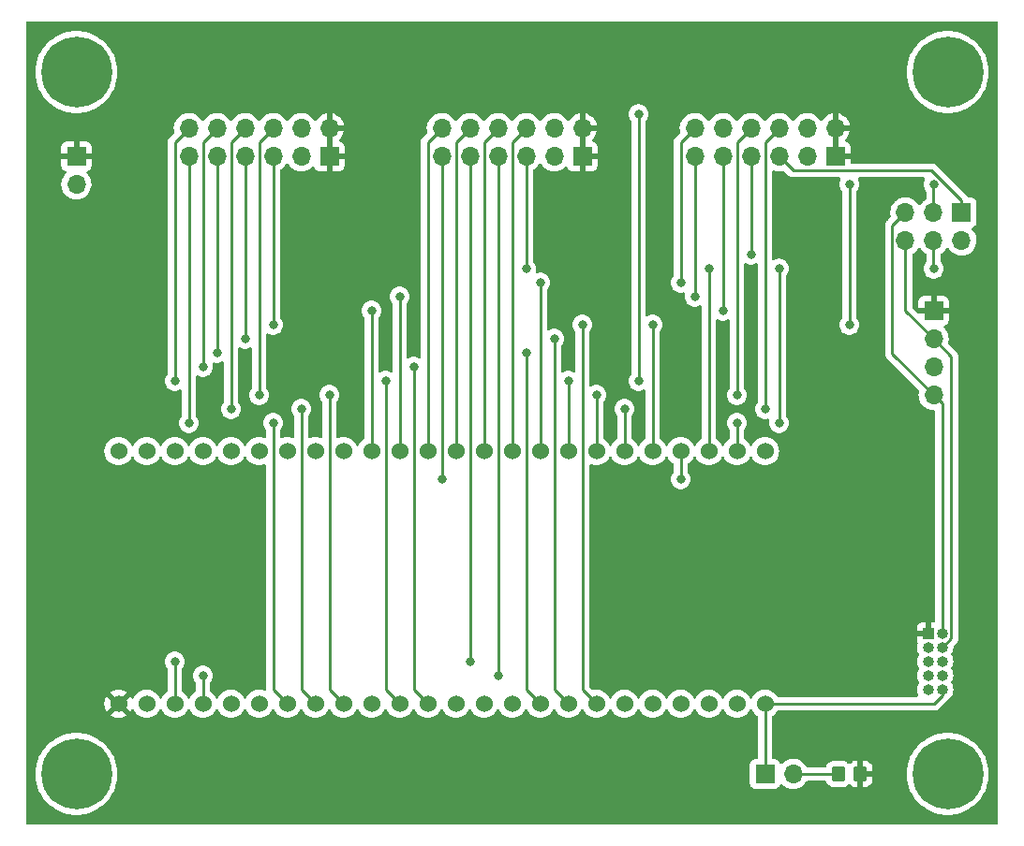
<source format=gbr>
%TF.GenerationSoftware,KiCad,Pcbnew,(6.0.10)*%
%TF.CreationDate,2023-01-05T13:45:21+01:00*%
%TF.ProjectId,pmod_hk-w801_baseboard,706d6f64-5f68-46b2-9d77-3830315f6261,rev?*%
%TF.SameCoordinates,Original*%
%TF.FileFunction,Copper,L1,Top*%
%TF.FilePolarity,Positive*%
%FSLAX46Y46*%
G04 Gerber Fmt 4.6, Leading zero omitted, Abs format (unit mm)*
G04 Created by KiCad (PCBNEW (6.0.10)) date 2023-01-05 13:45:21*
%MOMM*%
%LPD*%
G01*
G04 APERTURE LIST*
G04 Aperture macros list*
%AMRoundRect*
0 Rectangle with rounded corners*
0 $1 Rounding radius*
0 $2 $3 $4 $5 $6 $7 $8 $9 X,Y pos of 4 corners*
0 Add a 4 corners polygon primitive as box body*
4,1,4,$2,$3,$4,$5,$6,$7,$8,$9,$2,$3,0*
0 Add four circle primitives for the rounded corners*
1,1,$1+$1,$2,$3*
1,1,$1+$1,$4,$5*
1,1,$1+$1,$6,$7*
1,1,$1+$1,$8,$9*
0 Add four rect primitives between the rounded corners*
20,1,$1+$1,$2,$3,$4,$5,0*
20,1,$1+$1,$4,$5,$6,$7,0*
20,1,$1+$1,$6,$7,$8,$9,0*
20,1,$1+$1,$8,$9,$2,$3,0*%
G04 Aperture macros list end*
%TA.AperFunction,ComponentPad*%
%ADD10R,1.700000X1.700000*%
%TD*%
%TA.AperFunction,ComponentPad*%
%ADD11O,1.700000X1.700000*%
%TD*%
%TA.AperFunction,ComponentPad*%
%ADD12C,0.800000*%
%TD*%
%TA.AperFunction,ComponentPad*%
%ADD13C,6.400000*%
%TD*%
%TA.AperFunction,SMDPad,CuDef*%
%ADD14RoundRect,0.250000X-0.350000X-0.450000X0.350000X-0.450000X0.350000X0.450000X-0.350000X0.450000X0*%
%TD*%
%TA.AperFunction,ComponentPad*%
%ADD15R,1.000000X1.000000*%
%TD*%
%TA.AperFunction,ComponentPad*%
%ADD16O,1.000000X1.000000*%
%TD*%
%TA.AperFunction,ComponentPad*%
%ADD17C,1.524000*%
%TD*%
%TA.AperFunction,ViaPad*%
%ADD18C,0.800000*%
%TD*%
%TA.AperFunction,Conductor*%
%ADD19C,0.250000*%
%TD*%
G04 APERTURE END LIST*
D10*
%TO.P,PMOD2,1,Pin_1*%
%TO.N,VCC*%
X96520000Y-30480000D03*
D11*
%TO.P,PMOD2,2,Pin_2*%
X96520000Y-27940000D03*
%TO.P,PMOD2,3,Pin_3*%
%TO.N,GND*%
X93980000Y-30480000D03*
%TO.P,PMOD2,4,Pin_4*%
X93980000Y-27940000D03*
%TO.P,PMOD2,5,Pin_5*%
%TO.N,PMOD_UART_RTS*%
X91440000Y-30480000D03*
%TO.P,PMOD2,6,Pin_6*%
%TO.N,PMOD_UART_GPIO4*%
X91440000Y-27940000D03*
%TO.P,PMOD2,7,Pin_7*%
%TO.N,PMOD_UART_RXD*%
X88900000Y-30480000D03*
%TO.P,PMOD2,8,Pin_8*%
%TO.N,PMOD_UART_GPIO3*%
X88900000Y-27940000D03*
%TO.P,PMOD2,9,Pin_9*%
%TO.N,PMOD_UART_TXD*%
X86360000Y-30480000D03*
%TO.P,PMOD2,10,Pin_10*%
%TO.N,PMOD_UART_GPIO2_RESET*%
X86360000Y-27940000D03*
%TO.P,PMOD2,11,Pin_11*%
%TO.N,PMOD_UART_CTS*%
X83820000Y-30480000D03*
%TO.P,PMOD2,12,Pin_12*%
%TO.N,PMOD_UART_GPIO1_INT*%
X83820000Y-27940000D03*
%TD*%
D10*
%TO.P,PMOD3,1,Pin_1*%
%TO.N,VCC*%
X119380000Y-30480000D03*
D11*
%TO.P,PMOD3,2,Pin_2*%
X119380000Y-27940000D03*
%TO.P,PMOD3,3,Pin_3*%
%TO.N,GND*%
X116840000Y-30480000D03*
%TO.P,PMOD3,4,Pin_4*%
X116840000Y-27940000D03*
%TO.P,PMOD3,5,Pin_5*%
%TO.N,PMOD_I2C_SDA*%
X114300000Y-30480000D03*
%TO.P,PMOD3,6,Pin_6*%
%TO.N,PMOD_I2C_GPIO4*%
X114300000Y-27940000D03*
%TO.P,PMOD3,7,Pin_7*%
%TO.N,PMOD_I2C_SCL*%
X111760000Y-30480000D03*
%TO.P,PMOD3,8,Pin_8*%
%TO.N,PMOD_I2C_GPIO3*%
X111760000Y-27940000D03*
%TO.P,PMOD3,9,Pin_9*%
%TO.N,PMOD_I2C_RESET*%
X109220000Y-30480000D03*
%TO.P,PMOD3,10,Pin_10*%
%TO.N,PMOD_I2C_GPIO2*%
X109220000Y-27940000D03*
%TO.P,PMOD3,11,Pin_11*%
%TO.N,PMOD_I2C_INT*%
X106680000Y-30480000D03*
%TO.P,PMOD3,12,Pin_12*%
%TO.N,PMOD_I2C_GPIO1*%
X106680000Y-27940000D03*
%TD*%
D10*
%TO.P,PMOD1,1,Pin_1*%
%TO.N,VCC*%
X73660000Y-30480000D03*
D11*
%TO.P,PMOD1,2,Pin_2*%
X73660000Y-27940000D03*
%TO.P,PMOD1,3,Pin_3*%
%TO.N,GND*%
X71120000Y-30480000D03*
%TO.P,PMOD1,4,Pin_4*%
X71120000Y-27940000D03*
%TO.P,PMOD1,5,Pin_5*%
%TO.N,PMOD_SPI_SCK*%
X68580000Y-30480000D03*
%TO.P,PMOD1,6,Pin_6*%
%TO.N,PMOD_SPI_GPIO4_CS3*%
X68580000Y-27940000D03*
%TO.P,PMOD1,7,Pin_7*%
%TO.N,PMOD_SPI_MISO*%
X66040000Y-30480000D03*
%TO.P,PMOD1,8,Pin_8*%
%TO.N,PMOD_SPI_GPIO3_CS2*%
X66040000Y-27940000D03*
%TO.P,PMOD1,9,Pin_9*%
%TO.N,PMOD_SPI_MOSI*%
X63500000Y-30480000D03*
%TO.P,PMOD1,10,Pin_10*%
%TO.N,PMOD_SPI_GPIO2_RESET*%
X63500000Y-27940000D03*
%TO.P,PMOD1,11,Pin_11*%
%TO.N,PMOD_SPI_CS*%
X60960000Y-30480000D03*
%TO.P,PMOD1,12,Pin_12*%
%TO.N,PMOD_SPI_GPIO1_INT*%
X60960000Y-27940000D03*
%TD*%
D12*
%TO.P,H3,1*%
%TO.N,N/C*%
X52497056Y-88057056D03*
X49102944Y-84662944D03*
X50800000Y-83960000D03*
X48400000Y-86360000D03*
X52497056Y-84662944D03*
X49102944Y-88057056D03*
X53200000Y-86360000D03*
D13*
X50800000Y-86360000D03*
D12*
X50800000Y-88760000D03*
%TD*%
%TO.P,H1,1*%
%TO.N,N/C*%
X50800000Y-20460000D03*
X52497056Y-24557056D03*
X50800000Y-25260000D03*
X53200000Y-22860000D03*
X48400000Y-22860000D03*
X52497056Y-21162944D03*
X49102944Y-24557056D03*
D13*
X50800000Y-22860000D03*
D12*
X49102944Y-21162944D03*
%TD*%
D10*
%TO.P,J2,1,Pin_1*%
%TO.N,PMOD_I2C_SDA*%
X130795000Y-35555000D03*
D11*
%TO.P,J2,2,Pin_2*%
%TO.N,PMOD_I2C_SCL*%
X130795000Y-38095000D03*
%TO.P,J2,3,Pin_3*%
%TO.N,PA4*%
X128255000Y-35555000D03*
%TO.P,J2,4,Pin_4*%
%TO.N,PA1*%
X128255000Y-38095000D03*
%TO.P,J2,5,Pin_5*%
%TO.N,TMS*%
X125715000Y-35555000D03*
%TO.P,J2,6,Pin_6*%
%TO.N,TCK*%
X125715000Y-38095000D03*
%TD*%
D14*
%TO.P,R1,1*%
%TO.N,Net-(J1-Pad2)*%
X119650000Y-86360000D03*
%TO.P,R1,2*%
%TO.N,VCC*%
X121650000Y-86360000D03*
%TD*%
D12*
%TO.P,H4,1*%
%TO.N,N/C*%
X131237056Y-84662944D03*
X127842944Y-88057056D03*
D13*
X129540000Y-86360000D03*
D12*
X127140000Y-86360000D03*
X129540000Y-88760000D03*
X131237056Y-88057056D03*
X127842944Y-84662944D03*
X131940000Y-86360000D03*
X129540000Y-83960000D03*
%TD*%
D10*
%TO.P,J5,1,Pin_1*%
%TO.N,VCC*%
X128270000Y-44450000D03*
D11*
%TO.P,J5,2,Pin_2*%
%TO.N,TCK*%
X128270000Y-46990000D03*
%TO.P,J5,3,Pin_3*%
%TO.N,GND*%
X128270000Y-49530000D03*
%TO.P,J5,4,Pin_4*%
%TO.N,TMS*%
X128270000Y-52070000D03*
%TD*%
D10*
%TO.P,J1,1,Pin_1*%
%TO.N,~{RST}*%
X113030000Y-86360000D03*
D11*
%TO.P,J1,2,Pin_2*%
%TO.N,Net-(J1-Pad2)*%
X115570000Y-86360000D03*
%TD*%
D12*
%TO.P,H2,1*%
%TO.N,N/C*%
X131237056Y-21162944D03*
X131237056Y-24557056D03*
X127842944Y-21162944D03*
D13*
X129540000Y-22860000D03*
D12*
X129540000Y-25260000D03*
X131940000Y-22860000D03*
X129540000Y-20460000D03*
X127140000Y-22860000D03*
X127842944Y-24557056D03*
%TD*%
D15*
%TO.P,J4,1,Pin_1*%
%TO.N,VCC*%
X127770000Y-73660000D03*
D16*
%TO.P,J4,2,Pin_2*%
%TO.N,TMS*%
X129040000Y-73660000D03*
%TO.P,J4,3,Pin_3*%
%TO.N,GND*%
X127770000Y-74930000D03*
%TO.P,J4,4,Pin_4*%
%TO.N,TCK*%
X129040000Y-74930000D03*
%TO.P,J4,5,Pin_5*%
%TO.N,GND*%
X127770000Y-76200000D03*
%TO.P,J4,6,Pin_6*%
%TO.N,unconnected-(J4-Pad6)*%
X129040000Y-76200000D03*
%TO.P,J4,7,Pin_7*%
%TO.N,unconnected-(J4-Pad7)*%
X127770000Y-77470000D03*
%TO.P,J4,8,Pin_8*%
%TO.N,unconnected-(J4-Pad8)*%
X129040000Y-77470000D03*
%TO.P,J4,9,Pin_9*%
%TO.N,GND*%
X127770000Y-78740000D03*
%TO.P,J4,10,Pin_10*%
%TO.N,~{RST}*%
X129040000Y-78740000D03*
%TD*%
D10*
%TO.P,J3,1,Pin_1*%
%TO.N,VCC*%
X50800000Y-30480000D03*
D11*
%TO.P,J3,2,Pin_2*%
%TO.N,GND*%
X50800000Y-33020000D03*
%TD*%
D17*
%TO.P,U1,1,VCC*%
%TO.N,VCC*%
X54610000Y-80010000D03*
%TO.P,U1,2,GND*%
%TO.N,GND*%
X57150000Y-80010000D03*
%TO.P,U1,3,TX1/PB6*%
%TO.N,PMOD_UART_TXD*%
X59690000Y-80010000D03*
%TO.P,U1,4,RX1/PB7*%
%TO.N,PMOD_UART_RXD*%
X62230000Y-80010000D03*
%TO.P,U1,5,PB8*%
%TO.N,unconnected-(U1-Pad5)*%
X64770000Y-80010000D03*
%TO.P,U1,6,PB9*%
%TO.N,unconnected-(U1-Pad6)*%
X67310000Y-80010000D03*
%TO.P,U1,7,PB12*%
%TO.N,PMOD_SPI_CS*%
X69850000Y-80010000D03*
%TO.P,U1,8,PB13*%
%TO.N,PMOD_SPI_GPIO3_CS2*%
X72390000Y-80010000D03*
%TO.P,U1,9,PB14*%
%TO.N,PMOD_SPI_GPIO4_CS3*%
X74930000Y-80010000D03*
%TO.P,U1,10,PB15*%
%TO.N,unconnected-(U1-Pad10)*%
X77470000Y-80010000D03*
%TO.P,U1,11,PB10*%
%TO.N,PMOD_SPI_GPIO1_INT*%
X80010000Y-80010000D03*
%TO.P,U1,12,PB11*%
%TO.N,PMOD_SPI_GPIO2_RESET*%
X82550000Y-80010000D03*
%TO.P,U1,13,PB16*%
%TO.N,unconnected-(U1-Pad13)*%
X85090000Y-80010000D03*
%TO.P,U1,14,PB17*%
%TO.N,unconnected-(U1-Pad14)*%
X87630000Y-80010000D03*
%TO.P,U1,15,PB18*%
%TO.N,unconnected-(U1-Pad15)*%
X90170000Y-80010000D03*
%TO.P,U1,16,PB26*%
%TO.N,PMOD_SPI_MOSI*%
X92710000Y-80010000D03*
%TO.P,U1,17,PB25*%
%TO.N,PMOD_SPI_MISO*%
X95250000Y-80010000D03*
%TO.P,U1,18,PB24*%
%TO.N,PMOD_SPI_SCK*%
X97790000Y-80010000D03*
%TO.P,U1,19,PB23*%
%TO.N,unconnected-(U1-Pad19)*%
X100330000Y-80010000D03*
%TO.P,U1,20,PB22*%
%TO.N,unconnected-(U1-Pad20)*%
X102870000Y-80010000D03*
%TO.P,U1,21,PB21*%
%TO.N,unconnected-(U1-Pad21)*%
X105410000Y-80010000D03*
%TO.P,U1,22,RX0/PB20*%
%TO.N,unconnected-(U1-Pad22)*%
X107950000Y-80010000D03*
%TO.P,U1,23,TX0/PB19*%
%TO.N,unconnected-(U1-Pad23)*%
X110490000Y-80010000D03*
%TO.P,U1,24,RESET*%
%TO.N,~{RST}*%
X113030000Y-80010000D03*
%TO.P,U1,25,BOOT*%
%TO.N,unconnected-(U1-Pad25)*%
X113030000Y-57150000D03*
%TO.P,U1,26,PA1*%
%TO.N,PA1*%
X110490000Y-57150000D03*
%TO.P,U1,27,PA2*%
%TO.N,PMOD_UART_RTS*%
X107950000Y-57150000D03*
%TO.P,U1,28,PA3*%
%TO.N,PMOD_UART_CTS*%
X105410000Y-57150000D03*
%TO.P,U1,29,PA4*%
%TO.N,PA4*%
X102870000Y-57150000D03*
%TO.P,U1,30,PA5*%
%TO.N,PMOD_I2C_GPIO4*%
X100330000Y-57150000D03*
%TO.P,U1,31,PA6*%
%TO.N,PMOD_I2C_GPIO3*%
X97790000Y-57150000D03*
%TO.P,U1,32,PA7*%
%TO.N,PMOD_I2C_GPIO2*%
X95250000Y-57150000D03*
%TO.P,U1,33,PA8*%
%TO.N,PMOD_I2C_GPIO1*%
X92710000Y-57150000D03*
%TO.P,U1,34,PA9*%
%TO.N,PMOD_UART_GPIO4*%
X90170000Y-57150000D03*
%TO.P,U1,35,PA10*%
%TO.N,PMOD_UART_GPIO3*%
X87630000Y-57150000D03*
%TO.P,U1,36,PA11*%
%TO.N,PMOD_UART_GPIO2_RESET*%
X85090000Y-57150000D03*
%TO.P,U1,37,PA12*%
%TO.N,PMOD_UART_GPIO1_INT*%
X82550000Y-57150000D03*
%TO.P,U1,38,PA13*%
%TO.N,PMOD_I2C_INT*%
X80010000Y-57150000D03*
%TO.P,U1,39,PA14*%
%TO.N,PMOD_I2C_RESET*%
X77470000Y-57150000D03*
%TO.P,U1,40,PA15*%
%TO.N,unconnected-(U1-Pad40)*%
X74930000Y-57150000D03*
%TO.P,U1,41,PB0*%
%TO.N,unconnected-(U1-Pad41)*%
X72390000Y-57150000D03*
%TO.P,U1,42,PB1*%
%TO.N,unconnected-(U1-Pad42)*%
X69850000Y-57150000D03*
%TO.P,U1,43,PB2*%
%TO.N,unconnected-(U1-Pad43)*%
X67310000Y-57150000D03*
%TO.P,U1,44,PB3*%
%TO.N,unconnected-(U1-Pad44)*%
X64770000Y-57150000D03*
%TO.P,U1,45,PB27*%
%TO.N,unconnected-(U1-Pad45)*%
X62230000Y-57150000D03*
%TO.P,U1,46,PB4*%
%TO.N,unconnected-(U1-Pad46)*%
X59690000Y-57150000D03*
%TO.P,U1,47,PB5*%
%TO.N,unconnected-(U1-Pad47)*%
X57150000Y-57150000D03*
%TO.P,U1,48,GND*%
%TO.N,GND*%
X54610000Y-57150000D03*
%TD*%
D18*
%TO.N,PMOD_UART_RTS*%
X107950000Y-40640000D03*
X91440000Y-40640000D03*
%TO.N,PMOD_UART_RXD*%
X88900000Y-77470000D03*
X62230000Y-77470000D03*
%TO.N,PMOD_UART_TXD*%
X59690000Y-76200000D03*
X86360000Y-76200000D03*
%TO.N,PMOD_UART_CTS*%
X83820000Y-59690000D03*
X105410000Y-59690000D03*
%TO.N,VCC*%
X118110000Y-33020000D03*
%TO.N,PMOD_SPI_SCK*%
X96520000Y-45720000D03*
X68580000Y-45720000D03*
%TO.N,PMOD_SPI_MOSI*%
X63500000Y-48260000D03*
X91440000Y-48260000D03*
%TO.N,PMOD_SPI_MISO*%
X66040000Y-46990000D03*
X93980000Y-46990000D03*
%TO.N,PMOD_SPI_GPIO4_CS3*%
X73660000Y-52070000D03*
X67310000Y-52070000D03*
%TO.N,PMOD_SPI_GPIO3_CS2*%
X64770000Y-53340000D03*
X71120000Y-53340000D03*
%TO.N,PMOD_SPI_GPIO2_RESET*%
X62230000Y-49530000D03*
X81280000Y-49530000D03*
%TO.N,PMOD_SPI_GPIO1_INT*%
X59690000Y-50800000D03*
X78740000Y-50800000D03*
%TO.N,PMOD_SPI_CS*%
X60960000Y-54610000D03*
X68580000Y-54610000D03*
%TO.N,PMOD_I2C_SCL*%
X111760000Y-39370000D03*
%TO.N,PMOD_I2C_RESET*%
X109220000Y-44450000D03*
X77470000Y-44450000D03*
%TO.N,PMOD_I2C_INT*%
X80010000Y-43180000D03*
X106680000Y-43180000D03*
%TO.N,PMOD_I2C_GPIO4*%
X113030000Y-53340000D03*
X100330000Y-53340000D03*
%TO.N,PMOD_I2C_GPIO3*%
X97790000Y-52070000D03*
X110490000Y-52070000D03*
%TO.N,PMOD_I2C_GPIO2*%
X101600000Y-26670000D03*
X95250000Y-50800000D03*
X101600000Y-50800000D03*
%TO.N,PMOD_I2C_GPIO1*%
X92710000Y-41910000D03*
X105410000Y-41910000D03*
%TO.N,PA4*%
X128270000Y-33020000D03*
X120650000Y-33020000D03*
X120650000Y-45720000D03*
X102870000Y-45720000D03*
%TO.N,PA1*%
X114300000Y-40640000D03*
X128270000Y-40640000D03*
X110490000Y-54610000D03*
X114300000Y-54610000D03*
%TD*%
D19*
%TO.N,PMOD_UART_GPIO4*%
X90170000Y-57150000D02*
X90170000Y-29210000D01*
X90170000Y-29210000D02*
X91440000Y-27940000D01*
%TO.N,PMOD_UART_GPIO3*%
X87630000Y-29210000D02*
X88900000Y-27940000D01*
X87630000Y-57150000D02*
X87630000Y-29210000D01*
%TO.N,PMOD_UART_GPIO2_RESET*%
X85090000Y-29210000D02*
X86360000Y-27940000D01*
X85090000Y-57150000D02*
X85090000Y-29210000D01*
%TO.N,PMOD_UART_GPIO1_INT*%
X82550000Y-29210000D02*
X83820000Y-27940000D01*
X82550000Y-57150000D02*
X82550000Y-29210000D01*
%TO.N,PMOD_UART_RTS*%
X91440000Y-30480000D02*
X91440000Y-40640000D01*
X107950000Y-40640000D02*
X107950000Y-57150000D01*
%TO.N,PMOD_UART_RXD*%
X62230000Y-77470000D02*
X62230000Y-80010000D01*
X88900000Y-30480000D02*
X88900000Y-77470000D01*
%TO.N,PMOD_UART_TXD*%
X59690000Y-80010000D02*
X59690000Y-76200000D01*
X86360000Y-76200000D02*
X86360000Y-30480000D01*
%TO.N,PMOD_UART_CTS*%
X83820000Y-30480000D02*
X83820000Y-59690000D01*
X105410000Y-59690000D02*
X105410000Y-57150000D01*
%TO.N,PMOD_SPI_SCK*%
X68580000Y-45720000D02*
X68580000Y-30480000D01*
X97790000Y-80010000D02*
X96520000Y-78740000D01*
X96520000Y-78740000D02*
X96520000Y-45720000D01*
%TO.N,PMOD_SPI_MOSI*%
X91440000Y-78740000D02*
X91440000Y-48260000D01*
X63500000Y-48260000D02*
X63500000Y-30480000D01*
X92710000Y-80010000D02*
X91440000Y-78740000D01*
%TO.N,PMOD_SPI_MISO*%
X93980000Y-78740000D02*
X93980000Y-46990000D01*
X66040000Y-46990000D02*
X66040000Y-30480000D01*
X95250000Y-80010000D02*
X93980000Y-78740000D01*
%TO.N,PMOD_SPI_GPIO4_CS3*%
X74930000Y-80010000D02*
X73660000Y-78740000D01*
X67310000Y-52070000D02*
X67310000Y-29210000D01*
X67310000Y-29210000D02*
X68580000Y-27940000D01*
X73660000Y-78740000D02*
X73660000Y-52070000D01*
%TO.N,PMOD_SPI_GPIO3_CS2*%
X64770000Y-29210000D02*
X66040000Y-27940000D01*
X72390000Y-80010000D02*
X71120000Y-78740000D01*
X64770000Y-53340000D02*
X64770000Y-29210000D01*
X71120000Y-78740000D02*
X71120000Y-53340000D01*
%TO.N,PMOD_SPI_GPIO2_RESET*%
X81280000Y-78740000D02*
X81280000Y-49530000D01*
X82550000Y-80010000D02*
X81280000Y-78740000D01*
X62230000Y-29210000D02*
X63500000Y-27940000D01*
X62230000Y-49530000D02*
X62230000Y-29210000D01*
%TO.N,PMOD_SPI_GPIO1_INT*%
X59690000Y-50800000D02*
X59690000Y-29210000D01*
X80010000Y-80010000D02*
X78740000Y-78740000D01*
X59690000Y-29210000D02*
X60960000Y-27940000D01*
X78740000Y-78740000D02*
X78740000Y-50800000D01*
%TO.N,PMOD_SPI_CS*%
X69850000Y-80010000D02*
X68580000Y-78740000D01*
X60960000Y-54610000D02*
X60960000Y-30480000D01*
X68580000Y-78740000D02*
X68580000Y-54610000D01*
%TO.N,PMOD_I2C_SDA*%
X130795000Y-35555000D02*
X130795000Y-34455000D01*
X130795000Y-34455000D02*
X128090000Y-31750000D01*
X115570000Y-31750000D02*
X114300000Y-30480000D01*
X128090000Y-31750000D02*
X115570000Y-31750000D01*
%TO.N,PMOD_I2C_SCL*%
X111760000Y-30480000D02*
X111760000Y-39370000D01*
%TO.N,PMOD_I2C_RESET*%
X109220000Y-44450000D02*
X109220000Y-30480000D01*
X77470000Y-57150000D02*
X77470000Y-44450000D01*
%TO.N,PMOD_I2C_INT*%
X106680000Y-43180000D02*
X106680000Y-30480000D01*
X80010000Y-57150000D02*
X80010000Y-43180000D01*
%TO.N,PMOD_I2C_GPIO4*%
X113030000Y-29210000D02*
X113030000Y-30480000D01*
X114300000Y-27940000D02*
X113030000Y-29210000D01*
X100330000Y-53340000D02*
X100330000Y-57150000D01*
X113030000Y-30480000D02*
X113030000Y-53340000D01*
%TO.N,PMOD_I2C_GPIO3*%
X111760000Y-27940000D02*
X110490000Y-29210000D01*
X97790000Y-57150000D02*
X97790000Y-52070000D01*
X110490000Y-29210000D02*
X110490000Y-52070000D01*
%TO.N,PMOD_I2C_GPIO2*%
X95250000Y-57150000D02*
X95250000Y-50800000D01*
X101600000Y-50800000D02*
X101600000Y-26670000D01*
%TO.N,PMOD_I2C_GPIO1*%
X92710000Y-57150000D02*
X92710000Y-41910000D01*
X105410000Y-41910000D02*
X105410000Y-29210000D01*
X105410000Y-29210000D02*
X106680000Y-27940000D01*
%TO.N,PA4*%
X120650000Y-45720000D02*
X120650000Y-33020000D01*
X128255000Y-33035000D02*
X128255000Y-35555000D01*
X102870000Y-57150000D02*
X102870000Y-45720000D01*
X128270000Y-33020000D02*
X128255000Y-33035000D01*
%TO.N,PA1*%
X128255000Y-40625000D02*
X128270000Y-40640000D01*
X114300000Y-40640000D02*
X114300000Y-54610000D01*
X128255000Y-38095000D02*
X128255000Y-40625000D01*
X110490000Y-54610000D02*
X110490000Y-57150000D01*
%TO.N,Net-(J1-Pad2)*%
X115570000Y-86360000D02*
X119650000Y-86360000D01*
%TO.N,TMS*%
X129040000Y-73660000D02*
X129040000Y-52840000D01*
X124540000Y-48340000D02*
X128270000Y-52070000D01*
X129040000Y-52840000D02*
X128270000Y-52070000D01*
X124540000Y-36730000D02*
X124540000Y-48340000D01*
X125715000Y-35555000D02*
X124540000Y-36730000D01*
%TO.N,TCK*%
X129040000Y-74930000D02*
X129865000Y-74105000D01*
X125715000Y-44435000D02*
X128270000Y-46990000D01*
X125715000Y-38095000D02*
X125715000Y-44435000D01*
X129865000Y-74105000D02*
X129865000Y-48585000D01*
X129865000Y-48585000D02*
X128270000Y-46990000D01*
%TO.N,~{RST}*%
X113030000Y-80010000D02*
X113030000Y-86360000D01*
X113030000Y-80010000D02*
X128270000Y-80010000D01*
X128270000Y-80010000D02*
X129040000Y-79240000D01*
X129040000Y-79240000D02*
X129040000Y-78740000D01*
%TD*%
%TA.AperFunction,Conductor*%
%TO.N,VCC*%
G36*
X134053621Y-18308502D02*
G01*
X134100114Y-18362158D01*
X134111500Y-18414500D01*
X134111500Y-90805500D01*
X134091498Y-90873621D01*
X134037842Y-90920114D01*
X133985500Y-90931500D01*
X46354500Y-90931500D01*
X46286379Y-90911498D01*
X46239886Y-90857842D01*
X46228500Y-90805500D01*
X46228500Y-86360000D01*
X47086411Y-86360000D01*
X47106754Y-86748176D01*
X47107267Y-86751416D01*
X47107268Y-86751424D01*
X47135268Y-86928207D01*
X47167562Y-87132099D01*
X47268167Y-87507562D01*
X47269352Y-87510650D01*
X47269353Y-87510652D01*
X47295452Y-87578642D01*
X47407468Y-87870453D01*
X47583938Y-88216794D01*
X47795643Y-88542793D01*
X48040266Y-88844876D01*
X48315124Y-89119734D01*
X48617207Y-89364357D01*
X48943205Y-89576062D01*
X48946139Y-89577557D01*
X48946146Y-89577561D01*
X49286607Y-89751034D01*
X49289547Y-89752532D01*
X49652438Y-89891833D01*
X50027901Y-89992438D01*
X50231793Y-90024732D01*
X50408576Y-90052732D01*
X50408584Y-90052733D01*
X50411824Y-90053246D01*
X50800000Y-90073589D01*
X51188176Y-90053246D01*
X51191416Y-90052733D01*
X51191424Y-90052732D01*
X51368207Y-90024732D01*
X51572099Y-89992438D01*
X51947562Y-89891833D01*
X52310453Y-89752532D01*
X52313393Y-89751034D01*
X52653854Y-89577561D01*
X52653861Y-89577557D01*
X52656795Y-89576062D01*
X52982793Y-89364357D01*
X53284876Y-89119734D01*
X53559734Y-88844876D01*
X53804357Y-88542793D01*
X54016062Y-88216794D01*
X54192532Y-87870453D01*
X54304548Y-87578642D01*
X54330647Y-87510652D01*
X54330648Y-87510650D01*
X54331833Y-87507562D01*
X54432438Y-87132099D01*
X54464732Y-86928207D01*
X54492732Y-86751424D01*
X54492733Y-86751416D01*
X54493246Y-86748176D01*
X54513589Y-86360000D01*
X54493246Y-85971824D01*
X54432438Y-85587901D01*
X54331833Y-85212438D01*
X54313681Y-85165149D01*
X54263320Y-85033955D01*
X54192532Y-84849547D01*
X54016062Y-84503206D01*
X53804357Y-84177207D01*
X53559734Y-83875124D01*
X53284876Y-83600266D01*
X52982793Y-83355643D01*
X52656795Y-83143938D01*
X52653861Y-83142443D01*
X52653854Y-83142439D01*
X52313393Y-82968966D01*
X52310453Y-82967468D01*
X51947562Y-82828167D01*
X51572099Y-82727562D01*
X51368207Y-82695268D01*
X51191424Y-82667268D01*
X51191416Y-82667267D01*
X51188176Y-82666754D01*
X50800000Y-82646411D01*
X50411824Y-82666754D01*
X50408584Y-82667267D01*
X50408576Y-82667268D01*
X50231793Y-82695268D01*
X50027901Y-82727562D01*
X49652438Y-82828167D01*
X49289547Y-82967468D01*
X49286607Y-82968966D01*
X48946147Y-83142439D01*
X48946140Y-83142443D01*
X48943206Y-83143938D01*
X48617207Y-83355643D01*
X48315124Y-83600266D01*
X48040266Y-83875124D01*
X47795643Y-84177207D01*
X47583938Y-84503206D01*
X47407468Y-84849547D01*
X47336680Y-85033955D01*
X47286320Y-85165149D01*
X47268167Y-85212438D01*
X47167562Y-85587901D01*
X47106754Y-85971824D01*
X47086411Y-86360000D01*
X46228500Y-86360000D01*
X46228500Y-81068777D01*
X53915777Y-81068777D01*
X53925074Y-81080793D01*
X53968069Y-81110898D01*
X53977555Y-81116376D01*
X54168993Y-81205645D01*
X54179285Y-81209391D01*
X54383309Y-81264059D01*
X54394104Y-81265962D01*
X54604525Y-81284372D01*
X54615475Y-81284372D01*
X54825896Y-81265962D01*
X54836691Y-81264059D01*
X55040715Y-81209391D01*
X55051007Y-81205645D01*
X55242445Y-81116376D01*
X55251931Y-81110898D01*
X55295764Y-81080207D01*
X55304139Y-81069729D01*
X55297071Y-81056281D01*
X54622812Y-80382022D01*
X54608868Y-80374408D01*
X54607035Y-80374539D01*
X54600420Y-80378790D01*
X53922207Y-81057003D01*
X53915777Y-81068777D01*
X46228500Y-81068777D01*
X46228500Y-80015475D01*
X53335628Y-80015475D01*
X53354038Y-80225896D01*
X53355941Y-80236691D01*
X53410609Y-80440715D01*
X53414355Y-80451007D01*
X53503623Y-80642441D01*
X53509103Y-80651932D01*
X53539794Y-80695765D01*
X53550271Y-80704140D01*
X53563718Y-80697072D01*
X54237978Y-80022812D01*
X54245592Y-80008868D01*
X54245461Y-80007035D01*
X54241210Y-80000420D01*
X53562997Y-79322207D01*
X53551223Y-79315777D01*
X53539207Y-79325074D01*
X53509103Y-79368068D01*
X53503623Y-79377559D01*
X53414355Y-79568993D01*
X53410609Y-79579285D01*
X53355941Y-79783309D01*
X53354038Y-79794104D01*
X53335628Y-80004525D01*
X53335628Y-80015475D01*
X46228500Y-80015475D01*
X46228500Y-78950271D01*
X53915860Y-78950271D01*
X53922928Y-78963718D01*
X54597188Y-79637978D01*
X54611132Y-79645592D01*
X54612965Y-79645461D01*
X54619580Y-79641210D01*
X55297793Y-78962997D01*
X55304223Y-78951223D01*
X55294926Y-78939207D01*
X55251931Y-78909102D01*
X55242445Y-78903624D01*
X55051007Y-78814355D01*
X55040715Y-78810609D01*
X54836691Y-78755941D01*
X54825896Y-78754038D01*
X54615475Y-78735628D01*
X54604525Y-78735628D01*
X54394104Y-78754038D01*
X54383309Y-78755941D01*
X54179285Y-78810609D01*
X54168993Y-78814355D01*
X53977559Y-78903623D01*
X53968068Y-78909103D01*
X53924235Y-78939794D01*
X53915860Y-78950271D01*
X46228500Y-78950271D01*
X46228500Y-57150000D01*
X53334647Y-57150000D01*
X53354022Y-57371463D01*
X53411560Y-57586196D01*
X53413882Y-57591177D01*
X53413883Y-57591178D01*
X53503186Y-57782689D01*
X53503189Y-57782694D01*
X53505512Y-57787676D01*
X53633023Y-57969781D01*
X53790219Y-58126977D01*
X53794727Y-58130134D01*
X53794730Y-58130136D01*
X53870495Y-58183187D01*
X53972323Y-58254488D01*
X53977305Y-58256811D01*
X53977310Y-58256814D01*
X54152751Y-58338623D01*
X54173804Y-58348440D01*
X54179112Y-58349862D01*
X54179114Y-58349863D01*
X54205526Y-58356940D01*
X54388537Y-58405978D01*
X54610000Y-58425353D01*
X54831463Y-58405978D01*
X55014474Y-58356940D01*
X55040886Y-58349863D01*
X55040888Y-58349862D01*
X55046196Y-58348440D01*
X55067249Y-58338623D01*
X55242690Y-58256814D01*
X55242695Y-58256811D01*
X55247677Y-58254488D01*
X55349505Y-58183187D01*
X55425270Y-58130136D01*
X55425273Y-58130134D01*
X55429781Y-58126977D01*
X55586977Y-57969781D01*
X55714488Y-57787676D01*
X55716811Y-57782694D01*
X55716814Y-57782689D01*
X55765805Y-57677627D01*
X55812723Y-57624342D01*
X55881000Y-57604881D01*
X55948960Y-57625423D01*
X55994195Y-57677627D01*
X56043186Y-57782689D01*
X56043189Y-57782694D01*
X56045512Y-57787676D01*
X56173023Y-57969781D01*
X56330219Y-58126977D01*
X56334727Y-58130134D01*
X56334730Y-58130136D01*
X56410495Y-58183187D01*
X56512323Y-58254488D01*
X56517305Y-58256811D01*
X56517310Y-58256814D01*
X56692751Y-58338623D01*
X56713804Y-58348440D01*
X56719112Y-58349862D01*
X56719114Y-58349863D01*
X56745526Y-58356940D01*
X56928537Y-58405978D01*
X57150000Y-58425353D01*
X57371463Y-58405978D01*
X57554474Y-58356940D01*
X57580886Y-58349863D01*
X57580888Y-58349862D01*
X57586196Y-58348440D01*
X57607249Y-58338623D01*
X57782690Y-58256814D01*
X57782695Y-58256811D01*
X57787677Y-58254488D01*
X57889505Y-58183187D01*
X57965270Y-58130136D01*
X57965273Y-58130134D01*
X57969781Y-58126977D01*
X58126977Y-57969781D01*
X58254488Y-57787676D01*
X58256811Y-57782694D01*
X58256814Y-57782689D01*
X58305805Y-57677627D01*
X58352723Y-57624342D01*
X58421000Y-57604881D01*
X58488960Y-57625423D01*
X58534195Y-57677627D01*
X58583186Y-57782689D01*
X58583189Y-57782694D01*
X58585512Y-57787676D01*
X58713023Y-57969781D01*
X58870219Y-58126977D01*
X58874727Y-58130134D01*
X58874730Y-58130136D01*
X58950495Y-58183187D01*
X59052323Y-58254488D01*
X59057305Y-58256811D01*
X59057310Y-58256814D01*
X59232751Y-58338623D01*
X59253804Y-58348440D01*
X59259112Y-58349862D01*
X59259114Y-58349863D01*
X59285526Y-58356940D01*
X59468537Y-58405978D01*
X59690000Y-58425353D01*
X59911463Y-58405978D01*
X60094474Y-58356940D01*
X60120886Y-58349863D01*
X60120888Y-58349862D01*
X60126196Y-58348440D01*
X60147249Y-58338623D01*
X60322690Y-58256814D01*
X60322695Y-58256811D01*
X60327677Y-58254488D01*
X60429505Y-58183187D01*
X60505270Y-58130136D01*
X60505273Y-58130134D01*
X60509781Y-58126977D01*
X60666977Y-57969781D01*
X60794488Y-57787676D01*
X60796811Y-57782694D01*
X60796814Y-57782689D01*
X60845805Y-57677627D01*
X60892723Y-57624342D01*
X60961000Y-57604881D01*
X61028960Y-57625423D01*
X61074195Y-57677627D01*
X61123186Y-57782689D01*
X61123189Y-57782694D01*
X61125512Y-57787676D01*
X61253023Y-57969781D01*
X61410219Y-58126977D01*
X61414727Y-58130134D01*
X61414730Y-58130136D01*
X61490495Y-58183187D01*
X61592323Y-58254488D01*
X61597305Y-58256811D01*
X61597310Y-58256814D01*
X61772751Y-58338623D01*
X61793804Y-58348440D01*
X61799112Y-58349862D01*
X61799114Y-58349863D01*
X61825526Y-58356940D01*
X62008537Y-58405978D01*
X62230000Y-58425353D01*
X62451463Y-58405978D01*
X62634474Y-58356940D01*
X62660886Y-58349863D01*
X62660888Y-58349862D01*
X62666196Y-58348440D01*
X62687249Y-58338623D01*
X62862690Y-58256814D01*
X62862695Y-58256811D01*
X62867677Y-58254488D01*
X62969505Y-58183187D01*
X63045270Y-58130136D01*
X63045273Y-58130134D01*
X63049781Y-58126977D01*
X63206977Y-57969781D01*
X63334488Y-57787676D01*
X63336811Y-57782694D01*
X63336814Y-57782689D01*
X63385805Y-57677627D01*
X63432723Y-57624342D01*
X63501000Y-57604881D01*
X63568960Y-57625423D01*
X63614195Y-57677627D01*
X63663186Y-57782689D01*
X63663189Y-57782694D01*
X63665512Y-57787676D01*
X63793023Y-57969781D01*
X63950219Y-58126977D01*
X63954727Y-58130134D01*
X63954730Y-58130136D01*
X64030495Y-58183187D01*
X64132323Y-58254488D01*
X64137305Y-58256811D01*
X64137310Y-58256814D01*
X64312751Y-58338623D01*
X64333804Y-58348440D01*
X64339112Y-58349862D01*
X64339114Y-58349863D01*
X64365526Y-58356940D01*
X64548537Y-58405978D01*
X64770000Y-58425353D01*
X64991463Y-58405978D01*
X65174474Y-58356940D01*
X65200886Y-58349863D01*
X65200888Y-58349862D01*
X65206196Y-58348440D01*
X65227249Y-58338623D01*
X65402690Y-58256814D01*
X65402695Y-58256811D01*
X65407677Y-58254488D01*
X65509505Y-58183187D01*
X65585270Y-58130136D01*
X65585273Y-58130134D01*
X65589781Y-58126977D01*
X65746977Y-57969781D01*
X65874488Y-57787676D01*
X65876811Y-57782694D01*
X65876814Y-57782689D01*
X65925805Y-57677627D01*
X65972723Y-57624342D01*
X66041000Y-57604881D01*
X66108960Y-57625423D01*
X66154195Y-57677627D01*
X66203186Y-57782689D01*
X66203189Y-57782694D01*
X66205512Y-57787676D01*
X66333023Y-57969781D01*
X66490219Y-58126977D01*
X66494727Y-58130134D01*
X66494730Y-58130136D01*
X66570495Y-58183187D01*
X66672323Y-58254488D01*
X66677305Y-58256811D01*
X66677310Y-58256814D01*
X66852751Y-58338623D01*
X66873804Y-58348440D01*
X66879112Y-58349862D01*
X66879114Y-58349863D01*
X66905526Y-58356940D01*
X67088537Y-58405978D01*
X67310000Y-58425353D01*
X67531463Y-58405978D01*
X67714474Y-58356940D01*
X67740886Y-58349863D01*
X67740888Y-58349862D01*
X67746196Y-58348440D01*
X67751178Y-58346117D01*
X67751183Y-58346115D01*
X67767249Y-58338623D01*
X67837440Y-58327961D01*
X67902253Y-58356940D01*
X67941110Y-58416359D01*
X67946500Y-58452817D01*
X67946500Y-78661233D01*
X67945973Y-78672416D01*
X67944298Y-78679909D01*
X67944547Y-78687835D01*
X67944547Y-78687836D01*
X67945010Y-78702558D01*
X67927158Y-78771274D01*
X67874990Y-78819429D01*
X67805068Y-78831736D01*
X67765821Y-78820711D01*
X67751183Y-78813885D01*
X67751178Y-78813883D01*
X67746196Y-78811560D01*
X67740888Y-78810138D01*
X67740886Y-78810137D01*
X67627876Y-78779856D01*
X67531463Y-78754022D01*
X67310000Y-78734647D01*
X67088537Y-78754022D01*
X66992124Y-78779856D01*
X66879114Y-78810137D01*
X66879112Y-78810138D01*
X66873804Y-78811560D01*
X66868823Y-78813882D01*
X66868822Y-78813883D01*
X66677311Y-78903186D01*
X66677306Y-78903189D01*
X66672324Y-78905512D01*
X66667817Y-78908668D01*
X66667815Y-78908669D01*
X66494730Y-79029864D01*
X66494727Y-79029866D01*
X66490219Y-79033023D01*
X66333023Y-79190219D01*
X66329866Y-79194727D01*
X66329864Y-79194730D01*
X66216593Y-79356498D01*
X66205512Y-79372324D01*
X66203189Y-79377306D01*
X66203186Y-79377311D01*
X66154195Y-79482373D01*
X66107277Y-79535658D01*
X66039000Y-79555119D01*
X65971040Y-79534577D01*
X65925805Y-79482373D01*
X65876814Y-79377311D01*
X65876811Y-79377306D01*
X65874488Y-79372324D01*
X65863407Y-79356498D01*
X65750136Y-79194730D01*
X65750134Y-79194727D01*
X65746977Y-79190219D01*
X65589781Y-79033023D01*
X65585273Y-79029866D01*
X65585270Y-79029864D01*
X65491939Y-78964513D01*
X65407677Y-78905512D01*
X65402695Y-78903189D01*
X65402690Y-78903186D01*
X65211178Y-78813883D01*
X65211177Y-78813882D01*
X65206196Y-78811560D01*
X65200888Y-78810138D01*
X65200886Y-78810137D01*
X65087876Y-78779856D01*
X64991463Y-78754022D01*
X64770000Y-78734647D01*
X64548537Y-78754022D01*
X64452124Y-78779856D01*
X64339114Y-78810137D01*
X64339112Y-78810138D01*
X64333804Y-78811560D01*
X64328823Y-78813882D01*
X64328822Y-78813883D01*
X64137311Y-78903186D01*
X64137306Y-78903189D01*
X64132324Y-78905512D01*
X64127817Y-78908668D01*
X64127815Y-78908669D01*
X63954730Y-79029864D01*
X63954727Y-79029866D01*
X63950219Y-79033023D01*
X63793023Y-79190219D01*
X63789866Y-79194727D01*
X63789864Y-79194730D01*
X63676593Y-79356498D01*
X63665512Y-79372324D01*
X63663189Y-79377306D01*
X63663186Y-79377311D01*
X63614195Y-79482373D01*
X63567277Y-79535658D01*
X63499000Y-79555119D01*
X63431040Y-79534577D01*
X63385805Y-79482373D01*
X63336814Y-79377311D01*
X63336811Y-79377306D01*
X63334488Y-79372324D01*
X63323407Y-79356498D01*
X63210136Y-79194730D01*
X63210134Y-79194727D01*
X63206977Y-79190219D01*
X63049781Y-79033023D01*
X63045273Y-79029866D01*
X63045270Y-79029864D01*
X62951939Y-78964513D01*
X62917229Y-78940209D01*
X62872901Y-78884752D01*
X62863500Y-78836996D01*
X62863500Y-78172524D01*
X62883502Y-78104403D01*
X62895858Y-78088221D01*
X62969040Y-78006944D01*
X63041073Y-77882179D01*
X63061223Y-77847279D01*
X63061224Y-77847278D01*
X63064527Y-77841556D01*
X63123542Y-77659928D01*
X63140901Y-77494771D01*
X63142814Y-77476565D01*
X63143504Y-77470000D01*
X63123542Y-77280072D01*
X63064527Y-77098444D01*
X62969040Y-76933056D01*
X62952465Y-76914647D01*
X62845675Y-76796045D01*
X62845674Y-76796044D01*
X62841253Y-76791134D01*
X62686752Y-76678882D01*
X62680724Y-76676198D01*
X62680722Y-76676197D01*
X62518319Y-76603891D01*
X62518318Y-76603891D01*
X62512288Y-76601206D01*
X62399721Y-76577279D01*
X62331944Y-76562872D01*
X62331939Y-76562872D01*
X62325487Y-76561500D01*
X62134513Y-76561500D01*
X62128061Y-76562872D01*
X62128056Y-76562872D01*
X62060279Y-76577279D01*
X61947712Y-76601206D01*
X61941682Y-76603891D01*
X61941681Y-76603891D01*
X61779278Y-76676197D01*
X61779276Y-76676198D01*
X61773248Y-76678882D01*
X61618747Y-76791134D01*
X61614326Y-76796044D01*
X61614325Y-76796045D01*
X61507536Y-76914647D01*
X61490960Y-76933056D01*
X61395473Y-77098444D01*
X61336458Y-77280072D01*
X61316496Y-77470000D01*
X61317186Y-77476565D01*
X61319100Y-77494771D01*
X61336458Y-77659928D01*
X61395473Y-77841556D01*
X61398776Y-77847278D01*
X61398777Y-77847279D01*
X61418927Y-77882179D01*
X61490960Y-78006944D01*
X61564137Y-78088215D01*
X61594853Y-78152221D01*
X61596500Y-78172524D01*
X61596500Y-78836996D01*
X61576498Y-78905117D01*
X61542771Y-78940209D01*
X61414730Y-79029864D01*
X61414727Y-79029866D01*
X61410219Y-79033023D01*
X61253023Y-79190219D01*
X61249866Y-79194727D01*
X61249864Y-79194730D01*
X61136593Y-79356498D01*
X61125512Y-79372324D01*
X61123189Y-79377306D01*
X61123186Y-79377311D01*
X61074195Y-79482373D01*
X61027277Y-79535658D01*
X60959000Y-79555119D01*
X60891040Y-79534577D01*
X60845805Y-79482373D01*
X60796814Y-79377311D01*
X60796811Y-79377306D01*
X60794488Y-79372324D01*
X60783407Y-79356498D01*
X60670136Y-79194730D01*
X60670134Y-79194727D01*
X60666977Y-79190219D01*
X60509781Y-79033023D01*
X60505273Y-79029866D01*
X60505270Y-79029864D01*
X60411939Y-78964513D01*
X60377229Y-78940209D01*
X60332901Y-78884752D01*
X60323500Y-78836996D01*
X60323500Y-76902524D01*
X60343502Y-76834403D01*
X60355858Y-76818221D01*
X60429040Y-76736944D01*
X60501073Y-76612179D01*
X60521223Y-76577279D01*
X60521224Y-76577278D01*
X60524527Y-76571556D01*
X60583542Y-76389928D01*
X60600901Y-76224771D01*
X60602814Y-76206565D01*
X60603504Y-76200000D01*
X60583542Y-76010072D01*
X60524527Y-75828444D01*
X60429040Y-75663056D01*
X60412465Y-75644647D01*
X60305675Y-75526045D01*
X60305674Y-75526044D01*
X60301253Y-75521134D01*
X60146752Y-75408882D01*
X60140724Y-75406198D01*
X60140722Y-75406197D01*
X59978319Y-75333891D01*
X59978318Y-75333891D01*
X59972288Y-75331206D01*
X59865630Y-75308535D01*
X59791944Y-75292872D01*
X59791939Y-75292872D01*
X59785487Y-75291500D01*
X59594513Y-75291500D01*
X59588061Y-75292872D01*
X59588056Y-75292872D01*
X59514370Y-75308535D01*
X59407712Y-75331206D01*
X59401682Y-75333891D01*
X59401681Y-75333891D01*
X59239278Y-75406197D01*
X59239276Y-75406198D01*
X59233248Y-75408882D01*
X59078747Y-75521134D01*
X59074326Y-75526044D01*
X59074325Y-75526045D01*
X58967536Y-75644647D01*
X58950960Y-75663056D01*
X58855473Y-75828444D01*
X58796458Y-76010072D01*
X58776496Y-76200000D01*
X58777186Y-76206565D01*
X58779100Y-76224771D01*
X58796458Y-76389928D01*
X58855473Y-76571556D01*
X58858776Y-76577278D01*
X58858777Y-76577279D01*
X58878927Y-76612179D01*
X58950960Y-76736944D01*
X59024137Y-76818215D01*
X59054853Y-76882221D01*
X59056500Y-76902524D01*
X59056500Y-78836996D01*
X59036498Y-78905117D01*
X59002771Y-78940209D01*
X58874730Y-79029864D01*
X58874727Y-79029866D01*
X58870219Y-79033023D01*
X58713023Y-79190219D01*
X58709866Y-79194727D01*
X58709864Y-79194730D01*
X58596593Y-79356498D01*
X58585512Y-79372324D01*
X58583189Y-79377306D01*
X58583186Y-79377311D01*
X58534195Y-79482373D01*
X58487277Y-79535658D01*
X58419000Y-79555119D01*
X58351040Y-79534577D01*
X58305805Y-79482373D01*
X58256814Y-79377311D01*
X58256811Y-79377306D01*
X58254488Y-79372324D01*
X58243407Y-79356498D01*
X58130136Y-79194730D01*
X58130134Y-79194727D01*
X58126977Y-79190219D01*
X57969781Y-79033023D01*
X57965273Y-79029866D01*
X57965270Y-79029864D01*
X57871939Y-78964513D01*
X57787677Y-78905512D01*
X57782695Y-78903189D01*
X57782690Y-78903186D01*
X57591178Y-78813883D01*
X57591177Y-78813882D01*
X57586196Y-78811560D01*
X57580888Y-78810138D01*
X57580886Y-78810137D01*
X57467876Y-78779856D01*
X57371463Y-78754022D01*
X57150000Y-78734647D01*
X56928537Y-78754022D01*
X56832124Y-78779856D01*
X56719114Y-78810137D01*
X56719112Y-78810138D01*
X56713804Y-78811560D01*
X56708823Y-78813882D01*
X56708822Y-78813883D01*
X56517311Y-78903186D01*
X56517306Y-78903189D01*
X56512324Y-78905512D01*
X56507817Y-78908668D01*
X56507815Y-78908669D01*
X56334730Y-79029864D01*
X56334727Y-79029866D01*
X56330219Y-79033023D01*
X56173023Y-79190219D01*
X56169866Y-79194727D01*
X56169864Y-79194730D01*
X56056593Y-79356498D01*
X56045512Y-79372324D01*
X56043189Y-79377306D01*
X56043186Y-79377311D01*
X55993919Y-79482965D01*
X55947001Y-79536250D01*
X55878724Y-79555711D01*
X55810764Y-79535169D01*
X55765529Y-79482965D01*
X55716377Y-79377559D01*
X55710897Y-79368068D01*
X55680206Y-79324235D01*
X55669729Y-79315860D01*
X55656282Y-79322928D01*
X54982022Y-79997188D01*
X54974408Y-80011132D01*
X54974539Y-80012965D01*
X54978790Y-80019580D01*
X55657003Y-80697793D01*
X55668777Y-80704223D01*
X55680793Y-80694926D01*
X55710897Y-80651932D01*
X55716377Y-80642441D01*
X55765529Y-80537035D01*
X55812447Y-80483750D01*
X55880724Y-80464289D01*
X55948684Y-80484831D01*
X55993919Y-80537035D01*
X56043186Y-80642689D01*
X56043189Y-80642694D01*
X56045512Y-80647676D01*
X56048668Y-80652183D01*
X56048669Y-80652185D01*
X56085107Y-80704223D01*
X56173023Y-80829781D01*
X56330219Y-80986977D01*
X56334727Y-80990134D01*
X56334730Y-80990136D01*
X56410495Y-81043187D01*
X56512323Y-81114488D01*
X56517305Y-81116811D01*
X56517310Y-81116814D01*
X56659256Y-81183004D01*
X56713804Y-81208440D01*
X56719112Y-81209862D01*
X56719114Y-81209863D01*
X56784949Y-81227503D01*
X56928537Y-81265978D01*
X57150000Y-81285353D01*
X57371463Y-81265978D01*
X57515051Y-81227503D01*
X57580886Y-81209863D01*
X57580888Y-81209862D01*
X57586196Y-81208440D01*
X57640744Y-81183004D01*
X57782690Y-81116814D01*
X57782695Y-81116811D01*
X57787677Y-81114488D01*
X57889505Y-81043187D01*
X57965270Y-80990136D01*
X57965273Y-80990134D01*
X57969781Y-80986977D01*
X58126977Y-80829781D01*
X58214894Y-80704223D01*
X58251331Y-80652185D01*
X58251332Y-80652183D01*
X58254488Y-80647676D01*
X58256811Y-80642694D01*
X58256814Y-80642689D01*
X58305805Y-80537627D01*
X58352723Y-80484342D01*
X58421000Y-80464881D01*
X58488960Y-80485423D01*
X58534195Y-80537627D01*
X58583186Y-80642689D01*
X58583189Y-80642694D01*
X58585512Y-80647676D01*
X58588668Y-80652183D01*
X58588669Y-80652185D01*
X58625107Y-80704223D01*
X58713023Y-80829781D01*
X58870219Y-80986977D01*
X58874727Y-80990134D01*
X58874730Y-80990136D01*
X58950495Y-81043187D01*
X59052323Y-81114488D01*
X59057305Y-81116811D01*
X59057310Y-81116814D01*
X59199256Y-81183004D01*
X59253804Y-81208440D01*
X59259112Y-81209862D01*
X59259114Y-81209863D01*
X59324949Y-81227503D01*
X59468537Y-81265978D01*
X59690000Y-81285353D01*
X59911463Y-81265978D01*
X60055051Y-81227503D01*
X60120886Y-81209863D01*
X60120888Y-81209862D01*
X60126196Y-81208440D01*
X60180744Y-81183004D01*
X60322690Y-81116814D01*
X60322695Y-81116811D01*
X60327677Y-81114488D01*
X60429505Y-81043187D01*
X60505270Y-80990136D01*
X60505273Y-80990134D01*
X60509781Y-80986977D01*
X60666977Y-80829781D01*
X60754894Y-80704223D01*
X60791331Y-80652185D01*
X60791332Y-80652183D01*
X60794488Y-80647676D01*
X60796811Y-80642694D01*
X60796814Y-80642689D01*
X60845805Y-80537627D01*
X60892723Y-80484342D01*
X60961000Y-80464881D01*
X61028960Y-80485423D01*
X61074195Y-80537627D01*
X61123186Y-80642689D01*
X61123189Y-80642694D01*
X61125512Y-80647676D01*
X61128668Y-80652183D01*
X61128669Y-80652185D01*
X61165107Y-80704223D01*
X61253023Y-80829781D01*
X61410219Y-80986977D01*
X61414727Y-80990134D01*
X61414730Y-80990136D01*
X61490495Y-81043187D01*
X61592323Y-81114488D01*
X61597305Y-81116811D01*
X61597310Y-81116814D01*
X61739256Y-81183004D01*
X61793804Y-81208440D01*
X61799112Y-81209862D01*
X61799114Y-81209863D01*
X61864949Y-81227503D01*
X62008537Y-81265978D01*
X62230000Y-81285353D01*
X62451463Y-81265978D01*
X62595051Y-81227503D01*
X62660886Y-81209863D01*
X62660888Y-81209862D01*
X62666196Y-81208440D01*
X62720744Y-81183004D01*
X62862690Y-81116814D01*
X62862695Y-81116811D01*
X62867677Y-81114488D01*
X62969505Y-81043187D01*
X63045270Y-80990136D01*
X63045273Y-80990134D01*
X63049781Y-80986977D01*
X63206977Y-80829781D01*
X63294894Y-80704223D01*
X63331331Y-80652185D01*
X63331332Y-80652183D01*
X63334488Y-80647676D01*
X63336811Y-80642694D01*
X63336814Y-80642689D01*
X63385805Y-80537627D01*
X63432723Y-80484342D01*
X63501000Y-80464881D01*
X63568960Y-80485423D01*
X63614195Y-80537627D01*
X63663186Y-80642689D01*
X63663189Y-80642694D01*
X63665512Y-80647676D01*
X63668668Y-80652183D01*
X63668669Y-80652185D01*
X63705107Y-80704223D01*
X63793023Y-80829781D01*
X63950219Y-80986977D01*
X63954727Y-80990134D01*
X63954730Y-80990136D01*
X64030495Y-81043187D01*
X64132323Y-81114488D01*
X64137305Y-81116811D01*
X64137310Y-81116814D01*
X64279256Y-81183004D01*
X64333804Y-81208440D01*
X64339112Y-81209862D01*
X64339114Y-81209863D01*
X64404949Y-81227503D01*
X64548537Y-81265978D01*
X64770000Y-81285353D01*
X64991463Y-81265978D01*
X65135051Y-81227503D01*
X65200886Y-81209863D01*
X65200888Y-81209862D01*
X65206196Y-81208440D01*
X65260744Y-81183004D01*
X65402690Y-81116814D01*
X65402695Y-81116811D01*
X65407677Y-81114488D01*
X65509505Y-81043187D01*
X65585270Y-80990136D01*
X65585273Y-80990134D01*
X65589781Y-80986977D01*
X65746977Y-80829781D01*
X65834894Y-80704223D01*
X65871331Y-80652185D01*
X65871332Y-80652183D01*
X65874488Y-80647676D01*
X65876811Y-80642694D01*
X65876814Y-80642689D01*
X65925805Y-80537627D01*
X65972723Y-80484342D01*
X66041000Y-80464881D01*
X66108960Y-80485423D01*
X66154195Y-80537627D01*
X66203186Y-80642689D01*
X66203189Y-80642694D01*
X66205512Y-80647676D01*
X66208668Y-80652183D01*
X66208669Y-80652185D01*
X66245107Y-80704223D01*
X66333023Y-80829781D01*
X66490219Y-80986977D01*
X66494727Y-80990134D01*
X66494730Y-80990136D01*
X66570495Y-81043187D01*
X66672323Y-81114488D01*
X66677305Y-81116811D01*
X66677310Y-81116814D01*
X66819256Y-81183004D01*
X66873804Y-81208440D01*
X66879112Y-81209862D01*
X66879114Y-81209863D01*
X66944949Y-81227503D01*
X67088537Y-81265978D01*
X67310000Y-81285353D01*
X67531463Y-81265978D01*
X67675051Y-81227503D01*
X67740886Y-81209863D01*
X67740888Y-81209862D01*
X67746196Y-81208440D01*
X67800744Y-81183004D01*
X67942690Y-81116814D01*
X67942695Y-81116811D01*
X67947677Y-81114488D01*
X68049505Y-81043187D01*
X68125270Y-80990136D01*
X68125273Y-80990134D01*
X68129781Y-80986977D01*
X68286977Y-80829781D01*
X68374894Y-80704223D01*
X68411331Y-80652185D01*
X68411332Y-80652183D01*
X68414488Y-80647676D01*
X68416811Y-80642694D01*
X68416814Y-80642689D01*
X68465805Y-80537627D01*
X68512723Y-80484342D01*
X68581000Y-80464881D01*
X68648960Y-80485423D01*
X68694195Y-80537627D01*
X68743186Y-80642689D01*
X68743189Y-80642694D01*
X68745512Y-80647676D01*
X68748668Y-80652183D01*
X68748669Y-80652185D01*
X68785107Y-80704223D01*
X68873023Y-80829781D01*
X69030219Y-80986977D01*
X69034727Y-80990134D01*
X69034730Y-80990136D01*
X69110495Y-81043187D01*
X69212323Y-81114488D01*
X69217305Y-81116811D01*
X69217310Y-81116814D01*
X69359256Y-81183004D01*
X69413804Y-81208440D01*
X69419112Y-81209862D01*
X69419114Y-81209863D01*
X69484949Y-81227503D01*
X69628537Y-81265978D01*
X69850000Y-81285353D01*
X70071463Y-81265978D01*
X70215051Y-81227503D01*
X70280886Y-81209863D01*
X70280888Y-81209862D01*
X70286196Y-81208440D01*
X70340744Y-81183004D01*
X70482690Y-81116814D01*
X70482695Y-81116811D01*
X70487677Y-81114488D01*
X70589505Y-81043187D01*
X70665270Y-80990136D01*
X70665273Y-80990134D01*
X70669781Y-80986977D01*
X70826977Y-80829781D01*
X70914894Y-80704223D01*
X70951331Y-80652185D01*
X70951332Y-80652183D01*
X70954488Y-80647676D01*
X70956811Y-80642694D01*
X70956814Y-80642689D01*
X71005805Y-80537627D01*
X71052723Y-80484342D01*
X71121000Y-80464881D01*
X71188960Y-80485423D01*
X71234195Y-80537627D01*
X71283186Y-80642689D01*
X71283189Y-80642694D01*
X71285512Y-80647676D01*
X71288668Y-80652183D01*
X71288669Y-80652185D01*
X71325107Y-80704223D01*
X71413023Y-80829781D01*
X71570219Y-80986977D01*
X71574727Y-80990134D01*
X71574730Y-80990136D01*
X71650495Y-81043187D01*
X71752323Y-81114488D01*
X71757305Y-81116811D01*
X71757310Y-81116814D01*
X71899256Y-81183004D01*
X71953804Y-81208440D01*
X71959112Y-81209862D01*
X71959114Y-81209863D01*
X72024949Y-81227503D01*
X72168537Y-81265978D01*
X72390000Y-81285353D01*
X72611463Y-81265978D01*
X72755051Y-81227503D01*
X72820886Y-81209863D01*
X72820888Y-81209862D01*
X72826196Y-81208440D01*
X72880744Y-81183004D01*
X73022690Y-81116814D01*
X73022695Y-81116811D01*
X73027677Y-81114488D01*
X73129505Y-81043187D01*
X73205270Y-80990136D01*
X73205273Y-80990134D01*
X73209781Y-80986977D01*
X73366977Y-80829781D01*
X73454894Y-80704223D01*
X73491331Y-80652185D01*
X73491332Y-80652183D01*
X73494488Y-80647676D01*
X73496811Y-80642694D01*
X73496814Y-80642689D01*
X73545805Y-80537627D01*
X73592723Y-80484342D01*
X73661000Y-80464881D01*
X73728960Y-80485423D01*
X73774195Y-80537627D01*
X73823186Y-80642689D01*
X73823189Y-80642694D01*
X73825512Y-80647676D01*
X73828668Y-80652183D01*
X73828669Y-80652185D01*
X73865107Y-80704223D01*
X73953023Y-80829781D01*
X74110219Y-80986977D01*
X74114727Y-80990134D01*
X74114730Y-80990136D01*
X74190495Y-81043187D01*
X74292323Y-81114488D01*
X74297305Y-81116811D01*
X74297310Y-81116814D01*
X74439256Y-81183004D01*
X74493804Y-81208440D01*
X74499112Y-81209862D01*
X74499114Y-81209863D01*
X74564949Y-81227503D01*
X74708537Y-81265978D01*
X74930000Y-81285353D01*
X75151463Y-81265978D01*
X75295051Y-81227503D01*
X75360886Y-81209863D01*
X75360888Y-81209862D01*
X75366196Y-81208440D01*
X75420744Y-81183004D01*
X75562690Y-81116814D01*
X75562695Y-81116811D01*
X75567677Y-81114488D01*
X75669505Y-81043187D01*
X75745270Y-80990136D01*
X75745273Y-80990134D01*
X75749781Y-80986977D01*
X75906977Y-80829781D01*
X75994894Y-80704223D01*
X76031331Y-80652185D01*
X76031332Y-80652183D01*
X76034488Y-80647676D01*
X76036811Y-80642694D01*
X76036814Y-80642689D01*
X76085805Y-80537627D01*
X76132723Y-80484342D01*
X76201000Y-80464881D01*
X76268960Y-80485423D01*
X76314195Y-80537627D01*
X76363186Y-80642689D01*
X76363189Y-80642694D01*
X76365512Y-80647676D01*
X76368668Y-80652183D01*
X76368669Y-80652185D01*
X76405107Y-80704223D01*
X76493023Y-80829781D01*
X76650219Y-80986977D01*
X76654727Y-80990134D01*
X76654730Y-80990136D01*
X76730495Y-81043187D01*
X76832323Y-81114488D01*
X76837305Y-81116811D01*
X76837310Y-81116814D01*
X76979256Y-81183004D01*
X77033804Y-81208440D01*
X77039112Y-81209862D01*
X77039114Y-81209863D01*
X77104949Y-81227503D01*
X77248537Y-81265978D01*
X77470000Y-81285353D01*
X77691463Y-81265978D01*
X77835051Y-81227503D01*
X77900886Y-81209863D01*
X77900888Y-81209862D01*
X77906196Y-81208440D01*
X77960744Y-81183004D01*
X78102690Y-81116814D01*
X78102695Y-81116811D01*
X78107677Y-81114488D01*
X78209505Y-81043187D01*
X78285270Y-80990136D01*
X78285273Y-80990134D01*
X78289781Y-80986977D01*
X78446977Y-80829781D01*
X78534894Y-80704223D01*
X78571331Y-80652185D01*
X78571332Y-80652183D01*
X78574488Y-80647676D01*
X78576811Y-80642694D01*
X78576814Y-80642689D01*
X78625805Y-80537627D01*
X78672723Y-80484342D01*
X78741000Y-80464881D01*
X78808960Y-80485423D01*
X78854195Y-80537627D01*
X78903186Y-80642689D01*
X78903189Y-80642694D01*
X78905512Y-80647676D01*
X78908668Y-80652183D01*
X78908669Y-80652185D01*
X78945107Y-80704223D01*
X79033023Y-80829781D01*
X79190219Y-80986977D01*
X79194727Y-80990134D01*
X79194730Y-80990136D01*
X79270495Y-81043187D01*
X79372323Y-81114488D01*
X79377305Y-81116811D01*
X79377310Y-81116814D01*
X79519256Y-81183004D01*
X79573804Y-81208440D01*
X79579112Y-81209862D01*
X79579114Y-81209863D01*
X79644949Y-81227503D01*
X79788537Y-81265978D01*
X80010000Y-81285353D01*
X80231463Y-81265978D01*
X80375051Y-81227503D01*
X80440886Y-81209863D01*
X80440888Y-81209862D01*
X80446196Y-81208440D01*
X80500744Y-81183004D01*
X80642690Y-81116814D01*
X80642695Y-81116811D01*
X80647677Y-81114488D01*
X80749505Y-81043187D01*
X80825270Y-80990136D01*
X80825273Y-80990134D01*
X80829781Y-80986977D01*
X80986977Y-80829781D01*
X81074894Y-80704223D01*
X81111331Y-80652185D01*
X81111332Y-80652183D01*
X81114488Y-80647676D01*
X81116811Y-80642694D01*
X81116814Y-80642689D01*
X81165805Y-80537627D01*
X81212723Y-80484342D01*
X81281000Y-80464881D01*
X81348960Y-80485423D01*
X81394195Y-80537627D01*
X81443186Y-80642689D01*
X81443189Y-80642694D01*
X81445512Y-80647676D01*
X81448668Y-80652183D01*
X81448669Y-80652185D01*
X81485107Y-80704223D01*
X81573023Y-80829781D01*
X81730219Y-80986977D01*
X81734727Y-80990134D01*
X81734730Y-80990136D01*
X81810495Y-81043187D01*
X81912323Y-81114488D01*
X81917305Y-81116811D01*
X81917310Y-81116814D01*
X82059256Y-81183004D01*
X82113804Y-81208440D01*
X82119112Y-81209862D01*
X82119114Y-81209863D01*
X82184949Y-81227503D01*
X82328537Y-81265978D01*
X82550000Y-81285353D01*
X82771463Y-81265978D01*
X82915051Y-81227503D01*
X82980886Y-81209863D01*
X82980888Y-81209862D01*
X82986196Y-81208440D01*
X83040744Y-81183004D01*
X83182690Y-81116814D01*
X83182695Y-81116811D01*
X83187677Y-81114488D01*
X83289505Y-81043187D01*
X83365270Y-80990136D01*
X83365273Y-80990134D01*
X83369781Y-80986977D01*
X83526977Y-80829781D01*
X83614894Y-80704223D01*
X83651331Y-80652185D01*
X83651332Y-80652183D01*
X83654488Y-80647676D01*
X83656811Y-80642694D01*
X83656814Y-80642689D01*
X83705805Y-80537627D01*
X83752723Y-80484342D01*
X83821000Y-80464881D01*
X83888960Y-80485423D01*
X83934195Y-80537627D01*
X83983186Y-80642689D01*
X83983189Y-80642694D01*
X83985512Y-80647676D01*
X83988668Y-80652183D01*
X83988669Y-80652185D01*
X84025107Y-80704223D01*
X84113023Y-80829781D01*
X84270219Y-80986977D01*
X84274727Y-80990134D01*
X84274730Y-80990136D01*
X84350495Y-81043187D01*
X84452323Y-81114488D01*
X84457305Y-81116811D01*
X84457310Y-81116814D01*
X84599256Y-81183004D01*
X84653804Y-81208440D01*
X84659112Y-81209862D01*
X84659114Y-81209863D01*
X84724949Y-81227503D01*
X84868537Y-81265978D01*
X85090000Y-81285353D01*
X85311463Y-81265978D01*
X85455051Y-81227503D01*
X85520886Y-81209863D01*
X85520888Y-81209862D01*
X85526196Y-81208440D01*
X85580744Y-81183004D01*
X85722690Y-81116814D01*
X85722695Y-81116811D01*
X85727677Y-81114488D01*
X85829505Y-81043187D01*
X85905270Y-80990136D01*
X85905273Y-80990134D01*
X85909781Y-80986977D01*
X86066977Y-80829781D01*
X86154894Y-80704223D01*
X86191331Y-80652185D01*
X86191332Y-80652183D01*
X86194488Y-80647676D01*
X86196811Y-80642694D01*
X86196814Y-80642689D01*
X86245805Y-80537627D01*
X86292723Y-80484342D01*
X86361000Y-80464881D01*
X86428960Y-80485423D01*
X86474195Y-80537627D01*
X86523186Y-80642689D01*
X86523189Y-80642694D01*
X86525512Y-80647676D01*
X86528668Y-80652183D01*
X86528669Y-80652185D01*
X86565107Y-80704223D01*
X86653023Y-80829781D01*
X86810219Y-80986977D01*
X86814727Y-80990134D01*
X86814730Y-80990136D01*
X86890495Y-81043187D01*
X86992323Y-81114488D01*
X86997305Y-81116811D01*
X86997310Y-81116814D01*
X87139256Y-81183004D01*
X87193804Y-81208440D01*
X87199112Y-81209862D01*
X87199114Y-81209863D01*
X87264949Y-81227503D01*
X87408537Y-81265978D01*
X87630000Y-81285353D01*
X87851463Y-81265978D01*
X87995051Y-81227503D01*
X88060886Y-81209863D01*
X88060888Y-81209862D01*
X88066196Y-81208440D01*
X88120744Y-81183004D01*
X88262690Y-81116814D01*
X88262695Y-81116811D01*
X88267677Y-81114488D01*
X88369505Y-81043187D01*
X88445270Y-80990136D01*
X88445273Y-80990134D01*
X88449781Y-80986977D01*
X88606977Y-80829781D01*
X88694894Y-80704223D01*
X88731331Y-80652185D01*
X88731332Y-80652183D01*
X88734488Y-80647676D01*
X88736811Y-80642694D01*
X88736814Y-80642689D01*
X88785805Y-80537627D01*
X88832723Y-80484342D01*
X88901000Y-80464881D01*
X88968960Y-80485423D01*
X89014195Y-80537627D01*
X89063186Y-80642689D01*
X89063189Y-80642694D01*
X89065512Y-80647676D01*
X89068668Y-80652183D01*
X89068669Y-80652185D01*
X89105107Y-80704223D01*
X89193023Y-80829781D01*
X89350219Y-80986977D01*
X89354727Y-80990134D01*
X89354730Y-80990136D01*
X89430495Y-81043187D01*
X89532323Y-81114488D01*
X89537305Y-81116811D01*
X89537310Y-81116814D01*
X89679256Y-81183004D01*
X89733804Y-81208440D01*
X89739112Y-81209862D01*
X89739114Y-81209863D01*
X89804949Y-81227503D01*
X89948537Y-81265978D01*
X90170000Y-81285353D01*
X90391463Y-81265978D01*
X90535051Y-81227503D01*
X90600886Y-81209863D01*
X90600888Y-81209862D01*
X90606196Y-81208440D01*
X90660744Y-81183004D01*
X90802690Y-81116814D01*
X90802695Y-81116811D01*
X90807677Y-81114488D01*
X90909505Y-81043187D01*
X90985270Y-80990136D01*
X90985273Y-80990134D01*
X90989781Y-80986977D01*
X91146977Y-80829781D01*
X91234894Y-80704223D01*
X91271331Y-80652185D01*
X91271332Y-80652183D01*
X91274488Y-80647676D01*
X91276811Y-80642694D01*
X91276814Y-80642689D01*
X91325805Y-80537627D01*
X91372723Y-80484342D01*
X91441000Y-80464881D01*
X91508960Y-80485423D01*
X91554195Y-80537627D01*
X91603186Y-80642689D01*
X91603189Y-80642694D01*
X91605512Y-80647676D01*
X91608668Y-80652183D01*
X91608669Y-80652185D01*
X91645107Y-80704223D01*
X91733023Y-80829781D01*
X91890219Y-80986977D01*
X91894727Y-80990134D01*
X91894730Y-80990136D01*
X91970495Y-81043187D01*
X92072323Y-81114488D01*
X92077305Y-81116811D01*
X92077310Y-81116814D01*
X92219256Y-81183004D01*
X92273804Y-81208440D01*
X92279112Y-81209862D01*
X92279114Y-81209863D01*
X92344949Y-81227503D01*
X92488537Y-81265978D01*
X92710000Y-81285353D01*
X92931463Y-81265978D01*
X93075051Y-81227503D01*
X93140886Y-81209863D01*
X93140888Y-81209862D01*
X93146196Y-81208440D01*
X93200744Y-81183004D01*
X93342690Y-81116814D01*
X93342695Y-81116811D01*
X93347677Y-81114488D01*
X93449505Y-81043187D01*
X93525270Y-80990136D01*
X93525273Y-80990134D01*
X93529781Y-80986977D01*
X93686977Y-80829781D01*
X93774894Y-80704223D01*
X93811331Y-80652185D01*
X93811332Y-80652183D01*
X93814488Y-80647676D01*
X93816811Y-80642694D01*
X93816814Y-80642689D01*
X93865805Y-80537627D01*
X93912723Y-80484342D01*
X93981000Y-80464881D01*
X94048960Y-80485423D01*
X94094195Y-80537627D01*
X94143186Y-80642689D01*
X94143189Y-80642694D01*
X94145512Y-80647676D01*
X94148668Y-80652183D01*
X94148669Y-80652185D01*
X94185107Y-80704223D01*
X94273023Y-80829781D01*
X94430219Y-80986977D01*
X94434727Y-80990134D01*
X94434730Y-80990136D01*
X94510495Y-81043187D01*
X94612323Y-81114488D01*
X94617305Y-81116811D01*
X94617310Y-81116814D01*
X94759256Y-81183004D01*
X94813804Y-81208440D01*
X94819112Y-81209862D01*
X94819114Y-81209863D01*
X94884949Y-81227503D01*
X95028537Y-81265978D01*
X95250000Y-81285353D01*
X95471463Y-81265978D01*
X95615051Y-81227503D01*
X95680886Y-81209863D01*
X95680888Y-81209862D01*
X95686196Y-81208440D01*
X95740744Y-81183004D01*
X95882690Y-81116814D01*
X95882695Y-81116811D01*
X95887677Y-81114488D01*
X95989505Y-81043187D01*
X96065270Y-80990136D01*
X96065273Y-80990134D01*
X96069781Y-80986977D01*
X96226977Y-80829781D01*
X96314894Y-80704223D01*
X96351331Y-80652185D01*
X96351332Y-80652183D01*
X96354488Y-80647676D01*
X96356811Y-80642694D01*
X96356814Y-80642689D01*
X96405805Y-80537627D01*
X96452723Y-80484342D01*
X96521000Y-80464881D01*
X96588960Y-80485423D01*
X96634195Y-80537627D01*
X96683186Y-80642689D01*
X96683189Y-80642694D01*
X96685512Y-80647676D01*
X96688668Y-80652183D01*
X96688669Y-80652185D01*
X96725107Y-80704223D01*
X96813023Y-80829781D01*
X96970219Y-80986977D01*
X96974727Y-80990134D01*
X96974730Y-80990136D01*
X97050495Y-81043187D01*
X97152323Y-81114488D01*
X97157305Y-81116811D01*
X97157310Y-81116814D01*
X97299256Y-81183004D01*
X97353804Y-81208440D01*
X97359112Y-81209862D01*
X97359114Y-81209863D01*
X97424949Y-81227503D01*
X97568537Y-81265978D01*
X97790000Y-81285353D01*
X98011463Y-81265978D01*
X98155051Y-81227503D01*
X98220886Y-81209863D01*
X98220888Y-81209862D01*
X98226196Y-81208440D01*
X98280744Y-81183004D01*
X98422690Y-81116814D01*
X98422695Y-81116811D01*
X98427677Y-81114488D01*
X98529505Y-81043187D01*
X98605270Y-80990136D01*
X98605273Y-80990134D01*
X98609781Y-80986977D01*
X98766977Y-80829781D01*
X98854894Y-80704223D01*
X98891331Y-80652185D01*
X98891332Y-80652183D01*
X98894488Y-80647676D01*
X98896811Y-80642694D01*
X98896814Y-80642689D01*
X98945805Y-80537627D01*
X98992723Y-80484342D01*
X99061000Y-80464881D01*
X99128960Y-80485423D01*
X99174195Y-80537627D01*
X99223186Y-80642689D01*
X99223189Y-80642694D01*
X99225512Y-80647676D01*
X99228668Y-80652183D01*
X99228669Y-80652185D01*
X99265107Y-80704223D01*
X99353023Y-80829781D01*
X99510219Y-80986977D01*
X99514727Y-80990134D01*
X99514730Y-80990136D01*
X99590495Y-81043187D01*
X99692323Y-81114488D01*
X99697305Y-81116811D01*
X99697310Y-81116814D01*
X99839256Y-81183004D01*
X99893804Y-81208440D01*
X99899112Y-81209862D01*
X99899114Y-81209863D01*
X99964949Y-81227503D01*
X100108537Y-81265978D01*
X100330000Y-81285353D01*
X100551463Y-81265978D01*
X100695051Y-81227503D01*
X100760886Y-81209863D01*
X100760888Y-81209862D01*
X100766196Y-81208440D01*
X100820744Y-81183004D01*
X100962690Y-81116814D01*
X100962695Y-81116811D01*
X100967677Y-81114488D01*
X101069505Y-81043187D01*
X101145270Y-80990136D01*
X101145273Y-80990134D01*
X101149781Y-80986977D01*
X101306977Y-80829781D01*
X101394894Y-80704223D01*
X101431331Y-80652185D01*
X101431332Y-80652183D01*
X101434488Y-80647676D01*
X101436811Y-80642694D01*
X101436814Y-80642689D01*
X101485805Y-80537627D01*
X101532723Y-80484342D01*
X101601000Y-80464881D01*
X101668960Y-80485423D01*
X101714195Y-80537627D01*
X101763186Y-80642689D01*
X101763189Y-80642694D01*
X101765512Y-80647676D01*
X101768668Y-80652183D01*
X101768669Y-80652185D01*
X101805107Y-80704223D01*
X101893023Y-80829781D01*
X102050219Y-80986977D01*
X102054727Y-80990134D01*
X102054730Y-80990136D01*
X102130495Y-81043187D01*
X102232323Y-81114488D01*
X102237305Y-81116811D01*
X102237310Y-81116814D01*
X102379256Y-81183004D01*
X102433804Y-81208440D01*
X102439112Y-81209862D01*
X102439114Y-81209863D01*
X102504949Y-81227503D01*
X102648537Y-81265978D01*
X102870000Y-81285353D01*
X103091463Y-81265978D01*
X103235051Y-81227503D01*
X103300886Y-81209863D01*
X103300888Y-81209862D01*
X103306196Y-81208440D01*
X103360744Y-81183004D01*
X103502690Y-81116814D01*
X103502695Y-81116811D01*
X103507677Y-81114488D01*
X103609505Y-81043187D01*
X103685270Y-80990136D01*
X103685273Y-80990134D01*
X103689781Y-80986977D01*
X103846977Y-80829781D01*
X103934894Y-80704223D01*
X103971331Y-80652185D01*
X103971332Y-80652183D01*
X103974488Y-80647676D01*
X103976811Y-80642694D01*
X103976814Y-80642689D01*
X104025805Y-80537627D01*
X104072723Y-80484342D01*
X104141000Y-80464881D01*
X104208960Y-80485423D01*
X104254195Y-80537627D01*
X104303186Y-80642689D01*
X104303189Y-80642694D01*
X104305512Y-80647676D01*
X104308668Y-80652183D01*
X104308669Y-80652185D01*
X104345107Y-80704223D01*
X104433023Y-80829781D01*
X104590219Y-80986977D01*
X104594727Y-80990134D01*
X104594730Y-80990136D01*
X104670495Y-81043187D01*
X104772323Y-81114488D01*
X104777305Y-81116811D01*
X104777310Y-81116814D01*
X104919256Y-81183004D01*
X104973804Y-81208440D01*
X104979112Y-81209862D01*
X104979114Y-81209863D01*
X105044949Y-81227503D01*
X105188537Y-81265978D01*
X105410000Y-81285353D01*
X105631463Y-81265978D01*
X105775051Y-81227503D01*
X105840886Y-81209863D01*
X105840888Y-81209862D01*
X105846196Y-81208440D01*
X105900744Y-81183004D01*
X106042690Y-81116814D01*
X106042695Y-81116811D01*
X106047677Y-81114488D01*
X106149505Y-81043187D01*
X106225270Y-80990136D01*
X106225273Y-80990134D01*
X106229781Y-80986977D01*
X106386977Y-80829781D01*
X106474894Y-80704223D01*
X106511331Y-80652185D01*
X106511332Y-80652183D01*
X106514488Y-80647676D01*
X106516811Y-80642694D01*
X106516814Y-80642689D01*
X106565805Y-80537627D01*
X106612723Y-80484342D01*
X106681000Y-80464881D01*
X106748960Y-80485423D01*
X106794195Y-80537627D01*
X106843186Y-80642689D01*
X106843189Y-80642694D01*
X106845512Y-80647676D01*
X106848668Y-80652183D01*
X106848669Y-80652185D01*
X106885107Y-80704223D01*
X106973023Y-80829781D01*
X107130219Y-80986977D01*
X107134727Y-80990134D01*
X107134730Y-80990136D01*
X107210495Y-81043187D01*
X107312323Y-81114488D01*
X107317305Y-81116811D01*
X107317310Y-81116814D01*
X107459256Y-81183004D01*
X107513804Y-81208440D01*
X107519112Y-81209862D01*
X107519114Y-81209863D01*
X107584949Y-81227503D01*
X107728537Y-81265978D01*
X107950000Y-81285353D01*
X108171463Y-81265978D01*
X108315051Y-81227503D01*
X108380886Y-81209863D01*
X108380888Y-81209862D01*
X108386196Y-81208440D01*
X108440744Y-81183004D01*
X108582690Y-81116814D01*
X108582695Y-81116811D01*
X108587677Y-81114488D01*
X108689505Y-81043187D01*
X108765270Y-80990136D01*
X108765273Y-80990134D01*
X108769781Y-80986977D01*
X108926977Y-80829781D01*
X109014894Y-80704223D01*
X109051331Y-80652185D01*
X109051332Y-80652183D01*
X109054488Y-80647676D01*
X109056811Y-80642694D01*
X109056814Y-80642689D01*
X109105805Y-80537627D01*
X109152723Y-80484342D01*
X109221000Y-80464881D01*
X109288960Y-80485423D01*
X109334195Y-80537627D01*
X109383186Y-80642689D01*
X109383189Y-80642694D01*
X109385512Y-80647676D01*
X109388668Y-80652183D01*
X109388669Y-80652185D01*
X109425107Y-80704223D01*
X109513023Y-80829781D01*
X109670219Y-80986977D01*
X109674727Y-80990134D01*
X109674730Y-80990136D01*
X109750495Y-81043187D01*
X109852323Y-81114488D01*
X109857305Y-81116811D01*
X109857310Y-81116814D01*
X109999256Y-81183004D01*
X110053804Y-81208440D01*
X110059112Y-81209862D01*
X110059114Y-81209863D01*
X110124949Y-81227503D01*
X110268537Y-81265978D01*
X110490000Y-81285353D01*
X110711463Y-81265978D01*
X110855051Y-81227503D01*
X110920886Y-81209863D01*
X110920888Y-81209862D01*
X110926196Y-81208440D01*
X110980744Y-81183004D01*
X111122690Y-81116814D01*
X111122695Y-81116811D01*
X111127677Y-81114488D01*
X111229505Y-81043187D01*
X111305270Y-80990136D01*
X111305273Y-80990134D01*
X111309781Y-80986977D01*
X111466977Y-80829781D01*
X111554894Y-80704223D01*
X111591331Y-80652185D01*
X111591332Y-80652183D01*
X111594488Y-80647676D01*
X111596811Y-80642694D01*
X111596814Y-80642689D01*
X111645805Y-80537627D01*
X111692723Y-80484342D01*
X111761000Y-80464881D01*
X111828960Y-80485423D01*
X111874195Y-80537627D01*
X111923186Y-80642689D01*
X111923189Y-80642694D01*
X111925512Y-80647676D01*
X111928668Y-80652183D01*
X111928669Y-80652185D01*
X111965107Y-80704223D01*
X112053023Y-80829781D01*
X112210219Y-80986977D01*
X112214727Y-80990134D01*
X112214730Y-80990136D01*
X112342771Y-81079791D01*
X112387099Y-81135248D01*
X112396500Y-81183004D01*
X112396500Y-84875500D01*
X112376498Y-84943621D01*
X112322842Y-84990114D01*
X112270500Y-85001500D01*
X112131866Y-85001500D01*
X112069684Y-85008255D01*
X111933295Y-85059385D01*
X111816739Y-85146739D01*
X111729385Y-85263295D01*
X111678255Y-85399684D01*
X111671500Y-85461866D01*
X111671500Y-87258134D01*
X111678255Y-87320316D01*
X111729385Y-87456705D01*
X111816739Y-87573261D01*
X111933295Y-87660615D01*
X112069684Y-87711745D01*
X112131866Y-87718500D01*
X113928134Y-87718500D01*
X113990316Y-87711745D01*
X114126705Y-87660615D01*
X114243261Y-87573261D01*
X114330615Y-87456705D01*
X114347398Y-87411937D01*
X114374598Y-87339382D01*
X114417240Y-87282618D01*
X114483802Y-87257918D01*
X114553150Y-87273126D01*
X114587817Y-87301114D01*
X114616250Y-87333938D01*
X114788126Y-87476632D01*
X114981000Y-87589338D01*
X115189692Y-87669030D01*
X115194760Y-87670061D01*
X115194763Y-87670062D01*
X115302017Y-87691883D01*
X115408597Y-87713567D01*
X115413772Y-87713757D01*
X115413774Y-87713757D01*
X115626673Y-87721564D01*
X115626677Y-87721564D01*
X115631837Y-87721753D01*
X115636957Y-87721097D01*
X115636959Y-87721097D01*
X115848288Y-87694025D01*
X115848289Y-87694025D01*
X115853416Y-87693368D01*
X115858366Y-87691883D01*
X116062429Y-87630661D01*
X116062434Y-87630659D01*
X116067384Y-87629174D01*
X116267994Y-87530896D01*
X116449860Y-87401173D01*
X116608096Y-87243489D01*
X116738453Y-87062077D01*
X116740746Y-87057437D01*
X116742446Y-87054608D01*
X116794674Y-87006518D01*
X116850451Y-86993500D01*
X118470803Y-86993500D01*
X118538924Y-87013502D01*
X118585417Y-87067158D01*
X118590326Y-87079623D01*
X118605658Y-87125576D01*
X118608450Y-87133946D01*
X118701522Y-87284348D01*
X118826697Y-87409305D01*
X118832927Y-87413145D01*
X118832928Y-87413146D01*
X118970288Y-87497816D01*
X118977262Y-87502115D01*
X119054978Y-87527892D01*
X119138611Y-87555632D01*
X119138613Y-87555632D01*
X119145139Y-87557797D01*
X119151975Y-87558497D01*
X119151978Y-87558498D01*
X119195031Y-87562909D01*
X119249600Y-87568500D01*
X120050400Y-87568500D01*
X120053646Y-87568163D01*
X120053650Y-87568163D01*
X120149308Y-87558238D01*
X120149312Y-87558237D01*
X120156166Y-87557526D01*
X120162702Y-87555345D01*
X120162704Y-87555345D01*
X120305926Y-87507562D01*
X120323946Y-87501550D01*
X120474348Y-87408478D01*
X120545462Y-87337240D01*
X120561138Y-87321537D01*
X120623421Y-87287458D01*
X120694241Y-87292461D01*
X120739329Y-87321382D01*
X120821829Y-87403739D01*
X120833240Y-87412751D01*
X120971243Y-87497816D01*
X120984424Y-87503963D01*
X121138710Y-87555138D01*
X121152086Y-87558005D01*
X121246438Y-87567672D01*
X121252854Y-87568000D01*
X121377885Y-87568000D01*
X121393124Y-87563525D01*
X121394329Y-87562135D01*
X121396000Y-87554452D01*
X121396000Y-87549884D01*
X121904000Y-87549884D01*
X121908475Y-87565123D01*
X121909865Y-87566328D01*
X121917548Y-87567999D01*
X122047095Y-87567999D01*
X122053614Y-87567662D01*
X122149206Y-87557743D01*
X122162600Y-87554851D01*
X122316784Y-87503412D01*
X122329962Y-87497239D01*
X122467807Y-87411937D01*
X122479208Y-87402901D01*
X122593739Y-87288171D01*
X122602751Y-87276760D01*
X122687816Y-87138757D01*
X122693963Y-87125576D01*
X122745138Y-86971290D01*
X122748005Y-86957914D01*
X122757672Y-86863562D01*
X122758000Y-86857146D01*
X122758000Y-86632115D01*
X122753525Y-86616876D01*
X122752135Y-86615671D01*
X122744452Y-86614000D01*
X121922115Y-86614000D01*
X121906876Y-86618475D01*
X121905671Y-86619865D01*
X121904000Y-86627548D01*
X121904000Y-87549884D01*
X121396000Y-87549884D01*
X121396000Y-86360000D01*
X125826411Y-86360000D01*
X125846754Y-86748176D01*
X125847267Y-86751416D01*
X125847268Y-86751424D01*
X125875268Y-86928207D01*
X125907562Y-87132099D01*
X126008167Y-87507562D01*
X126009352Y-87510650D01*
X126009353Y-87510652D01*
X126035452Y-87578642D01*
X126147468Y-87870453D01*
X126323938Y-88216794D01*
X126535643Y-88542793D01*
X126780266Y-88844876D01*
X127055124Y-89119734D01*
X127357207Y-89364357D01*
X127683205Y-89576062D01*
X127686139Y-89577557D01*
X127686146Y-89577561D01*
X128026607Y-89751034D01*
X128029547Y-89752532D01*
X128392438Y-89891833D01*
X128767901Y-89992438D01*
X128971793Y-90024732D01*
X129148576Y-90052732D01*
X129148584Y-90052733D01*
X129151824Y-90053246D01*
X129540000Y-90073589D01*
X129928176Y-90053246D01*
X129931416Y-90052733D01*
X129931424Y-90052732D01*
X130108207Y-90024732D01*
X130312099Y-89992438D01*
X130687562Y-89891833D01*
X131050453Y-89752532D01*
X131053393Y-89751034D01*
X131393854Y-89577561D01*
X131393861Y-89577557D01*
X131396795Y-89576062D01*
X131722793Y-89364357D01*
X132024876Y-89119734D01*
X132299734Y-88844876D01*
X132544357Y-88542793D01*
X132756062Y-88216794D01*
X132932532Y-87870453D01*
X133044548Y-87578642D01*
X133070647Y-87510652D01*
X133070648Y-87510650D01*
X133071833Y-87507562D01*
X133172438Y-87132099D01*
X133204732Y-86928207D01*
X133232732Y-86751424D01*
X133232733Y-86751416D01*
X133233246Y-86748176D01*
X133253589Y-86360000D01*
X133233246Y-85971824D01*
X133172438Y-85587901D01*
X133071833Y-85212438D01*
X133053681Y-85165149D01*
X133003320Y-85033955D01*
X132932532Y-84849547D01*
X132756062Y-84503206D01*
X132544357Y-84177207D01*
X132299734Y-83875124D01*
X132024876Y-83600266D01*
X131722793Y-83355643D01*
X131396795Y-83143938D01*
X131393861Y-83142443D01*
X131393854Y-83142439D01*
X131053393Y-82968966D01*
X131050453Y-82967468D01*
X130687562Y-82828167D01*
X130312099Y-82727562D01*
X130108207Y-82695268D01*
X129931424Y-82667268D01*
X129931416Y-82667267D01*
X129928176Y-82666754D01*
X129540000Y-82646411D01*
X129151824Y-82666754D01*
X129148584Y-82667267D01*
X129148576Y-82667268D01*
X128971793Y-82695268D01*
X128767901Y-82727562D01*
X128392438Y-82828167D01*
X128029547Y-82967468D01*
X128026607Y-82968966D01*
X127686147Y-83142439D01*
X127686140Y-83142443D01*
X127683206Y-83143938D01*
X127357207Y-83355643D01*
X127055124Y-83600266D01*
X126780266Y-83875124D01*
X126535643Y-84177207D01*
X126323938Y-84503206D01*
X126147468Y-84849547D01*
X126076680Y-85033955D01*
X126026320Y-85165149D01*
X126008167Y-85212438D01*
X125907562Y-85587901D01*
X125846754Y-85971824D01*
X125826411Y-86360000D01*
X121396000Y-86360000D01*
X121396000Y-86087885D01*
X121904000Y-86087885D01*
X121908475Y-86103124D01*
X121909865Y-86104329D01*
X121917548Y-86106000D01*
X122739884Y-86106000D01*
X122755123Y-86101525D01*
X122756328Y-86100135D01*
X122757999Y-86092452D01*
X122757999Y-85862905D01*
X122757662Y-85856386D01*
X122747743Y-85760794D01*
X122744851Y-85747400D01*
X122693412Y-85593216D01*
X122687239Y-85580038D01*
X122601937Y-85442193D01*
X122592901Y-85430792D01*
X122478171Y-85316261D01*
X122466760Y-85307249D01*
X122328757Y-85222184D01*
X122315576Y-85216037D01*
X122161290Y-85164862D01*
X122147914Y-85161995D01*
X122053562Y-85152328D01*
X122047145Y-85152000D01*
X121922115Y-85152000D01*
X121906876Y-85156475D01*
X121905671Y-85157865D01*
X121904000Y-85165548D01*
X121904000Y-86087885D01*
X121396000Y-86087885D01*
X121396000Y-85170116D01*
X121391525Y-85154877D01*
X121390135Y-85153672D01*
X121382452Y-85152001D01*
X121252905Y-85152001D01*
X121246386Y-85152338D01*
X121150794Y-85162257D01*
X121137400Y-85165149D01*
X120983216Y-85216588D01*
X120970038Y-85222761D01*
X120832193Y-85308063D01*
X120820792Y-85317099D01*
X120739570Y-85398462D01*
X120677287Y-85432541D01*
X120606467Y-85427538D01*
X120561380Y-85398617D01*
X120478488Y-85315870D01*
X120478483Y-85315866D01*
X120473303Y-85310695D01*
X120410047Y-85271703D01*
X120328968Y-85221725D01*
X120328966Y-85221724D01*
X120322738Y-85217885D01*
X120242995Y-85191436D01*
X120161389Y-85164368D01*
X120161387Y-85164368D01*
X120154861Y-85162203D01*
X120148025Y-85161503D01*
X120148022Y-85161502D01*
X120104969Y-85157091D01*
X120050400Y-85151500D01*
X119249600Y-85151500D01*
X119246354Y-85151837D01*
X119246350Y-85151837D01*
X119150692Y-85161762D01*
X119150688Y-85161763D01*
X119143834Y-85162474D01*
X119137298Y-85164655D01*
X119137296Y-85164655D01*
X119120928Y-85170116D01*
X118976054Y-85218450D01*
X118825652Y-85311522D01*
X118700695Y-85436697D01*
X118696855Y-85442927D01*
X118696854Y-85442928D01*
X118685181Y-85461866D01*
X118607885Y-85587262D01*
X118590337Y-85640168D01*
X118549906Y-85698527D01*
X118484342Y-85725764D01*
X118470744Y-85726500D01*
X116846805Y-85726500D01*
X116778684Y-85706498D01*
X116741013Y-85668940D01*
X116652822Y-85532617D01*
X116652820Y-85532614D01*
X116650014Y-85528277D01*
X116499670Y-85363051D01*
X116495619Y-85359852D01*
X116495615Y-85359848D01*
X116328414Y-85227800D01*
X116328410Y-85227798D01*
X116324359Y-85224598D01*
X116312199Y-85217885D01*
X116272136Y-85195769D01*
X116128789Y-85116638D01*
X116123920Y-85114914D01*
X116123916Y-85114912D01*
X115923087Y-85043795D01*
X115923083Y-85043794D01*
X115918212Y-85042069D01*
X115913119Y-85041162D01*
X115913116Y-85041161D01*
X115703373Y-85003800D01*
X115703367Y-85003799D01*
X115698284Y-85002894D01*
X115624452Y-85001992D01*
X115480081Y-85000228D01*
X115480079Y-85000228D01*
X115474911Y-85000165D01*
X115254091Y-85033955D01*
X115041756Y-85103357D01*
X115011443Y-85119137D01*
X114947665Y-85152338D01*
X114843607Y-85206507D01*
X114839474Y-85209610D01*
X114839471Y-85209612D01*
X114697428Y-85316261D01*
X114664965Y-85340635D01*
X114608537Y-85399684D01*
X114584283Y-85425064D01*
X114522759Y-85460494D01*
X114451846Y-85457037D01*
X114394060Y-85415791D01*
X114375207Y-85382243D01*
X114333767Y-85271703D01*
X114330615Y-85263295D01*
X114243261Y-85146739D01*
X114126705Y-85059385D01*
X113990316Y-85008255D01*
X113928134Y-85001500D01*
X113789500Y-85001500D01*
X113721379Y-84981498D01*
X113674886Y-84927842D01*
X113663500Y-84875500D01*
X113663500Y-81183004D01*
X113683502Y-81114883D01*
X113717229Y-81079791D01*
X113845270Y-80990136D01*
X113845273Y-80990134D01*
X113849781Y-80986977D01*
X114006977Y-80829781D01*
X114094894Y-80704223D01*
X114099791Y-80697229D01*
X114155248Y-80652901D01*
X114203004Y-80643500D01*
X128191233Y-80643500D01*
X128202416Y-80644027D01*
X128209909Y-80645702D01*
X128217835Y-80645453D01*
X128217836Y-80645453D01*
X128277986Y-80643562D01*
X128281945Y-80643500D01*
X128309856Y-80643500D01*
X128313791Y-80643003D01*
X128313856Y-80642995D01*
X128325693Y-80642062D01*
X128357951Y-80641048D01*
X128361970Y-80640922D01*
X128369889Y-80640673D01*
X128389343Y-80635021D01*
X128408700Y-80631013D01*
X128420930Y-80629468D01*
X128420931Y-80629468D01*
X128428797Y-80628474D01*
X128436168Y-80625555D01*
X128436170Y-80625555D01*
X128469912Y-80612196D01*
X128481142Y-80608351D01*
X128515983Y-80598229D01*
X128515984Y-80598229D01*
X128523593Y-80596018D01*
X128530412Y-80591985D01*
X128530417Y-80591983D01*
X128541028Y-80585707D01*
X128558776Y-80577012D01*
X128577617Y-80569552D01*
X128613387Y-80543564D01*
X128623307Y-80537048D01*
X128654535Y-80518580D01*
X128654538Y-80518578D01*
X128661362Y-80514542D01*
X128675683Y-80500221D01*
X128690717Y-80487380D01*
X128707107Y-80475472D01*
X128735298Y-80441395D01*
X128743288Y-80432616D01*
X129432247Y-79743657D01*
X129440537Y-79736113D01*
X129447018Y-79732000D01*
X129493659Y-79682332D01*
X129496413Y-79679491D01*
X129516134Y-79659770D01*
X129518612Y-79656575D01*
X129526309Y-79647563D01*
X129554173Y-79617890D01*
X129578096Y-79598100D01*
X129582996Y-79595625D01*
X129617084Y-79568993D01*
X129733991Y-79477655D01*
X129738847Y-79473861D01*
X129868078Y-79324145D01*
X129965769Y-79152179D01*
X130028197Y-78964513D01*
X130052985Y-78768295D01*
X130053380Y-78740000D01*
X130034080Y-78543167D01*
X129976916Y-78353831D01*
X129884066Y-78179204D01*
X129880167Y-78174424D01*
X129879715Y-78173743D01*
X129858676Y-78105935D01*
X129875105Y-78041775D01*
X129962723Y-77887542D01*
X129962725Y-77887537D01*
X129965769Y-77882179D01*
X130028197Y-77694513D01*
X130052985Y-77498295D01*
X130053380Y-77470000D01*
X130034080Y-77273167D01*
X129976916Y-77083831D01*
X129884066Y-76909204D01*
X129880167Y-76904424D01*
X129879715Y-76903743D01*
X129858676Y-76835935D01*
X129875105Y-76771775D01*
X129962723Y-76617542D01*
X129962725Y-76617537D01*
X129965769Y-76612179D01*
X130028197Y-76424513D01*
X130052985Y-76228295D01*
X130053380Y-76200000D01*
X130034080Y-76003167D01*
X129976916Y-75813831D01*
X129884066Y-75639204D01*
X129880167Y-75634424D01*
X129879715Y-75633743D01*
X129858676Y-75565935D01*
X129875105Y-75501775D01*
X129962723Y-75347542D01*
X129962725Y-75347537D01*
X129965769Y-75342179D01*
X130028197Y-75154513D01*
X130052985Y-74958295D01*
X130053380Y-74930000D01*
X130048702Y-74882288D01*
X130061962Y-74812540D01*
X130085006Y-74780898D01*
X130257247Y-74608657D01*
X130265537Y-74601113D01*
X130272018Y-74597000D01*
X130318659Y-74547332D01*
X130321413Y-74544491D01*
X130341134Y-74524770D01*
X130343612Y-74521575D01*
X130351318Y-74512553D01*
X130376158Y-74486101D01*
X130381586Y-74480321D01*
X130391346Y-74462568D01*
X130402199Y-74446045D01*
X130409753Y-74436306D01*
X130414613Y-74430041D01*
X130432176Y-74389457D01*
X130437383Y-74378827D01*
X130458695Y-74340060D01*
X130460666Y-74332383D01*
X130460668Y-74332378D01*
X130463732Y-74320442D01*
X130470138Y-74301730D01*
X130475033Y-74290419D01*
X130478181Y-74283145D01*
X130479421Y-74275317D01*
X130479423Y-74275310D01*
X130485099Y-74239476D01*
X130487505Y-74227856D01*
X130496528Y-74192711D01*
X130496528Y-74192710D01*
X130498500Y-74185030D01*
X130498500Y-74164776D01*
X130500051Y-74145065D01*
X130501980Y-74132886D01*
X130503220Y-74125057D01*
X130499059Y-74081038D01*
X130498500Y-74069181D01*
X130498500Y-48663768D01*
X130499027Y-48652585D01*
X130500702Y-48645092D01*
X130498562Y-48577001D01*
X130498500Y-48573044D01*
X130498500Y-48545144D01*
X130497996Y-48541153D01*
X130497063Y-48529311D01*
X130496379Y-48507530D01*
X130495674Y-48485111D01*
X130490021Y-48465652D01*
X130486012Y-48446293D01*
X130485203Y-48439889D01*
X130483474Y-48426203D01*
X130480558Y-48418837D01*
X130480556Y-48418831D01*
X130467200Y-48385098D01*
X130463355Y-48373868D01*
X130453230Y-48339017D01*
X130453230Y-48339016D01*
X130451019Y-48331407D01*
X130440705Y-48313966D01*
X130432008Y-48296213D01*
X130427472Y-48284758D01*
X130424552Y-48277383D01*
X130398563Y-48241612D01*
X130392047Y-48231692D01*
X130373578Y-48200463D01*
X130369542Y-48193638D01*
X130355221Y-48179317D01*
X130342380Y-48164283D01*
X130335131Y-48154306D01*
X130330472Y-48147893D01*
X130324368Y-48142843D01*
X130324363Y-48142838D01*
X130296402Y-48119707D01*
X130287621Y-48111717D01*
X129621217Y-47445312D01*
X129587192Y-47383000D01*
X129589755Y-47319590D01*
X129602370Y-47278069D01*
X129631529Y-47056590D01*
X129633156Y-46990000D01*
X129614852Y-46767361D01*
X129560431Y-46550702D01*
X129471354Y-46345840D01*
X129417020Y-46261852D01*
X129352822Y-46162617D01*
X129352820Y-46162614D01*
X129350014Y-46158277D01*
X129346540Y-46154459D01*
X129346533Y-46154450D01*
X129202435Y-45996088D01*
X129171383Y-45932242D01*
X129179779Y-45861744D01*
X129224956Y-45806976D01*
X129251400Y-45793307D01*
X129358052Y-45753325D01*
X129373649Y-45744786D01*
X129475724Y-45668285D01*
X129488285Y-45655724D01*
X129564786Y-45553649D01*
X129573324Y-45538054D01*
X129618478Y-45417606D01*
X129622105Y-45402351D01*
X129627631Y-45351486D01*
X129628000Y-45344672D01*
X129628000Y-44722115D01*
X129623525Y-44706876D01*
X129622135Y-44705671D01*
X129614452Y-44704000D01*
X126932095Y-44704000D01*
X126863974Y-44683998D01*
X126843000Y-44667095D01*
X126385405Y-44209500D01*
X126368141Y-44177885D01*
X126912000Y-44177885D01*
X126916475Y-44193124D01*
X126917865Y-44194329D01*
X126925548Y-44196000D01*
X127997885Y-44196000D01*
X128013124Y-44191525D01*
X128014329Y-44190135D01*
X128016000Y-44182452D01*
X128016000Y-44177885D01*
X128524000Y-44177885D01*
X128528475Y-44193124D01*
X128529865Y-44194329D01*
X128537548Y-44196000D01*
X129609884Y-44196000D01*
X129625123Y-44191525D01*
X129626328Y-44190135D01*
X129627999Y-44182452D01*
X129627999Y-43555331D01*
X129627629Y-43548510D01*
X129622105Y-43497648D01*
X129618479Y-43482396D01*
X129573324Y-43361946D01*
X129564786Y-43346351D01*
X129488285Y-43244276D01*
X129475724Y-43231715D01*
X129373649Y-43155214D01*
X129358054Y-43146676D01*
X129237606Y-43101522D01*
X129222351Y-43097895D01*
X129171486Y-43092369D01*
X129164672Y-43092000D01*
X128542115Y-43092000D01*
X128526876Y-43096475D01*
X128525671Y-43097865D01*
X128524000Y-43105548D01*
X128524000Y-44177885D01*
X128016000Y-44177885D01*
X128016000Y-43110116D01*
X128011525Y-43094877D01*
X128010135Y-43093672D01*
X128002452Y-43092001D01*
X127375331Y-43092001D01*
X127368510Y-43092371D01*
X127317648Y-43097895D01*
X127302396Y-43101521D01*
X127181946Y-43146676D01*
X127166351Y-43155214D01*
X127064276Y-43231715D01*
X127051715Y-43244276D01*
X126975214Y-43346351D01*
X126966676Y-43361946D01*
X126921522Y-43482394D01*
X126917895Y-43497649D01*
X126912369Y-43548514D01*
X126912000Y-43555328D01*
X126912000Y-44177885D01*
X126368141Y-44177885D01*
X126351379Y-44147188D01*
X126348500Y-44120405D01*
X126348500Y-39375427D01*
X126368502Y-39307306D01*
X126409618Y-39267550D01*
X126412994Y-39265896D01*
X126594860Y-39136173D01*
X126753096Y-38978489D01*
X126883453Y-38797077D01*
X126884776Y-38798028D01*
X126931645Y-38754857D01*
X127001580Y-38742625D01*
X127067026Y-38770144D01*
X127094875Y-38801994D01*
X127154987Y-38900088D01*
X127301250Y-39068938D01*
X127473126Y-39211632D01*
X127477593Y-39214242D01*
X127559070Y-39261853D01*
X127607794Y-39313491D01*
X127621500Y-39370641D01*
X127621500Y-39954135D01*
X127601498Y-40022256D01*
X127589136Y-40038444D01*
X127530960Y-40103056D01*
X127527659Y-40108774D01*
X127471144Y-40206661D01*
X127435473Y-40268444D01*
X127376458Y-40450072D01*
X127356496Y-40640000D01*
X127376458Y-40829928D01*
X127435473Y-41011556D01*
X127530960Y-41176944D01*
X127535375Y-41181847D01*
X127535379Y-41181852D01*
X127579753Y-41231134D01*
X127658747Y-41318866D01*
X127733333Y-41373056D01*
X127798034Y-41420064D01*
X127813248Y-41431118D01*
X127819276Y-41433802D01*
X127819278Y-41433803D01*
X127981681Y-41506109D01*
X127987712Y-41508794D01*
X128081113Y-41528647D01*
X128168056Y-41547128D01*
X128168061Y-41547128D01*
X128174513Y-41548500D01*
X128365487Y-41548500D01*
X128371939Y-41547128D01*
X128371944Y-41547128D01*
X128458888Y-41528647D01*
X128552288Y-41508794D01*
X128558319Y-41506109D01*
X128720722Y-41433803D01*
X128720724Y-41433802D01*
X128726752Y-41431118D01*
X128741967Y-41420064D01*
X128806667Y-41373056D01*
X128881253Y-41318866D01*
X128960247Y-41231134D01*
X129004621Y-41181852D01*
X129004625Y-41181847D01*
X129009040Y-41176944D01*
X129104527Y-41011556D01*
X129163542Y-40829928D01*
X129183504Y-40640000D01*
X129163542Y-40450072D01*
X129104527Y-40268444D01*
X129068857Y-40206661D01*
X129012343Y-40108777D01*
X129012341Y-40108774D01*
X129009040Y-40103056D01*
X128920864Y-40005127D01*
X128890147Y-39941119D01*
X128888500Y-39920816D01*
X128888500Y-39375427D01*
X128908502Y-39307306D01*
X128949618Y-39267550D01*
X128952994Y-39265896D01*
X129134860Y-39136173D01*
X129293096Y-38978489D01*
X129423453Y-38797077D01*
X129424776Y-38798028D01*
X129471645Y-38754857D01*
X129541580Y-38742625D01*
X129607026Y-38770144D01*
X129634875Y-38801994D01*
X129694987Y-38900088D01*
X129841250Y-39068938D01*
X130013126Y-39211632D01*
X130206000Y-39324338D01*
X130414692Y-39404030D01*
X130419760Y-39405061D01*
X130419763Y-39405062D01*
X130527017Y-39426883D01*
X130633597Y-39448567D01*
X130638772Y-39448757D01*
X130638774Y-39448757D01*
X130851673Y-39456564D01*
X130851677Y-39456564D01*
X130856837Y-39456753D01*
X130861957Y-39456097D01*
X130861959Y-39456097D01*
X131073288Y-39429025D01*
X131073289Y-39429025D01*
X131078416Y-39428368D01*
X131083366Y-39426883D01*
X131287429Y-39365661D01*
X131287434Y-39365659D01*
X131292384Y-39364174D01*
X131492994Y-39265896D01*
X131674860Y-39136173D01*
X131833096Y-38978489D01*
X131963453Y-38797077D01*
X131984320Y-38754857D01*
X132060136Y-38601453D01*
X132060137Y-38601451D01*
X132062430Y-38596811D01*
X132127370Y-38383069D01*
X132156529Y-38161590D01*
X132158156Y-38095000D01*
X132139852Y-37872361D01*
X132085431Y-37655702D01*
X131996354Y-37450840D01*
X131875014Y-37263277D01*
X131871532Y-37259450D01*
X131727798Y-37101488D01*
X131696746Y-37037642D01*
X131705141Y-36967143D01*
X131750317Y-36912375D01*
X131776761Y-36898706D01*
X131883297Y-36858767D01*
X131891705Y-36855615D01*
X132008261Y-36768261D01*
X132095615Y-36651705D01*
X132146745Y-36515316D01*
X132153500Y-36453134D01*
X132153500Y-34656866D01*
X132146745Y-34594684D01*
X132095615Y-34458295D01*
X132008261Y-34341739D01*
X131891705Y-34254385D01*
X131755316Y-34203255D01*
X131693134Y-34196500D01*
X131454438Y-34196500D01*
X131386317Y-34176498D01*
X131352502Y-34144561D01*
X131328564Y-34111613D01*
X131322047Y-34101692D01*
X131303578Y-34070463D01*
X131299542Y-34063638D01*
X131285221Y-34049317D01*
X131272380Y-34034283D01*
X131265131Y-34024306D01*
X131260472Y-34017893D01*
X131226395Y-33989702D01*
X131217616Y-33981712D01*
X128593652Y-31357747D01*
X128586112Y-31349461D01*
X128582000Y-31342982D01*
X128532348Y-31296356D01*
X128529507Y-31293602D01*
X128509770Y-31273865D01*
X128506573Y-31271385D01*
X128497551Y-31263680D01*
X128471100Y-31238841D01*
X128465321Y-31233414D01*
X128458375Y-31229595D01*
X128458372Y-31229593D01*
X128447566Y-31223652D01*
X128431047Y-31212801D01*
X128430583Y-31212441D01*
X128415041Y-31200386D01*
X128407772Y-31197241D01*
X128407768Y-31197238D01*
X128374463Y-31182826D01*
X128363813Y-31177609D01*
X128325060Y-31156305D01*
X128305437Y-31151267D01*
X128286734Y-31144863D01*
X128275420Y-31139967D01*
X128275419Y-31139967D01*
X128268145Y-31136819D01*
X128260322Y-31135580D01*
X128260312Y-31135577D01*
X128224476Y-31129901D01*
X128212856Y-31127495D01*
X128177711Y-31118472D01*
X128177710Y-31118472D01*
X128170030Y-31116500D01*
X128149776Y-31116500D01*
X128130065Y-31114949D01*
X128117886Y-31113020D01*
X128110057Y-31111780D01*
X128102165Y-31112526D01*
X128066039Y-31115941D01*
X128054181Y-31116500D01*
X120864000Y-31116500D01*
X120795879Y-31096498D01*
X120749386Y-31042842D01*
X120738000Y-30990500D01*
X120738000Y-30752115D01*
X120733525Y-30736876D01*
X120732135Y-30735671D01*
X120724452Y-30734000D01*
X119252000Y-30734000D01*
X119183879Y-30713998D01*
X119137386Y-30660342D01*
X119126000Y-30608000D01*
X119126000Y-30207885D01*
X119634000Y-30207885D01*
X119638475Y-30223124D01*
X119639865Y-30224329D01*
X119647548Y-30226000D01*
X120719884Y-30226000D01*
X120735123Y-30221525D01*
X120736328Y-30220135D01*
X120737999Y-30212452D01*
X120737999Y-29585331D01*
X120737629Y-29578510D01*
X120732105Y-29527648D01*
X120728479Y-29512396D01*
X120683324Y-29391946D01*
X120674786Y-29376351D01*
X120598285Y-29274276D01*
X120585724Y-29261715D01*
X120483649Y-29185214D01*
X120468054Y-29176676D01*
X120357297Y-29135155D01*
X120300533Y-29092513D01*
X120275833Y-29025952D01*
X120291040Y-28956603D01*
X120312587Y-28927922D01*
X120414057Y-28826805D01*
X120420730Y-28818965D01*
X120545003Y-28646020D01*
X120550313Y-28637183D01*
X120644670Y-28446267D01*
X120648469Y-28436672D01*
X120710377Y-28232910D01*
X120712555Y-28222837D01*
X120713986Y-28211962D01*
X120711775Y-28197778D01*
X120698617Y-28194000D01*
X119652115Y-28194000D01*
X119636876Y-28198475D01*
X119635671Y-28199865D01*
X119634000Y-28207548D01*
X119634000Y-30207885D01*
X119126000Y-30207885D01*
X119126000Y-27667885D01*
X119634000Y-27667885D01*
X119638475Y-27683124D01*
X119639865Y-27684329D01*
X119647548Y-27686000D01*
X120698344Y-27686000D01*
X120711875Y-27682027D01*
X120713180Y-27672947D01*
X120671214Y-27505875D01*
X120667894Y-27496124D01*
X120582972Y-27300814D01*
X120578105Y-27291739D01*
X120462426Y-27112926D01*
X120456136Y-27104757D01*
X120312806Y-26947240D01*
X120305273Y-26940215D01*
X120138139Y-26808222D01*
X120129552Y-26802517D01*
X119943117Y-26699599D01*
X119933705Y-26695369D01*
X119732959Y-26624280D01*
X119722988Y-26621646D01*
X119651837Y-26608972D01*
X119638540Y-26610432D01*
X119634000Y-26624989D01*
X119634000Y-27667885D01*
X119126000Y-27667885D01*
X119126000Y-26623102D01*
X119122082Y-26609758D01*
X119107806Y-26607771D01*
X119069324Y-26613660D01*
X119059288Y-26616051D01*
X118856868Y-26682212D01*
X118847359Y-26686209D01*
X118658463Y-26784542D01*
X118649738Y-26790036D01*
X118479433Y-26917905D01*
X118471726Y-26924748D01*
X118324590Y-27078717D01*
X118318109Y-27086722D01*
X118213498Y-27240074D01*
X118158587Y-27285076D01*
X118088062Y-27293247D01*
X118024315Y-27261993D01*
X118003618Y-27237509D01*
X117922822Y-27112617D01*
X117922820Y-27112614D01*
X117920014Y-27108277D01*
X117769670Y-26943051D01*
X117765619Y-26939852D01*
X117765615Y-26939848D01*
X117598414Y-26807800D01*
X117598410Y-26807798D01*
X117594359Y-26804598D01*
X117558028Y-26784542D01*
X117542136Y-26775769D01*
X117398789Y-26696638D01*
X117393920Y-26694914D01*
X117393916Y-26694912D01*
X117193087Y-26623795D01*
X117193083Y-26623794D01*
X117188212Y-26622069D01*
X117183119Y-26621162D01*
X117183116Y-26621161D01*
X116973373Y-26583800D01*
X116973367Y-26583799D01*
X116968284Y-26582894D01*
X116894452Y-26581992D01*
X116750081Y-26580228D01*
X116750079Y-26580228D01*
X116744911Y-26580165D01*
X116524091Y-26613955D01*
X116311756Y-26683357D01*
X116113607Y-26786507D01*
X116109474Y-26789610D01*
X116109471Y-26789612D01*
X115939100Y-26917530D01*
X115934965Y-26920635D01*
X115780629Y-27082138D01*
X115673201Y-27239621D01*
X115618293Y-27284621D01*
X115547768Y-27292792D01*
X115484021Y-27261538D01*
X115463324Y-27237054D01*
X115382822Y-27112617D01*
X115382820Y-27112614D01*
X115380014Y-27108277D01*
X115229670Y-26943051D01*
X115225619Y-26939852D01*
X115225615Y-26939848D01*
X115058414Y-26807800D01*
X115058410Y-26807798D01*
X115054359Y-26804598D01*
X115018028Y-26784542D01*
X115002136Y-26775769D01*
X114858789Y-26696638D01*
X114853920Y-26694914D01*
X114853916Y-26694912D01*
X114653087Y-26623795D01*
X114653083Y-26623794D01*
X114648212Y-26622069D01*
X114643119Y-26621162D01*
X114643116Y-26621161D01*
X114433373Y-26583800D01*
X114433367Y-26583799D01*
X114428284Y-26582894D01*
X114354452Y-26581992D01*
X114210081Y-26580228D01*
X114210079Y-26580228D01*
X114204911Y-26580165D01*
X113984091Y-26613955D01*
X113771756Y-26683357D01*
X113573607Y-26786507D01*
X113569474Y-26789610D01*
X113569471Y-26789612D01*
X113399100Y-26917530D01*
X113394965Y-26920635D01*
X113240629Y-27082138D01*
X113133201Y-27239621D01*
X113078293Y-27284621D01*
X113007768Y-27292792D01*
X112944021Y-27261538D01*
X112923324Y-27237054D01*
X112842822Y-27112617D01*
X112842820Y-27112614D01*
X112840014Y-27108277D01*
X112689670Y-26943051D01*
X112685619Y-26939852D01*
X112685615Y-26939848D01*
X112518414Y-26807800D01*
X112518410Y-26807798D01*
X112514359Y-26804598D01*
X112478028Y-26784542D01*
X112462136Y-26775769D01*
X112318789Y-26696638D01*
X112313920Y-26694914D01*
X112313916Y-26694912D01*
X112113087Y-26623795D01*
X112113083Y-26623794D01*
X112108212Y-26622069D01*
X112103119Y-26621162D01*
X112103116Y-26621161D01*
X111893373Y-26583800D01*
X111893367Y-26583799D01*
X111888284Y-26582894D01*
X111814452Y-26581992D01*
X111670081Y-26580228D01*
X111670079Y-26580228D01*
X111664911Y-26580165D01*
X111444091Y-26613955D01*
X111231756Y-26683357D01*
X111033607Y-26786507D01*
X111029474Y-26789610D01*
X111029471Y-26789612D01*
X110859100Y-26917530D01*
X110854965Y-26920635D01*
X110700629Y-27082138D01*
X110593201Y-27239621D01*
X110538293Y-27284621D01*
X110467768Y-27292792D01*
X110404021Y-27261538D01*
X110383324Y-27237054D01*
X110302822Y-27112617D01*
X110302820Y-27112614D01*
X110300014Y-27108277D01*
X110149670Y-26943051D01*
X110145619Y-26939852D01*
X110145615Y-26939848D01*
X109978414Y-26807800D01*
X109978410Y-26807798D01*
X109974359Y-26804598D01*
X109938028Y-26784542D01*
X109922136Y-26775769D01*
X109778789Y-26696638D01*
X109773920Y-26694914D01*
X109773916Y-26694912D01*
X109573087Y-26623795D01*
X109573083Y-26623794D01*
X109568212Y-26622069D01*
X109563119Y-26621162D01*
X109563116Y-26621161D01*
X109353373Y-26583800D01*
X109353367Y-26583799D01*
X109348284Y-26582894D01*
X109274452Y-26581992D01*
X109130081Y-26580228D01*
X109130079Y-26580228D01*
X109124911Y-26580165D01*
X108904091Y-26613955D01*
X108691756Y-26683357D01*
X108493607Y-26786507D01*
X108489474Y-26789610D01*
X108489471Y-26789612D01*
X108319100Y-26917530D01*
X108314965Y-26920635D01*
X108160629Y-27082138D01*
X108053201Y-27239621D01*
X107998293Y-27284621D01*
X107927768Y-27292792D01*
X107864021Y-27261538D01*
X107843324Y-27237054D01*
X107762822Y-27112617D01*
X107762820Y-27112614D01*
X107760014Y-27108277D01*
X107609670Y-26943051D01*
X107605619Y-26939852D01*
X107605615Y-26939848D01*
X107438414Y-26807800D01*
X107438410Y-26807798D01*
X107434359Y-26804598D01*
X107398028Y-26784542D01*
X107382136Y-26775769D01*
X107238789Y-26696638D01*
X107233920Y-26694914D01*
X107233916Y-26694912D01*
X107033087Y-26623795D01*
X107033083Y-26623794D01*
X107028212Y-26622069D01*
X107023119Y-26621162D01*
X107023116Y-26621161D01*
X106813373Y-26583800D01*
X106813367Y-26583799D01*
X106808284Y-26582894D01*
X106734452Y-26581992D01*
X106590081Y-26580228D01*
X106590079Y-26580228D01*
X106584911Y-26580165D01*
X106364091Y-26613955D01*
X106151756Y-26683357D01*
X105953607Y-26786507D01*
X105949474Y-26789610D01*
X105949471Y-26789612D01*
X105779100Y-26917530D01*
X105774965Y-26920635D01*
X105620629Y-27082138D01*
X105494743Y-27266680D01*
X105400688Y-27469305D01*
X105340989Y-27684570D01*
X105317251Y-27906695D01*
X105330110Y-28129715D01*
X105331247Y-28134761D01*
X105331248Y-28134767D01*
X105363453Y-28277668D01*
X105358917Y-28348520D01*
X105329631Y-28394464D01*
X105017747Y-28706348D01*
X105009461Y-28713888D01*
X105002982Y-28718000D01*
X104997557Y-28723777D01*
X104956357Y-28767651D01*
X104953602Y-28770493D01*
X104933865Y-28790230D01*
X104931385Y-28793427D01*
X104923682Y-28802447D01*
X104893414Y-28834679D01*
X104889595Y-28841625D01*
X104889593Y-28841628D01*
X104883652Y-28852434D01*
X104872801Y-28868953D01*
X104860386Y-28884959D01*
X104857241Y-28892228D01*
X104857238Y-28892232D01*
X104842826Y-28925537D01*
X104837609Y-28936187D01*
X104816305Y-28974940D01*
X104814334Y-28982615D01*
X104814334Y-28982616D01*
X104811267Y-28994562D01*
X104804863Y-29013266D01*
X104796819Y-29031855D01*
X104795580Y-29039678D01*
X104795577Y-29039688D01*
X104789901Y-29075524D01*
X104787495Y-29087144D01*
X104776500Y-29129970D01*
X104776500Y-29150224D01*
X104774949Y-29169934D01*
X104771780Y-29189943D01*
X104772526Y-29197835D01*
X104775941Y-29233961D01*
X104776500Y-29245819D01*
X104776500Y-41207476D01*
X104756498Y-41275597D01*
X104744142Y-41291779D01*
X104670960Y-41373056D01*
X104667659Y-41378774D01*
X104611144Y-41476661D01*
X104575473Y-41538444D01*
X104516458Y-41720072D01*
X104496496Y-41910000D01*
X104516458Y-42099928D01*
X104575473Y-42281556D01*
X104670960Y-42446944D01*
X104675375Y-42451847D01*
X104675379Y-42451852D01*
X104719753Y-42501134D01*
X104798747Y-42588866D01*
X104953248Y-42701118D01*
X104959276Y-42703802D01*
X104959278Y-42703803D01*
X105121681Y-42776109D01*
X105127712Y-42778794D01*
X105221113Y-42798647D01*
X105308056Y-42817128D01*
X105308061Y-42817128D01*
X105314513Y-42818500D01*
X105505487Y-42818500D01*
X105511939Y-42817128D01*
X105511944Y-42817128D01*
X105653716Y-42786993D01*
X105724507Y-42792395D01*
X105781139Y-42835212D01*
X105805633Y-42901850D01*
X105799746Y-42949176D01*
X105786458Y-42990072D01*
X105766496Y-43180000D01*
X105786458Y-43369928D01*
X105845473Y-43551556D01*
X105940960Y-43716944D01*
X105945375Y-43721847D01*
X105945379Y-43721852D01*
X105989753Y-43771134D01*
X106068747Y-43858866D01*
X106223248Y-43971118D01*
X106229276Y-43973802D01*
X106229278Y-43973803D01*
X106391681Y-44046109D01*
X106397712Y-44048794D01*
X106491113Y-44068647D01*
X106578056Y-44087128D01*
X106578061Y-44087128D01*
X106584513Y-44088500D01*
X106775487Y-44088500D01*
X106781939Y-44087128D01*
X106781944Y-44087128D01*
X106868887Y-44068647D01*
X106962288Y-44048794D01*
X106986656Y-44037945D01*
X107136752Y-43971118D01*
X107137677Y-43973196D01*
X107196488Y-43958924D01*
X107263581Y-43982141D01*
X107307472Y-44037945D01*
X107316500Y-44084782D01*
X107316500Y-55976996D01*
X107296498Y-56045117D01*
X107262771Y-56080209D01*
X107134730Y-56169864D01*
X107134727Y-56169866D01*
X107130219Y-56173023D01*
X106973023Y-56330219D01*
X106845512Y-56512324D01*
X106843189Y-56517306D01*
X106843186Y-56517311D01*
X106794195Y-56622373D01*
X106747277Y-56675658D01*
X106679000Y-56695119D01*
X106611040Y-56674577D01*
X106565805Y-56622373D01*
X106516814Y-56517311D01*
X106516811Y-56517306D01*
X106514488Y-56512324D01*
X106386977Y-56330219D01*
X106229781Y-56173023D01*
X106225273Y-56169866D01*
X106225270Y-56169864D01*
X106097229Y-56080209D01*
X106047677Y-56045512D01*
X106042695Y-56043189D01*
X106042690Y-56043186D01*
X105851178Y-55953883D01*
X105851177Y-55953882D01*
X105846196Y-55951560D01*
X105840888Y-55950138D01*
X105840886Y-55950137D01*
X105775051Y-55932497D01*
X105631463Y-55894022D01*
X105410000Y-55874647D01*
X105188537Y-55894022D01*
X105044949Y-55932497D01*
X104979114Y-55950137D01*
X104979112Y-55950138D01*
X104973804Y-55951560D01*
X104968823Y-55953882D01*
X104968822Y-55953883D01*
X104777311Y-56043186D01*
X104777306Y-56043189D01*
X104772324Y-56045512D01*
X104767817Y-56048668D01*
X104767815Y-56048669D01*
X104594730Y-56169864D01*
X104594727Y-56169866D01*
X104590219Y-56173023D01*
X104433023Y-56330219D01*
X104305512Y-56512324D01*
X104303189Y-56517306D01*
X104303186Y-56517311D01*
X104254195Y-56622373D01*
X104207277Y-56675658D01*
X104139000Y-56695119D01*
X104071040Y-56674577D01*
X104025805Y-56622373D01*
X103976814Y-56517311D01*
X103976811Y-56517306D01*
X103974488Y-56512324D01*
X103846977Y-56330219D01*
X103689781Y-56173023D01*
X103685273Y-56169866D01*
X103685270Y-56169864D01*
X103557229Y-56080209D01*
X103512901Y-56024752D01*
X103503500Y-55976996D01*
X103503500Y-46422524D01*
X103523502Y-46354403D01*
X103535858Y-46338221D01*
X103609040Y-46256944D01*
X103704527Y-46091556D01*
X103763542Y-45909928D01*
X103783504Y-45720000D01*
X103763542Y-45530072D01*
X103704527Y-45348444D01*
X103668857Y-45286661D01*
X103612341Y-45188774D01*
X103609040Y-45183056D01*
X103481253Y-45041134D01*
X103326752Y-44928882D01*
X103320724Y-44926198D01*
X103320722Y-44926197D01*
X103158319Y-44853891D01*
X103158318Y-44853891D01*
X103152288Y-44851206D01*
X103035407Y-44826362D01*
X102971944Y-44812872D01*
X102971939Y-44812872D01*
X102965487Y-44811500D01*
X102774513Y-44811500D01*
X102768061Y-44812872D01*
X102768056Y-44812872D01*
X102704593Y-44826362D01*
X102587712Y-44851206D01*
X102581682Y-44853891D01*
X102581681Y-44853891D01*
X102540767Y-44872107D01*
X102413248Y-44928882D01*
X102412323Y-44926804D01*
X102353512Y-44941076D01*
X102286419Y-44917859D01*
X102242528Y-44862055D01*
X102233500Y-44815218D01*
X102233500Y-27372524D01*
X102253502Y-27304403D01*
X102265858Y-27288221D01*
X102339040Y-27206944D01*
X102413072Y-27078717D01*
X102431223Y-27047279D01*
X102431224Y-27047278D01*
X102434527Y-27041556D01*
X102493542Y-26859928D01*
X102498977Y-26808222D01*
X102512814Y-26676565D01*
X102513504Y-26670000D01*
X102507614Y-26613955D01*
X102494232Y-26486635D01*
X102494232Y-26486633D01*
X102493542Y-26480072D01*
X102434527Y-26298444D01*
X102339040Y-26133056D01*
X102287723Y-26076062D01*
X102215675Y-25996045D01*
X102215674Y-25996044D01*
X102211253Y-25991134D01*
X102056752Y-25878882D01*
X102050724Y-25876198D01*
X102050722Y-25876197D01*
X101888319Y-25803891D01*
X101888318Y-25803891D01*
X101882288Y-25801206D01*
X101788888Y-25781353D01*
X101701944Y-25762872D01*
X101701939Y-25762872D01*
X101695487Y-25761500D01*
X101504513Y-25761500D01*
X101498061Y-25762872D01*
X101498056Y-25762872D01*
X101411112Y-25781353D01*
X101317712Y-25801206D01*
X101311682Y-25803891D01*
X101311681Y-25803891D01*
X101149278Y-25876197D01*
X101149276Y-25876198D01*
X101143248Y-25878882D01*
X100988747Y-25991134D01*
X100984326Y-25996044D01*
X100984325Y-25996045D01*
X100912278Y-26076062D01*
X100860960Y-26133056D01*
X100765473Y-26298444D01*
X100706458Y-26480072D01*
X100705768Y-26486633D01*
X100705768Y-26486635D01*
X100692386Y-26613955D01*
X100686496Y-26670000D01*
X100687186Y-26676565D01*
X100701024Y-26808222D01*
X100706458Y-26859928D01*
X100765473Y-27041556D01*
X100768776Y-27047278D01*
X100768777Y-27047279D01*
X100786928Y-27078717D01*
X100860960Y-27206944D01*
X100934137Y-27288215D01*
X100964853Y-27352221D01*
X100966500Y-27372524D01*
X100966500Y-50097476D01*
X100946498Y-50165597D01*
X100934142Y-50181779D01*
X100860960Y-50263056D01*
X100857659Y-50268774D01*
X100801144Y-50366661D01*
X100765473Y-50428444D01*
X100706458Y-50610072D01*
X100686496Y-50800000D01*
X100706458Y-50989928D01*
X100765473Y-51171556D01*
X100860960Y-51336944D01*
X100865378Y-51341851D01*
X100865379Y-51341852D01*
X100906732Y-51387779D01*
X100988747Y-51478866D01*
X101143248Y-51591118D01*
X101149276Y-51593802D01*
X101149278Y-51593803D01*
X101311681Y-51666109D01*
X101317712Y-51668794D01*
X101411113Y-51688647D01*
X101498056Y-51707128D01*
X101498061Y-51707128D01*
X101504513Y-51708500D01*
X101695487Y-51708500D01*
X101701939Y-51707128D01*
X101701944Y-51707128D01*
X101788888Y-51688647D01*
X101882288Y-51668794D01*
X101906656Y-51657945D01*
X102056752Y-51591118D01*
X102057677Y-51593196D01*
X102116488Y-51578924D01*
X102183581Y-51602141D01*
X102227472Y-51657945D01*
X102236500Y-51704782D01*
X102236500Y-55976996D01*
X102216498Y-56045117D01*
X102182771Y-56080209D01*
X102054730Y-56169864D01*
X102054727Y-56169866D01*
X102050219Y-56173023D01*
X101893023Y-56330219D01*
X101765512Y-56512324D01*
X101763189Y-56517306D01*
X101763186Y-56517311D01*
X101714195Y-56622373D01*
X101667277Y-56675658D01*
X101599000Y-56695119D01*
X101531040Y-56674577D01*
X101485805Y-56622373D01*
X101436814Y-56517311D01*
X101436811Y-56517306D01*
X101434488Y-56512324D01*
X101306977Y-56330219D01*
X101149781Y-56173023D01*
X101145273Y-56169866D01*
X101145270Y-56169864D01*
X101017229Y-56080209D01*
X100972901Y-56024752D01*
X100963500Y-55976996D01*
X100963500Y-54042524D01*
X100983502Y-53974403D01*
X100995858Y-53958221D01*
X101069040Y-53876944D01*
X101164527Y-53711556D01*
X101223542Y-53529928D01*
X101233861Y-53431753D01*
X101242814Y-53346565D01*
X101243504Y-53340000D01*
X101223542Y-53150072D01*
X101164527Y-52968444D01*
X101069040Y-52803056D01*
X101023744Y-52752749D01*
X100945675Y-52666045D01*
X100945674Y-52666044D01*
X100941253Y-52661134D01*
X100786752Y-52548882D01*
X100780724Y-52546198D01*
X100780722Y-52546197D01*
X100618319Y-52473891D01*
X100618318Y-52473891D01*
X100612288Y-52471206D01*
X100499721Y-52447279D01*
X100431944Y-52432872D01*
X100431939Y-52432872D01*
X100425487Y-52431500D01*
X100234513Y-52431500D01*
X100228061Y-52432872D01*
X100228056Y-52432872D01*
X100160279Y-52447279D01*
X100047712Y-52471206D01*
X100041682Y-52473891D01*
X100041681Y-52473891D01*
X99879278Y-52546197D01*
X99879276Y-52546198D01*
X99873248Y-52548882D01*
X99718747Y-52661134D01*
X99714326Y-52666044D01*
X99714325Y-52666045D01*
X99636257Y-52752749D01*
X99590960Y-52803056D01*
X99495473Y-52968444D01*
X99436458Y-53150072D01*
X99416496Y-53340000D01*
X99417186Y-53346565D01*
X99426140Y-53431753D01*
X99436458Y-53529928D01*
X99495473Y-53711556D01*
X99590960Y-53876944D01*
X99664137Y-53958215D01*
X99694853Y-54022221D01*
X99696500Y-54042524D01*
X99696500Y-55976996D01*
X99676498Y-56045117D01*
X99642771Y-56080209D01*
X99514730Y-56169864D01*
X99514727Y-56169866D01*
X99510219Y-56173023D01*
X99353023Y-56330219D01*
X99225512Y-56512324D01*
X99223189Y-56517306D01*
X99223186Y-56517311D01*
X99174195Y-56622373D01*
X99127277Y-56675658D01*
X99059000Y-56695119D01*
X98991040Y-56674577D01*
X98945805Y-56622373D01*
X98896814Y-56517311D01*
X98896811Y-56517306D01*
X98894488Y-56512324D01*
X98766977Y-56330219D01*
X98609781Y-56173023D01*
X98605273Y-56169866D01*
X98605270Y-56169864D01*
X98477229Y-56080209D01*
X98432901Y-56024752D01*
X98423500Y-55976996D01*
X98423500Y-52772524D01*
X98443502Y-52704403D01*
X98455858Y-52688221D01*
X98529040Y-52606944D01*
X98600931Y-52482425D01*
X98621223Y-52447279D01*
X98621224Y-52447278D01*
X98624527Y-52441556D01*
X98683542Y-52259928D01*
X98703504Y-52070000D01*
X98683542Y-51880072D01*
X98624527Y-51698444D01*
X98529040Y-51533056D01*
X98483744Y-51482749D01*
X98405675Y-51396045D01*
X98405674Y-51396044D01*
X98401253Y-51391134D01*
X98246752Y-51278882D01*
X98240724Y-51276198D01*
X98240722Y-51276197D01*
X98078319Y-51203891D01*
X98078318Y-51203891D01*
X98072288Y-51201206D01*
X97959721Y-51177279D01*
X97891944Y-51162872D01*
X97891939Y-51162872D01*
X97885487Y-51161500D01*
X97694513Y-51161500D01*
X97688061Y-51162872D01*
X97688056Y-51162872D01*
X97620279Y-51177279D01*
X97507712Y-51201206D01*
X97501682Y-51203891D01*
X97501681Y-51203891D01*
X97358006Y-51267859D01*
X97333248Y-51278882D01*
X97332323Y-51276804D01*
X97273512Y-51291076D01*
X97206419Y-51267859D01*
X97162528Y-51212055D01*
X97153500Y-51165218D01*
X97153500Y-46422524D01*
X97173502Y-46354403D01*
X97185858Y-46338221D01*
X97259040Y-46256944D01*
X97354527Y-46091556D01*
X97413542Y-45909928D01*
X97433504Y-45720000D01*
X97413542Y-45530072D01*
X97354527Y-45348444D01*
X97318857Y-45286661D01*
X97262341Y-45188774D01*
X97259040Y-45183056D01*
X97131253Y-45041134D01*
X96976752Y-44928882D01*
X96970724Y-44926198D01*
X96970722Y-44926197D01*
X96808319Y-44853891D01*
X96808318Y-44853891D01*
X96802288Y-44851206D01*
X96685407Y-44826362D01*
X96621944Y-44812872D01*
X96621939Y-44812872D01*
X96615487Y-44811500D01*
X96424513Y-44811500D01*
X96418061Y-44812872D01*
X96418056Y-44812872D01*
X96354593Y-44826362D01*
X96237712Y-44851206D01*
X96231682Y-44853891D01*
X96231681Y-44853891D01*
X96069278Y-44926197D01*
X96069276Y-44926198D01*
X96063248Y-44928882D01*
X95908747Y-45041134D01*
X95780960Y-45183056D01*
X95777659Y-45188774D01*
X95721144Y-45286661D01*
X95685473Y-45348444D01*
X95626458Y-45530072D01*
X95606496Y-45720000D01*
X95626458Y-45909928D01*
X95685473Y-46091556D01*
X95780960Y-46256944D01*
X95854137Y-46338215D01*
X95884853Y-46402221D01*
X95886500Y-46422524D01*
X95886500Y-49895218D01*
X95866498Y-49963339D01*
X95812842Y-50009832D01*
X95742568Y-50019936D01*
X95707270Y-50007718D01*
X95706752Y-50008882D01*
X95538319Y-49933891D01*
X95538318Y-49933891D01*
X95532288Y-49931206D01*
X95419721Y-49907279D01*
X95351944Y-49892872D01*
X95351939Y-49892872D01*
X95345487Y-49891500D01*
X95154513Y-49891500D01*
X95148061Y-49892872D01*
X95148056Y-49892872D01*
X95080279Y-49907279D01*
X94967712Y-49931206D01*
X94961682Y-49933891D01*
X94961681Y-49933891D01*
X94895540Y-49963339D01*
X94793248Y-50008882D01*
X94792323Y-50006804D01*
X94733512Y-50021076D01*
X94666419Y-49997859D01*
X94622528Y-49942055D01*
X94613500Y-49895218D01*
X94613500Y-47692524D01*
X94633502Y-47624403D01*
X94645858Y-47608221D01*
X94719040Y-47526944D01*
X94777314Y-47426010D01*
X94811223Y-47367279D01*
X94811224Y-47367278D01*
X94814527Y-47361556D01*
X94873542Y-47179928D01*
X94886157Y-47059908D01*
X94892814Y-46996565D01*
X94893504Y-46990000D01*
X94873542Y-46800072D01*
X94814527Y-46618444D01*
X94778857Y-46556661D01*
X94722341Y-46458774D01*
X94719040Y-46453056D01*
X94673744Y-46402749D01*
X94595675Y-46316045D01*
X94595674Y-46316044D01*
X94591253Y-46311134D01*
X94436752Y-46198882D01*
X94430724Y-46196198D01*
X94430722Y-46196197D01*
X94268319Y-46123891D01*
X94268318Y-46123891D01*
X94262288Y-46121206D01*
X94149721Y-46097279D01*
X94081944Y-46082872D01*
X94081939Y-46082872D01*
X94075487Y-46081500D01*
X93884513Y-46081500D01*
X93878061Y-46082872D01*
X93878056Y-46082872D01*
X93810279Y-46097279D01*
X93697712Y-46121206D01*
X93691682Y-46123891D01*
X93691681Y-46123891D01*
X93623044Y-46154450D01*
X93523248Y-46198882D01*
X93522323Y-46196804D01*
X93463512Y-46211076D01*
X93396419Y-46187859D01*
X93352528Y-46132055D01*
X93343500Y-46085218D01*
X93343500Y-42612524D01*
X93363502Y-42544403D01*
X93375858Y-42528221D01*
X93449040Y-42446944D01*
X93544527Y-42281556D01*
X93603542Y-42099928D01*
X93623504Y-41910000D01*
X93603542Y-41720072D01*
X93544527Y-41538444D01*
X93508857Y-41476661D01*
X93452341Y-41378774D01*
X93449040Y-41373056D01*
X93403744Y-41322749D01*
X93325675Y-41236045D01*
X93325674Y-41236044D01*
X93321253Y-41231134D01*
X93166752Y-41118882D01*
X93160724Y-41116198D01*
X93160722Y-41116197D01*
X92998319Y-41043891D01*
X92998318Y-41043891D01*
X92992288Y-41041206D01*
X92879721Y-41017279D01*
X92811944Y-41002872D01*
X92811939Y-41002872D01*
X92805487Y-41001500D01*
X92614513Y-41001500D01*
X92608061Y-41002872D01*
X92608056Y-41002872D01*
X92466284Y-41033007D01*
X92395493Y-41027605D01*
X92338861Y-40984788D01*
X92314367Y-40918150D01*
X92320254Y-40870824D01*
X92331502Y-40836206D01*
X92333542Y-40829928D01*
X92353504Y-40640000D01*
X92333542Y-40450072D01*
X92274527Y-40268444D01*
X92238857Y-40206661D01*
X92182341Y-40108774D01*
X92179040Y-40103056D01*
X92105863Y-40021785D01*
X92075147Y-39957779D01*
X92073500Y-39937476D01*
X92073500Y-31760427D01*
X92093502Y-31692306D01*
X92134618Y-31652550D01*
X92137994Y-31650896D01*
X92319860Y-31521173D01*
X92478096Y-31363489D01*
X92486710Y-31351502D01*
X92608453Y-31182077D01*
X92609776Y-31183028D01*
X92656645Y-31139857D01*
X92726580Y-31127625D01*
X92792026Y-31155144D01*
X92819875Y-31186994D01*
X92879987Y-31285088D01*
X93026250Y-31453938D01*
X93198126Y-31596632D01*
X93391000Y-31709338D01*
X93599692Y-31789030D01*
X93604760Y-31790061D01*
X93604763Y-31790062D01*
X93683436Y-31806068D01*
X93818597Y-31833567D01*
X93823772Y-31833757D01*
X93823774Y-31833757D01*
X94036673Y-31841564D01*
X94036677Y-31841564D01*
X94041837Y-31841753D01*
X94046957Y-31841097D01*
X94046959Y-31841097D01*
X94258288Y-31814025D01*
X94258289Y-31814025D01*
X94263416Y-31813368D01*
X94309827Y-31799444D01*
X94472429Y-31750661D01*
X94472434Y-31750659D01*
X94477384Y-31749174D01*
X94677994Y-31650896D01*
X94859860Y-31521173D01*
X94927331Y-31453938D01*
X94968479Y-31412933D01*
X95030851Y-31379017D01*
X95101658Y-31384205D01*
X95158419Y-31426851D01*
X95175401Y-31457954D01*
X95216676Y-31568054D01*
X95225214Y-31583649D01*
X95301715Y-31685724D01*
X95314276Y-31698285D01*
X95416351Y-31774786D01*
X95431946Y-31783324D01*
X95552394Y-31828478D01*
X95567649Y-31832105D01*
X95618514Y-31837631D01*
X95625328Y-31838000D01*
X96247885Y-31838000D01*
X96263124Y-31833525D01*
X96264329Y-31832135D01*
X96266000Y-31824452D01*
X96266000Y-31819884D01*
X96774000Y-31819884D01*
X96778475Y-31835123D01*
X96779865Y-31836328D01*
X96787548Y-31837999D01*
X97414669Y-31837999D01*
X97421490Y-31837629D01*
X97472352Y-31832105D01*
X97487604Y-31828479D01*
X97608054Y-31783324D01*
X97623649Y-31774786D01*
X97725724Y-31698285D01*
X97738285Y-31685724D01*
X97814786Y-31583649D01*
X97823324Y-31568054D01*
X97868478Y-31447606D01*
X97872105Y-31432351D01*
X97877631Y-31381486D01*
X97878000Y-31374672D01*
X97878000Y-30752115D01*
X97873525Y-30736876D01*
X97872135Y-30735671D01*
X97864452Y-30734000D01*
X96792115Y-30734000D01*
X96776876Y-30738475D01*
X96775671Y-30739865D01*
X96774000Y-30747548D01*
X96774000Y-31819884D01*
X96266000Y-31819884D01*
X96266000Y-30207885D01*
X96774000Y-30207885D01*
X96778475Y-30223124D01*
X96779865Y-30224329D01*
X96787548Y-30226000D01*
X97859884Y-30226000D01*
X97875123Y-30221525D01*
X97876328Y-30220135D01*
X97877999Y-30212452D01*
X97877999Y-29585331D01*
X97877629Y-29578510D01*
X97872105Y-29527648D01*
X97868479Y-29512396D01*
X97823324Y-29391946D01*
X97814786Y-29376351D01*
X97738285Y-29274276D01*
X97725724Y-29261715D01*
X97623649Y-29185214D01*
X97608054Y-29176676D01*
X97497297Y-29135155D01*
X97440533Y-29092513D01*
X97415833Y-29025952D01*
X97431040Y-28956603D01*
X97452587Y-28927922D01*
X97554057Y-28826805D01*
X97560730Y-28818965D01*
X97685003Y-28646020D01*
X97690313Y-28637183D01*
X97784670Y-28446267D01*
X97788469Y-28436672D01*
X97850377Y-28232910D01*
X97852555Y-28222837D01*
X97853986Y-28211962D01*
X97851775Y-28197778D01*
X97838617Y-28194000D01*
X96792115Y-28194000D01*
X96776876Y-28198475D01*
X96775671Y-28199865D01*
X96774000Y-28207548D01*
X96774000Y-30207885D01*
X96266000Y-30207885D01*
X96266000Y-27667885D01*
X96774000Y-27667885D01*
X96778475Y-27683124D01*
X96779865Y-27684329D01*
X96787548Y-27686000D01*
X97838344Y-27686000D01*
X97851875Y-27682027D01*
X97853180Y-27672947D01*
X97811214Y-27505875D01*
X97807894Y-27496124D01*
X97722972Y-27300814D01*
X97718105Y-27291739D01*
X97602426Y-27112926D01*
X97596136Y-27104757D01*
X97452806Y-26947240D01*
X97445273Y-26940215D01*
X97278139Y-26808222D01*
X97269552Y-26802517D01*
X97083117Y-26699599D01*
X97073705Y-26695369D01*
X96872959Y-26624280D01*
X96862988Y-26621646D01*
X96791837Y-26608972D01*
X96778540Y-26610432D01*
X96774000Y-26624989D01*
X96774000Y-27667885D01*
X96266000Y-27667885D01*
X96266000Y-26623102D01*
X96262082Y-26609758D01*
X96247806Y-26607771D01*
X96209324Y-26613660D01*
X96199288Y-26616051D01*
X95996868Y-26682212D01*
X95987359Y-26686209D01*
X95798463Y-26784542D01*
X95789738Y-26790036D01*
X95619433Y-26917905D01*
X95611726Y-26924748D01*
X95464590Y-27078717D01*
X95458109Y-27086722D01*
X95353498Y-27240074D01*
X95298587Y-27285076D01*
X95228062Y-27293247D01*
X95164315Y-27261993D01*
X95143618Y-27237509D01*
X95062822Y-27112617D01*
X95062820Y-27112614D01*
X95060014Y-27108277D01*
X94909670Y-26943051D01*
X94905619Y-26939852D01*
X94905615Y-26939848D01*
X94738414Y-26807800D01*
X94738410Y-26807798D01*
X94734359Y-26804598D01*
X94698028Y-26784542D01*
X94682136Y-26775769D01*
X94538789Y-26696638D01*
X94533920Y-26694914D01*
X94533916Y-26694912D01*
X94333087Y-26623795D01*
X94333083Y-26623794D01*
X94328212Y-26622069D01*
X94323119Y-26621162D01*
X94323116Y-26621161D01*
X94113373Y-26583800D01*
X94113367Y-26583799D01*
X94108284Y-26582894D01*
X94034452Y-26581992D01*
X93890081Y-26580228D01*
X93890079Y-26580228D01*
X93884911Y-26580165D01*
X93664091Y-26613955D01*
X93451756Y-26683357D01*
X93253607Y-26786507D01*
X93249474Y-26789610D01*
X93249471Y-26789612D01*
X93079100Y-26917530D01*
X93074965Y-26920635D01*
X92920629Y-27082138D01*
X92813201Y-27239621D01*
X92758293Y-27284621D01*
X92687768Y-27292792D01*
X92624021Y-27261538D01*
X92603324Y-27237054D01*
X92522822Y-27112617D01*
X92522820Y-27112614D01*
X92520014Y-27108277D01*
X92369670Y-26943051D01*
X92365619Y-26939852D01*
X92365615Y-26939848D01*
X92198414Y-26807800D01*
X92198410Y-26807798D01*
X92194359Y-26804598D01*
X92158028Y-26784542D01*
X92142136Y-26775769D01*
X91998789Y-26696638D01*
X91993920Y-26694914D01*
X91993916Y-26694912D01*
X91793087Y-26623795D01*
X91793083Y-26623794D01*
X91788212Y-26622069D01*
X91783119Y-26621162D01*
X91783116Y-26621161D01*
X91573373Y-26583800D01*
X91573367Y-26583799D01*
X91568284Y-26582894D01*
X91494452Y-26581992D01*
X91350081Y-26580228D01*
X91350079Y-26580228D01*
X91344911Y-26580165D01*
X91124091Y-26613955D01*
X90911756Y-26683357D01*
X90713607Y-26786507D01*
X90709474Y-26789610D01*
X90709471Y-26789612D01*
X90539100Y-26917530D01*
X90534965Y-26920635D01*
X90380629Y-27082138D01*
X90273201Y-27239621D01*
X90218293Y-27284621D01*
X90147768Y-27292792D01*
X90084021Y-27261538D01*
X90063324Y-27237054D01*
X89982822Y-27112617D01*
X89982820Y-27112614D01*
X89980014Y-27108277D01*
X89829670Y-26943051D01*
X89825619Y-26939852D01*
X89825615Y-26939848D01*
X89658414Y-26807800D01*
X89658410Y-26807798D01*
X89654359Y-26804598D01*
X89618028Y-26784542D01*
X89602136Y-26775769D01*
X89458789Y-26696638D01*
X89453920Y-26694914D01*
X89453916Y-26694912D01*
X89253087Y-26623795D01*
X89253083Y-26623794D01*
X89248212Y-26622069D01*
X89243119Y-26621162D01*
X89243116Y-26621161D01*
X89033373Y-26583800D01*
X89033367Y-26583799D01*
X89028284Y-26582894D01*
X88954452Y-26581992D01*
X88810081Y-26580228D01*
X88810079Y-26580228D01*
X88804911Y-26580165D01*
X88584091Y-26613955D01*
X88371756Y-26683357D01*
X88173607Y-26786507D01*
X88169474Y-26789610D01*
X88169471Y-26789612D01*
X87999100Y-26917530D01*
X87994965Y-26920635D01*
X87840629Y-27082138D01*
X87733201Y-27239621D01*
X87678293Y-27284621D01*
X87607768Y-27292792D01*
X87544021Y-27261538D01*
X87523324Y-27237054D01*
X87442822Y-27112617D01*
X87442820Y-27112614D01*
X87440014Y-27108277D01*
X87289670Y-26943051D01*
X87285619Y-26939852D01*
X87285615Y-26939848D01*
X87118414Y-26807800D01*
X87118410Y-26807798D01*
X87114359Y-26804598D01*
X87078028Y-26784542D01*
X87062136Y-26775769D01*
X86918789Y-26696638D01*
X86913920Y-26694914D01*
X86913916Y-26694912D01*
X86713087Y-26623795D01*
X86713083Y-26623794D01*
X86708212Y-26622069D01*
X86703119Y-26621162D01*
X86703116Y-26621161D01*
X86493373Y-26583800D01*
X86493367Y-26583799D01*
X86488284Y-26582894D01*
X86414452Y-26581992D01*
X86270081Y-26580228D01*
X86270079Y-26580228D01*
X86264911Y-26580165D01*
X86044091Y-26613955D01*
X85831756Y-26683357D01*
X85633607Y-26786507D01*
X85629474Y-26789610D01*
X85629471Y-26789612D01*
X85459100Y-26917530D01*
X85454965Y-26920635D01*
X85300629Y-27082138D01*
X85193201Y-27239621D01*
X85138293Y-27284621D01*
X85067768Y-27292792D01*
X85004021Y-27261538D01*
X84983324Y-27237054D01*
X84902822Y-27112617D01*
X84902820Y-27112614D01*
X84900014Y-27108277D01*
X84749670Y-26943051D01*
X84745619Y-26939852D01*
X84745615Y-26939848D01*
X84578414Y-26807800D01*
X84578410Y-26807798D01*
X84574359Y-26804598D01*
X84538028Y-26784542D01*
X84522136Y-26775769D01*
X84378789Y-26696638D01*
X84373920Y-26694914D01*
X84373916Y-26694912D01*
X84173087Y-26623795D01*
X84173083Y-26623794D01*
X84168212Y-26622069D01*
X84163119Y-26621162D01*
X84163116Y-26621161D01*
X83953373Y-26583800D01*
X83953367Y-26583799D01*
X83948284Y-26582894D01*
X83874452Y-26581992D01*
X83730081Y-26580228D01*
X83730079Y-26580228D01*
X83724911Y-26580165D01*
X83504091Y-26613955D01*
X83291756Y-26683357D01*
X83093607Y-26786507D01*
X83089474Y-26789610D01*
X83089471Y-26789612D01*
X82919100Y-26917530D01*
X82914965Y-26920635D01*
X82760629Y-27082138D01*
X82634743Y-27266680D01*
X82540688Y-27469305D01*
X82480989Y-27684570D01*
X82457251Y-27906695D01*
X82470110Y-28129715D01*
X82471247Y-28134761D01*
X82471248Y-28134767D01*
X82503453Y-28277668D01*
X82498917Y-28348520D01*
X82469631Y-28394464D01*
X82157747Y-28706348D01*
X82149461Y-28713888D01*
X82142982Y-28718000D01*
X82137557Y-28723777D01*
X82096357Y-28767651D01*
X82093602Y-28770493D01*
X82073865Y-28790230D01*
X82071385Y-28793427D01*
X82063682Y-28802447D01*
X82033414Y-28834679D01*
X82029595Y-28841625D01*
X82029593Y-28841628D01*
X82023652Y-28852434D01*
X82012801Y-28868953D01*
X82000386Y-28884959D01*
X81997241Y-28892228D01*
X81997238Y-28892232D01*
X81982826Y-28925537D01*
X81977609Y-28936187D01*
X81956305Y-28974940D01*
X81954334Y-28982615D01*
X81954334Y-28982616D01*
X81951267Y-28994562D01*
X81944863Y-29013266D01*
X81936819Y-29031855D01*
X81935580Y-29039678D01*
X81935577Y-29039688D01*
X81929901Y-29075524D01*
X81927495Y-29087144D01*
X81916500Y-29129970D01*
X81916500Y-29150224D01*
X81914949Y-29169934D01*
X81911780Y-29189943D01*
X81912526Y-29197835D01*
X81915941Y-29233961D01*
X81916500Y-29245819D01*
X81916500Y-48625218D01*
X81896498Y-48693339D01*
X81842842Y-48739832D01*
X81772568Y-48749936D01*
X81737270Y-48737718D01*
X81736752Y-48738882D01*
X81568319Y-48663891D01*
X81568318Y-48663891D01*
X81562288Y-48661206D01*
X81449185Y-48637165D01*
X81381944Y-48622872D01*
X81381939Y-48622872D01*
X81375487Y-48621500D01*
X81184513Y-48621500D01*
X81178061Y-48622872D01*
X81178056Y-48622872D01*
X81110815Y-48637165D01*
X80997712Y-48661206D01*
X80991682Y-48663891D01*
X80991681Y-48663891D01*
X80925540Y-48693339D01*
X80823248Y-48738882D01*
X80822323Y-48736804D01*
X80763512Y-48751076D01*
X80696419Y-48727859D01*
X80652528Y-48672055D01*
X80643500Y-48625218D01*
X80643500Y-43882524D01*
X80663502Y-43814403D01*
X80675858Y-43798221D01*
X80749040Y-43716944D01*
X80844527Y-43551556D01*
X80903542Y-43369928D01*
X80923504Y-43180000D01*
X80903542Y-42990072D01*
X80844527Y-42808444D01*
X80749040Y-42643056D01*
X80703744Y-42592749D01*
X80625675Y-42506045D01*
X80625674Y-42506044D01*
X80621253Y-42501134D01*
X80466752Y-42388882D01*
X80460724Y-42386198D01*
X80460722Y-42386197D01*
X80298319Y-42313891D01*
X80298318Y-42313891D01*
X80292288Y-42311206D01*
X80179721Y-42287279D01*
X80111944Y-42272872D01*
X80111939Y-42272872D01*
X80105487Y-42271500D01*
X79914513Y-42271500D01*
X79908061Y-42272872D01*
X79908056Y-42272872D01*
X79840279Y-42287279D01*
X79727712Y-42311206D01*
X79721682Y-42313891D01*
X79721681Y-42313891D01*
X79559278Y-42386197D01*
X79559276Y-42386198D01*
X79553248Y-42388882D01*
X79398747Y-42501134D01*
X79394326Y-42506044D01*
X79394325Y-42506045D01*
X79316257Y-42592749D01*
X79270960Y-42643056D01*
X79175473Y-42808444D01*
X79116458Y-42990072D01*
X79096496Y-43180000D01*
X79116458Y-43369928D01*
X79175473Y-43551556D01*
X79270960Y-43716944D01*
X79344137Y-43798215D01*
X79374853Y-43862221D01*
X79376500Y-43882524D01*
X79376500Y-49895218D01*
X79356498Y-49963339D01*
X79302842Y-50009832D01*
X79232568Y-50019936D01*
X79197270Y-50007718D01*
X79196752Y-50008882D01*
X79028319Y-49933891D01*
X79028318Y-49933891D01*
X79022288Y-49931206D01*
X78909721Y-49907279D01*
X78841944Y-49892872D01*
X78841939Y-49892872D01*
X78835487Y-49891500D01*
X78644513Y-49891500D01*
X78638061Y-49892872D01*
X78638056Y-49892872D01*
X78570279Y-49907279D01*
X78457712Y-49931206D01*
X78451682Y-49933891D01*
X78451681Y-49933891D01*
X78385540Y-49963339D01*
X78283248Y-50008882D01*
X78282323Y-50006804D01*
X78223512Y-50021076D01*
X78156419Y-49997859D01*
X78112528Y-49942055D01*
X78103500Y-49895218D01*
X78103500Y-45152524D01*
X78123502Y-45084403D01*
X78135858Y-45068221D01*
X78209040Y-44986944D01*
X78288201Y-44849834D01*
X78301223Y-44827279D01*
X78301224Y-44827278D01*
X78304527Y-44821556D01*
X78363542Y-44639928D01*
X78383504Y-44450000D01*
X78363542Y-44260072D01*
X78304527Y-44078444D01*
X78209040Y-43913056D01*
X78163744Y-43862749D01*
X78085675Y-43776045D01*
X78085674Y-43776044D01*
X78081253Y-43771134D01*
X77926752Y-43658882D01*
X77920724Y-43656198D01*
X77920722Y-43656197D01*
X77758319Y-43583891D01*
X77758318Y-43583891D01*
X77752288Y-43581206D01*
X77639721Y-43557279D01*
X77571944Y-43542872D01*
X77571939Y-43542872D01*
X77565487Y-43541500D01*
X77374513Y-43541500D01*
X77368061Y-43542872D01*
X77368056Y-43542872D01*
X77300279Y-43557279D01*
X77187712Y-43581206D01*
X77181682Y-43583891D01*
X77181681Y-43583891D01*
X77019278Y-43656197D01*
X77019276Y-43656198D01*
X77013248Y-43658882D01*
X76858747Y-43771134D01*
X76854326Y-43776044D01*
X76854325Y-43776045D01*
X76776257Y-43862749D01*
X76730960Y-43913056D01*
X76635473Y-44078444D01*
X76576458Y-44260072D01*
X76556496Y-44450000D01*
X76576458Y-44639928D01*
X76635473Y-44821556D01*
X76638776Y-44827278D01*
X76638777Y-44827279D01*
X76651799Y-44849834D01*
X76730960Y-44986944D01*
X76804137Y-45068215D01*
X76834853Y-45132221D01*
X76836500Y-45152524D01*
X76836500Y-55976996D01*
X76816498Y-56045117D01*
X76782771Y-56080209D01*
X76654730Y-56169864D01*
X76654727Y-56169866D01*
X76650219Y-56173023D01*
X76493023Y-56330219D01*
X76365512Y-56512324D01*
X76363189Y-56517306D01*
X76363186Y-56517311D01*
X76314195Y-56622373D01*
X76267277Y-56675658D01*
X76199000Y-56695119D01*
X76131040Y-56674577D01*
X76085805Y-56622373D01*
X76036814Y-56517311D01*
X76036811Y-56517306D01*
X76034488Y-56512324D01*
X75906977Y-56330219D01*
X75749781Y-56173023D01*
X75745273Y-56169866D01*
X75745270Y-56169864D01*
X75617229Y-56080209D01*
X75567677Y-56045512D01*
X75562695Y-56043189D01*
X75562690Y-56043186D01*
X75371178Y-55953883D01*
X75371177Y-55953882D01*
X75366196Y-55951560D01*
X75360888Y-55950138D01*
X75360886Y-55950137D01*
X75295051Y-55932497D01*
X75151463Y-55894022D01*
X74930000Y-55874647D01*
X74708537Y-55894022D01*
X74564949Y-55932497D01*
X74499114Y-55950137D01*
X74499112Y-55950138D01*
X74493804Y-55951560D01*
X74488822Y-55953883D01*
X74488817Y-55953885D01*
X74472751Y-55961377D01*
X74402560Y-55972039D01*
X74337747Y-55943060D01*
X74298890Y-55883641D01*
X74293500Y-55847183D01*
X74293500Y-52772524D01*
X74313502Y-52704403D01*
X74325858Y-52688221D01*
X74399040Y-52606944D01*
X74470931Y-52482425D01*
X74491223Y-52447279D01*
X74491224Y-52447278D01*
X74494527Y-52441556D01*
X74553542Y-52259928D01*
X74573504Y-52070000D01*
X74553542Y-51880072D01*
X74494527Y-51698444D01*
X74399040Y-51533056D01*
X74353744Y-51482749D01*
X74275675Y-51396045D01*
X74275674Y-51396044D01*
X74271253Y-51391134D01*
X74116752Y-51278882D01*
X74110724Y-51276198D01*
X74110722Y-51276197D01*
X73948319Y-51203891D01*
X73948318Y-51203891D01*
X73942288Y-51201206D01*
X73829721Y-51177279D01*
X73761944Y-51162872D01*
X73761939Y-51162872D01*
X73755487Y-51161500D01*
X73564513Y-51161500D01*
X73558061Y-51162872D01*
X73558056Y-51162872D01*
X73490279Y-51177279D01*
X73377712Y-51201206D01*
X73371682Y-51203891D01*
X73371681Y-51203891D01*
X73209278Y-51276197D01*
X73209276Y-51276198D01*
X73203248Y-51278882D01*
X73048747Y-51391134D01*
X73044326Y-51396044D01*
X73044325Y-51396045D01*
X72966257Y-51482749D01*
X72920960Y-51533056D01*
X72825473Y-51698444D01*
X72766458Y-51880072D01*
X72746496Y-52070000D01*
X72766458Y-52259928D01*
X72825473Y-52441556D01*
X72828776Y-52447278D01*
X72828777Y-52447279D01*
X72849069Y-52482425D01*
X72920960Y-52606944D01*
X72994137Y-52688215D01*
X73024853Y-52752221D01*
X73026500Y-52772524D01*
X73026500Y-55847183D01*
X73006498Y-55915304D01*
X72952842Y-55961797D01*
X72882568Y-55971901D01*
X72847249Y-55961377D01*
X72831183Y-55953885D01*
X72831178Y-55953883D01*
X72826196Y-55951560D01*
X72820888Y-55950138D01*
X72820886Y-55950137D01*
X72755051Y-55932497D01*
X72611463Y-55894022D01*
X72390000Y-55874647D01*
X72168537Y-55894022D01*
X72024949Y-55932497D01*
X71959114Y-55950137D01*
X71959112Y-55950138D01*
X71953804Y-55951560D01*
X71948822Y-55953883D01*
X71948817Y-55953885D01*
X71932751Y-55961377D01*
X71862560Y-55972039D01*
X71797747Y-55943060D01*
X71758890Y-55883641D01*
X71753500Y-55847183D01*
X71753500Y-54042524D01*
X71773502Y-53974403D01*
X71785858Y-53958221D01*
X71859040Y-53876944D01*
X71954527Y-53711556D01*
X72013542Y-53529928D01*
X72023861Y-53431753D01*
X72032814Y-53346565D01*
X72033504Y-53340000D01*
X72013542Y-53150072D01*
X71954527Y-52968444D01*
X71859040Y-52803056D01*
X71813744Y-52752749D01*
X71735675Y-52666045D01*
X71735674Y-52666044D01*
X71731253Y-52661134D01*
X71576752Y-52548882D01*
X71570724Y-52546198D01*
X71570722Y-52546197D01*
X71408319Y-52473891D01*
X71408318Y-52473891D01*
X71402288Y-52471206D01*
X71289721Y-52447279D01*
X71221944Y-52432872D01*
X71221939Y-52432872D01*
X71215487Y-52431500D01*
X71024513Y-52431500D01*
X71018061Y-52432872D01*
X71018056Y-52432872D01*
X70950279Y-52447279D01*
X70837712Y-52471206D01*
X70831682Y-52473891D01*
X70831681Y-52473891D01*
X70669278Y-52546197D01*
X70669276Y-52546198D01*
X70663248Y-52548882D01*
X70508747Y-52661134D01*
X70504326Y-52666044D01*
X70504325Y-52666045D01*
X70426257Y-52752749D01*
X70380960Y-52803056D01*
X70285473Y-52968444D01*
X70226458Y-53150072D01*
X70206496Y-53340000D01*
X70207186Y-53346565D01*
X70216140Y-53431753D01*
X70226458Y-53529928D01*
X70285473Y-53711556D01*
X70380960Y-53876944D01*
X70454137Y-53958215D01*
X70484853Y-54022221D01*
X70486500Y-54042524D01*
X70486500Y-55847183D01*
X70466498Y-55915304D01*
X70412842Y-55961797D01*
X70342568Y-55971901D01*
X70307249Y-55961377D01*
X70291183Y-55953885D01*
X70291178Y-55953883D01*
X70286196Y-55951560D01*
X70280888Y-55950138D01*
X70280886Y-55950137D01*
X70215051Y-55932497D01*
X70071463Y-55894022D01*
X69850000Y-55874647D01*
X69628537Y-55894022D01*
X69484949Y-55932497D01*
X69419114Y-55950137D01*
X69419112Y-55950138D01*
X69413804Y-55951560D01*
X69408822Y-55953883D01*
X69408817Y-55953885D01*
X69392751Y-55961377D01*
X69322560Y-55972039D01*
X69257747Y-55943060D01*
X69218890Y-55883641D01*
X69213500Y-55847183D01*
X69213500Y-55312524D01*
X69233502Y-55244403D01*
X69245858Y-55228221D01*
X69319040Y-55146944D01*
X69414527Y-54981556D01*
X69473542Y-54799928D01*
X69493504Y-54610000D01*
X69473542Y-54420072D01*
X69414527Y-54238444D01*
X69319040Y-54073056D01*
X69273744Y-54022749D01*
X69195675Y-53936045D01*
X69195674Y-53936044D01*
X69191253Y-53931134D01*
X69036752Y-53818882D01*
X69030724Y-53816198D01*
X69030722Y-53816197D01*
X68868319Y-53743891D01*
X68868318Y-53743891D01*
X68862288Y-53741206D01*
X68749721Y-53717279D01*
X68681944Y-53702872D01*
X68681939Y-53702872D01*
X68675487Y-53701500D01*
X68484513Y-53701500D01*
X68478061Y-53702872D01*
X68478056Y-53702872D01*
X68410279Y-53717279D01*
X68297712Y-53741206D01*
X68291682Y-53743891D01*
X68291681Y-53743891D01*
X68129278Y-53816197D01*
X68129276Y-53816198D01*
X68123248Y-53818882D01*
X67968747Y-53931134D01*
X67964326Y-53936044D01*
X67964325Y-53936045D01*
X67886257Y-54022749D01*
X67840960Y-54073056D01*
X67745473Y-54238444D01*
X67686458Y-54420072D01*
X67666496Y-54610000D01*
X67686458Y-54799928D01*
X67745473Y-54981556D01*
X67840960Y-55146944D01*
X67914137Y-55228215D01*
X67944853Y-55292221D01*
X67946500Y-55312524D01*
X67946500Y-55847183D01*
X67926498Y-55915304D01*
X67872842Y-55961797D01*
X67802568Y-55971901D01*
X67767249Y-55961377D01*
X67751183Y-55953885D01*
X67751178Y-55953883D01*
X67746196Y-55951560D01*
X67740888Y-55950138D01*
X67740886Y-55950137D01*
X67675051Y-55932497D01*
X67531463Y-55894022D01*
X67310000Y-55874647D01*
X67088537Y-55894022D01*
X66944949Y-55932497D01*
X66879114Y-55950137D01*
X66879112Y-55950138D01*
X66873804Y-55951560D01*
X66868823Y-55953882D01*
X66868822Y-55953883D01*
X66677311Y-56043186D01*
X66677306Y-56043189D01*
X66672324Y-56045512D01*
X66667817Y-56048668D01*
X66667815Y-56048669D01*
X66494730Y-56169864D01*
X66494727Y-56169866D01*
X66490219Y-56173023D01*
X66333023Y-56330219D01*
X66205512Y-56512324D01*
X66203189Y-56517306D01*
X66203186Y-56517311D01*
X66154195Y-56622373D01*
X66107277Y-56675658D01*
X66039000Y-56695119D01*
X65971040Y-56674577D01*
X65925805Y-56622373D01*
X65876814Y-56517311D01*
X65876811Y-56517306D01*
X65874488Y-56512324D01*
X65746977Y-56330219D01*
X65589781Y-56173023D01*
X65585273Y-56169866D01*
X65585270Y-56169864D01*
X65457229Y-56080209D01*
X65407677Y-56045512D01*
X65402695Y-56043189D01*
X65402690Y-56043186D01*
X65211178Y-55953883D01*
X65211177Y-55953882D01*
X65206196Y-55951560D01*
X65200888Y-55950138D01*
X65200886Y-55950137D01*
X65135051Y-55932497D01*
X64991463Y-55894022D01*
X64770000Y-55874647D01*
X64548537Y-55894022D01*
X64404949Y-55932497D01*
X64339114Y-55950137D01*
X64339112Y-55950138D01*
X64333804Y-55951560D01*
X64328823Y-55953882D01*
X64328822Y-55953883D01*
X64137311Y-56043186D01*
X64137306Y-56043189D01*
X64132324Y-56045512D01*
X64127817Y-56048668D01*
X64127815Y-56048669D01*
X63954730Y-56169864D01*
X63954727Y-56169866D01*
X63950219Y-56173023D01*
X63793023Y-56330219D01*
X63665512Y-56512324D01*
X63663189Y-56517306D01*
X63663186Y-56517311D01*
X63614195Y-56622373D01*
X63567277Y-56675658D01*
X63499000Y-56695119D01*
X63431040Y-56674577D01*
X63385805Y-56622373D01*
X63336814Y-56517311D01*
X63336811Y-56517306D01*
X63334488Y-56512324D01*
X63206977Y-56330219D01*
X63049781Y-56173023D01*
X63045273Y-56169866D01*
X63045270Y-56169864D01*
X62917229Y-56080209D01*
X62867677Y-56045512D01*
X62862695Y-56043189D01*
X62862690Y-56043186D01*
X62671178Y-55953883D01*
X62671177Y-55953882D01*
X62666196Y-55951560D01*
X62660888Y-55950138D01*
X62660886Y-55950137D01*
X62595051Y-55932497D01*
X62451463Y-55894022D01*
X62230000Y-55874647D01*
X62008537Y-55894022D01*
X61864949Y-55932497D01*
X61799114Y-55950137D01*
X61799112Y-55950138D01*
X61793804Y-55951560D01*
X61788823Y-55953882D01*
X61788822Y-55953883D01*
X61597311Y-56043186D01*
X61597306Y-56043189D01*
X61592324Y-56045512D01*
X61587817Y-56048668D01*
X61587815Y-56048669D01*
X61414730Y-56169864D01*
X61414727Y-56169866D01*
X61410219Y-56173023D01*
X61253023Y-56330219D01*
X61125512Y-56512324D01*
X61123189Y-56517306D01*
X61123186Y-56517311D01*
X61074195Y-56622373D01*
X61027277Y-56675658D01*
X60959000Y-56695119D01*
X60891040Y-56674577D01*
X60845805Y-56622373D01*
X60796814Y-56517311D01*
X60796811Y-56517306D01*
X60794488Y-56512324D01*
X60666977Y-56330219D01*
X60509781Y-56173023D01*
X60505273Y-56169866D01*
X60505270Y-56169864D01*
X60377229Y-56080209D01*
X60327677Y-56045512D01*
X60322695Y-56043189D01*
X60322690Y-56043186D01*
X60131178Y-55953883D01*
X60131177Y-55953882D01*
X60126196Y-55951560D01*
X60120888Y-55950138D01*
X60120886Y-55950137D01*
X60055051Y-55932497D01*
X59911463Y-55894022D01*
X59690000Y-55874647D01*
X59468537Y-55894022D01*
X59324949Y-55932497D01*
X59259114Y-55950137D01*
X59259112Y-55950138D01*
X59253804Y-55951560D01*
X59248823Y-55953882D01*
X59248822Y-55953883D01*
X59057311Y-56043186D01*
X59057306Y-56043189D01*
X59052324Y-56045512D01*
X59047817Y-56048668D01*
X59047815Y-56048669D01*
X58874730Y-56169864D01*
X58874727Y-56169866D01*
X58870219Y-56173023D01*
X58713023Y-56330219D01*
X58585512Y-56512324D01*
X58583189Y-56517306D01*
X58583186Y-56517311D01*
X58534195Y-56622373D01*
X58487277Y-56675658D01*
X58419000Y-56695119D01*
X58351040Y-56674577D01*
X58305805Y-56622373D01*
X58256814Y-56517311D01*
X58256811Y-56517306D01*
X58254488Y-56512324D01*
X58126977Y-56330219D01*
X57969781Y-56173023D01*
X57965273Y-56169866D01*
X57965270Y-56169864D01*
X57837229Y-56080209D01*
X57787677Y-56045512D01*
X57782695Y-56043189D01*
X57782690Y-56043186D01*
X57591178Y-55953883D01*
X57591177Y-55953882D01*
X57586196Y-55951560D01*
X57580888Y-55950138D01*
X57580886Y-55950137D01*
X57515051Y-55932497D01*
X57371463Y-55894022D01*
X57150000Y-55874647D01*
X56928537Y-55894022D01*
X56784949Y-55932497D01*
X56719114Y-55950137D01*
X56719112Y-55950138D01*
X56713804Y-55951560D01*
X56708823Y-55953882D01*
X56708822Y-55953883D01*
X56517311Y-56043186D01*
X56517306Y-56043189D01*
X56512324Y-56045512D01*
X56507817Y-56048668D01*
X56507815Y-56048669D01*
X56334730Y-56169864D01*
X56334727Y-56169866D01*
X56330219Y-56173023D01*
X56173023Y-56330219D01*
X56045512Y-56512324D01*
X56043189Y-56517306D01*
X56043186Y-56517311D01*
X55994195Y-56622373D01*
X55947277Y-56675658D01*
X55879000Y-56695119D01*
X55811040Y-56674577D01*
X55765805Y-56622373D01*
X55716814Y-56517311D01*
X55716811Y-56517306D01*
X55714488Y-56512324D01*
X55586977Y-56330219D01*
X55429781Y-56173023D01*
X55425273Y-56169866D01*
X55425270Y-56169864D01*
X55297229Y-56080209D01*
X55247677Y-56045512D01*
X55242695Y-56043189D01*
X55242690Y-56043186D01*
X55051178Y-55953883D01*
X55051177Y-55953882D01*
X55046196Y-55951560D01*
X55040888Y-55950138D01*
X55040886Y-55950137D01*
X54975051Y-55932497D01*
X54831463Y-55894022D01*
X54610000Y-55874647D01*
X54388537Y-55894022D01*
X54244949Y-55932497D01*
X54179114Y-55950137D01*
X54179112Y-55950138D01*
X54173804Y-55951560D01*
X54168823Y-55953882D01*
X54168822Y-55953883D01*
X53977311Y-56043186D01*
X53977306Y-56043189D01*
X53972324Y-56045512D01*
X53967817Y-56048668D01*
X53967815Y-56048669D01*
X53794730Y-56169864D01*
X53794727Y-56169866D01*
X53790219Y-56173023D01*
X53633023Y-56330219D01*
X53505512Y-56512324D01*
X53503189Y-56517306D01*
X53503186Y-56517311D01*
X53454195Y-56622373D01*
X53411560Y-56713804D01*
X53354022Y-56928537D01*
X53334647Y-57150000D01*
X46228500Y-57150000D01*
X46228500Y-50800000D01*
X58776496Y-50800000D01*
X58796458Y-50989928D01*
X58855473Y-51171556D01*
X58950960Y-51336944D01*
X58955378Y-51341851D01*
X58955379Y-51341852D01*
X58996732Y-51387779D01*
X59078747Y-51478866D01*
X59233248Y-51591118D01*
X59239276Y-51593802D01*
X59239278Y-51593803D01*
X59401681Y-51666109D01*
X59407712Y-51668794D01*
X59501113Y-51688647D01*
X59588056Y-51707128D01*
X59588061Y-51707128D01*
X59594513Y-51708500D01*
X59785487Y-51708500D01*
X59791939Y-51707128D01*
X59791944Y-51707128D01*
X59878888Y-51688647D01*
X59972288Y-51668794D01*
X59996656Y-51657945D01*
X60146752Y-51591118D01*
X60147677Y-51593196D01*
X60206488Y-51578924D01*
X60273581Y-51602141D01*
X60317472Y-51657945D01*
X60326500Y-51704782D01*
X60326500Y-53907476D01*
X60306498Y-53975597D01*
X60294142Y-53991779D01*
X60220960Y-54073056D01*
X60125473Y-54238444D01*
X60066458Y-54420072D01*
X60046496Y-54610000D01*
X60066458Y-54799928D01*
X60125473Y-54981556D01*
X60220960Y-55146944D01*
X60348747Y-55288866D01*
X60503248Y-55401118D01*
X60509276Y-55403802D01*
X60509278Y-55403803D01*
X60671681Y-55476109D01*
X60677712Y-55478794D01*
X60771113Y-55498647D01*
X60858056Y-55517128D01*
X60858061Y-55517128D01*
X60864513Y-55518500D01*
X61055487Y-55518500D01*
X61061939Y-55517128D01*
X61061944Y-55517128D01*
X61148888Y-55498647D01*
X61242288Y-55478794D01*
X61248319Y-55476109D01*
X61410722Y-55403803D01*
X61410724Y-55403802D01*
X61416752Y-55401118D01*
X61571253Y-55288866D01*
X61699040Y-55146944D01*
X61794527Y-54981556D01*
X61853542Y-54799928D01*
X61873504Y-54610000D01*
X61853542Y-54420072D01*
X61794527Y-54238444D01*
X61699040Y-54073056D01*
X61625863Y-53991785D01*
X61595147Y-53927779D01*
X61593500Y-53907476D01*
X61593500Y-50434782D01*
X61613502Y-50366661D01*
X61667158Y-50320168D01*
X61737432Y-50310064D01*
X61772730Y-50322282D01*
X61773248Y-50321118D01*
X61947712Y-50398794D01*
X62041113Y-50418647D01*
X62128056Y-50437128D01*
X62128061Y-50437128D01*
X62134513Y-50438500D01*
X62325487Y-50438500D01*
X62331939Y-50437128D01*
X62331944Y-50437128D01*
X62418888Y-50418647D01*
X62512288Y-50398794D01*
X62518319Y-50396109D01*
X62680722Y-50323803D01*
X62680724Y-50323802D01*
X62686752Y-50321118D01*
X62701967Y-50310064D01*
X62766667Y-50263056D01*
X62841253Y-50208866D01*
X62969040Y-50066944D01*
X63027314Y-49966010D01*
X63061223Y-49907279D01*
X63061224Y-49907278D01*
X63064527Y-49901556D01*
X63123542Y-49719928D01*
X63143504Y-49530000D01*
X63123542Y-49340072D01*
X63110254Y-49299176D01*
X63108226Y-49228209D01*
X63144889Y-49167411D01*
X63208601Y-49136085D01*
X63256284Y-49136993D01*
X63398056Y-49167128D01*
X63398061Y-49167128D01*
X63404513Y-49168500D01*
X63595487Y-49168500D01*
X63601939Y-49167128D01*
X63601944Y-49167128D01*
X63688888Y-49148647D01*
X63782288Y-49128794D01*
X63806656Y-49117945D01*
X63956752Y-49051118D01*
X63957677Y-49053196D01*
X64016488Y-49038924D01*
X64083581Y-49062141D01*
X64127472Y-49117945D01*
X64136500Y-49164782D01*
X64136500Y-52637476D01*
X64116498Y-52705597D01*
X64104142Y-52721779D01*
X64030960Y-52803056D01*
X63935473Y-52968444D01*
X63876458Y-53150072D01*
X63856496Y-53340000D01*
X63857186Y-53346565D01*
X63866140Y-53431753D01*
X63876458Y-53529928D01*
X63935473Y-53711556D01*
X64030960Y-53876944D01*
X64035375Y-53881847D01*
X64035379Y-53881852D01*
X64076732Y-53927779D01*
X64158747Y-54018866D01*
X64313248Y-54131118D01*
X64319276Y-54133802D01*
X64319278Y-54133803D01*
X64481681Y-54206109D01*
X64487712Y-54208794D01*
X64581112Y-54228647D01*
X64668056Y-54247128D01*
X64668061Y-54247128D01*
X64674513Y-54248500D01*
X64865487Y-54248500D01*
X64871939Y-54247128D01*
X64871944Y-54247128D01*
X64958888Y-54228647D01*
X65052288Y-54208794D01*
X65058319Y-54206109D01*
X65220722Y-54133803D01*
X65220724Y-54133802D01*
X65226752Y-54131118D01*
X65381253Y-54018866D01*
X65463268Y-53927779D01*
X65504621Y-53881852D01*
X65504625Y-53881847D01*
X65509040Y-53876944D01*
X65604527Y-53711556D01*
X65663542Y-53529928D01*
X65673861Y-53431753D01*
X65682814Y-53346565D01*
X65683504Y-53340000D01*
X65663542Y-53150072D01*
X65604527Y-52968444D01*
X65509040Y-52803056D01*
X65435863Y-52721785D01*
X65405147Y-52657779D01*
X65403500Y-52637476D01*
X65403500Y-47894782D01*
X65423502Y-47826661D01*
X65477158Y-47780168D01*
X65547432Y-47770064D01*
X65582730Y-47782282D01*
X65583248Y-47781118D01*
X65733345Y-47847945D01*
X65757712Y-47858794D01*
X65851112Y-47878647D01*
X65938056Y-47897128D01*
X65938061Y-47897128D01*
X65944513Y-47898500D01*
X66135487Y-47898500D01*
X66141939Y-47897128D01*
X66141944Y-47897128D01*
X66228888Y-47878647D01*
X66322288Y-47858794D01*
X66346656Y-47847945D01*
X66496752Y-47781118D01*
X66497677Y-47783196D01*
X66556488Y-47768924D01*
X66623581Y-47792141D01*
X66667472Y-47847945D01*
X66676500Y-47894782D01*
X66676500Y-51367476D01*
X66656498Y-51435597D01*
X66644142Y-51451779D01*
X66570960Y-51533056D01*
X66475473Y-51698444D01*
X66416458Y-51880072D01*
X66396496Y-52070000D01*
X66416458Y-52259928D01*
X66475473Y-52441556D01*
X66478776Y-52447278D01*
X66478777Y-52447279D01*
X66499069Y-52482425D01*
X66570960Y-52606944D01*
X66575375Y-52611847D01*
X66575379Y-52611852D01*
X66616732Y-52657779D01*
X66698747Y-52748866D01*
X66853248Y-52861118D01*
X66859276Y-52863802D01*
X66859278Y-52863803D01*
X66884625Y-52875088D01*
X67027712Y-52938794D01*
X67121113Y-52958647D01*
X67208056Y-52977128D01*
X67208061Y-52977128D01*
X67214513Y-52978500D01*
X67405487Y-52978500D01*
X67411939Y-52977128D01*
X67411944Y-52977128D01*
X67498887Y-52958647D01*
X67592288Y-52938794D01*
X67735375Y-52875088D01*
X67760722Y-52863803D01*
X67760724Y-52863802D01*
X67766752Y-52861118D01*
X67921253Y-52748866D01*
X68003268Y-52657779D01*
X68044621Y-52611852D01*
X68044625Y-52611847D01*
X68049040Y-52606944D01*
X68120931Y-52482425D01*
X68141223Y-52447279D01*
X68141224Y-52447278D01*
X68144527Y-52441556D01*
X68203542Y-52259928D01*
X68223504Y-52070000D01*
X68203542Y-51880072D01*
X68144527Y-51698444D01*
X68049040Y-51533056D01*
X67975863Y-51451785D01*
X67945147Y-51387779D01*
X67943500Y-51367476D01*
X67943500Y-46624782D01*
X67963502Y-46556661D01*
X68017158Y-46510168D01*
X68087432Y-46500064D01*
X68122730Y-46512282D01*
X68123248Y-46511118D01*
X68212156Y-46550702D01*
X68297712Y-46588794D01*
X68391112Y-46608647D01*
X68478056Y-46627128D01*
X68478061Y-46627128D01*
X68484513Y-46628500D01*
X68675487Y-46628500D01*
X68681939Y-46627128D01*
X68681944Y-46627128D01*
X68768888Y-46608647D01*
X68862288Y-46588794D01*
X68868319Y-46586109D01*
X69030722Y-46513803D01*
X69030724Y-46513802D01*
X69036752Y-46511118D01*
X69051967Y-46500064D01*
X69123422Y-46448148D01*
X69191253Y-46398866D01*
X69270247Y-46311134D01*
X69314621Y-46261852D01*
X69314625Y-46261847D01*
X69319040Y-46256944D01*
X69414527Y-46091556D01*
X69473542Y-45909928D01*
X69493504Y-45720000D01*
X69473542Y-45530072D01*
X69414527Y-45348444D01*
X69378857Y-45286661D01*
X69322341Y-45188774D01*
X69319040Y-45183056D01*
X69245863Y-45101785D01*
X69215147Y-45037779D01*
X69213500Y-45017476D01*
X69213500Y-31760427D01*
X69233502Y-31692306D01*
X69274618Y-31652550D01*
X69277994Y-31650896D01*
X69459860Y-31521173D01*
X69618096Y-31363489D01*
X69626710Y-31351502D01*
X69748453Y-31182077D01*
X69749776Y-31183028D01*
X69796645Y-31139857D01*
X69866580Y-31127625D01*
X69932026Y-31155144D01*
X69959875Y-31186994D01*
X70019987Y-31285088D01*
X70166250Y-31453938D01*
X70338126Y-31596632D01*
X70531000Y-31709338D01*
X70739692Y-31789030D01*
X70744760Y-31790061D01*
X70744763Y-31790062D01*
X70823436Y-31806068D01*
X70958597Y-31833567D01*
X70963772Y-31833757D01*
X70963774Y-31833757D01*
X71176673Y-31841564D01*
X71176677Y-31841564D01*
X71181837Y-31841753D01*
X71186957Y-31841097D01*
X71186959Y-31841097D01*
X71398288Y-31814025D01*
X71398289Y-31814025D01*
X71403416Y-31813368D01*
X71449827Y-31799444D01*
X71612429Y-31750661D01*
X71612434Y-31750659D01*
X71617384Y-31749174D01*
X71817994Y-31650896D01*
X71999860Y-31521173D01*
X72067331Y-31453938D01*
X72108479Y-31412933D01*
X72170851Y-31379017D01*
X72241658Y-31384205D01*
X72298419Y-31426851D01*
X72315401Y-31457954D01*
X72356676Y-31568054D01*
X72365214Y-31583649D01*
X72441715Y-31685724D01*
X72454276Y-31698285D01*
X72556351Y-31774786D01*
X72571946Y-31783324D01*
X72692394Y-31828478D01*
X72707649Y-31832105D01*
X72758514Y-31837631D01*
X72765328Y-31838000D01*
X73387885Y-31838000D01*
X73403124Y-31833525D01*
X73404329Y-31832135D01*
X73406000Y-31824452D01*
X73406000Y-31819884D01*
X73914000Y-31819884D01*
X73918475Y-31835123D01*
X73919865Y-31836328D01*
X73927548Y-31837999D01*
X74554669Y-31837999D01*
X74561490Y-31837629D01*
X74612352Y-31832105D01*
X74627604Y-31828479D01*
X74748054Y-31783324D01*
X74763649Y-31774786D01*
X74865724Y-31698285D01*
X74878285Y-31685724D01*
X74954786Y-31583649D01*
X74963324Y-31568054D01*
X75008478Y-31447606D01*
X75012105Y-31432351D01*
X75017631Y-31381486D01*
X75018000Y-31374672D01*
X75018000Y-30752115D01*
X75013525Y-30736876D01*
X75012135Y-30735671D01*
X75004452Y-30734000D01*
X73932115Y-30734000D01*
X73916876Y-30738475D01*
X73915671Y-30739865D01*
X73914000Y-30747548D01*
X73914000Y-31819884D01*
X73406000Y-31819884D01*
X73406000Y-30207885D01*
X73914000Y-30207885D01*
X73918475Y-30223124D01*
X73919865Y-30224329D01*
X73927548Y-30226000D01*
X74999884Y-30226000D01*
X75015123Y-30221525D01*
X75016328Y-30220135D01*
X75017999Y-30212452D01*
X75017999Y-29585331D01*
X75017629Y-29578510D01*
X75012105Y-29527648D01*
X75008479Y-29512396D01*
X74963324Y-29391946D01*
X74954786Y-29376351D01*
X74878285Y-29274276D01*
X74865724Y-29261715D01*
X74763649Y-29185214D01*
X74748054Y-29176676D01*
X74637297Y-29135155D01*
X74580533Y-29092513D01*
X74555833Y-29025952D01*
X74571040Y-28956603D01*
X74592587Y-28927922D01*
X74694057Y-28826805D01*
X74700730Y-28818965D01*
X74825003Y-28646020D01*
X74830313Y-28637183D01*
X74924670Y-28446267D01*
X74928469Y-28436672D01*
X74990377Y-28232910D01*
X74992555Y-28222837D01*
X74993986Y-28211962D01*
X74991775Y-28197778D01*
X74978617Y-28194000D01*
X73932115Y-28194000D01*
X73916876Y-28198475D01*
X73915671Y-28199865D01*
X73914000Y-28207548D01*
X73914000Y-30207885D01*
X73406000Y-30207885D01*
X73406000Y-27667885D01*
X73914000Y-27667885D01*
X73918475Y-27683124D01*
X73919865Y-27684329D01*
X73927548Y-27686000D01*
X74978344Y-27686000D01*
X74991875Y-27682027D01*
X74993180Y-27672947D01*
X74951214Y-27505875D01*
X74947894Y-27496124D01*
X74862972Y-27300814D01*
X74858105Y-27291739D01*
X74742426Y-27112926D01*
X74736136Y-27104757D01*
X74592806Y-26947240D01*
X74585273Y-26940215D01*
X74418139Y-26808222D01*
X74409552Y-26802517D01*
X74223117Y-26699599D01*
X74213705Y-26695369D01*
X74012959Y-26624280D01*
X74002988Y-26621646D01*
X73931837Y-26608972D01*
X73918540Y-26610432D01*
X73914000Y-26624989D01*
X73914000Y-27667885D01*
X73406000Y-27667885D01*
X73406000Y-26623102D01*
X73402082Y-26609758D01*
X73387806Y-26607771D01*
X73349324Y-26613660D01*
X73339288Y-26616051D01*
X73136868Y-26682212D01*
X73127359Y-26686209D01*
X72938463Y-26784542D01*
X72929738Y-26790036D01*
X72759433Y-26917905D01*
X72751726Y-26924748D01*
X72604590Y-27078717D01*
X72598109Y-27086722D01*
X72493498Y-27240074D01*
X72438587Y-27285076D01*
X72368062Y-27293247D01*
X72304315Y-27261993D01*
X72283618Y-27237509D01*
X72202822Y-27112617D01*
X72202820Y-27112614D01*
X72200014Y-27108277D01*
X72049670Y-26943051D01*
X72045619Y-26939852D01*
X72045615Y-26939848D01*
X71878414Y-26807800D01*
X71878410Y-26807798D01*
X71874359Y-26804598D01*
X71838028Y-26784542D01*
X71822136Y-26775769D01*
X71678789Y-26696638D01*
X71673920Y-26694914D01*
X71673916Y-26694912D01*
X71473087Y-26623795D01*
X71473083Y-26623794D01*
X71468212Y-26622069D01*
X71463119Y-26621162D01*
X71463116Y-26621161D01*
X71253373Y-26583800D01*
X71253367Y-26583799D01*
X71248284Y-26582894D01*
X71174452Y-26581992D01*
X71030081Y-26580228D01*
X71030079Y-26580228D01*
X71024911Y-26580165D01*
X70804091Y-26613955D01*
X70591756Y-26683357D01*
X70393607Y-26786507D01*
X70389474Y-26789610D01*
X70389471Y-26789612D01*
X70219100Y-26917530D01*
X70214965Y-26920635D01*
X70060629Y-27082138D01*
X69953201Y-27239621D01*
X69898293Y-27284621D01*
X69827768Y-27292792D01*
X69764021Y-27261538D01*
X69743324Y-27237054D01*
X69662822Y-27112617D01*
X69662820Y-27112614D01*
X69660014Y-27108277D01*
X69509670Y-26943051D01*
X69505619Y-26939852D01*
X69505615Y-26939848D01*
X69338414Y-26807800D01*
X69338410Y-26807798D01*
X69334359Y-26804598D01*
X69298028Y-26784542D01*
X69282136Y-26775769D01*
X69138789Y-26696638D01*
X69133920Y-26694914D01*
X69133916Y-26694912D01*
X68933087Y-26623795D01*
X68933083Y-26623794D01*
X68928212Y-26622069D01*
X68923119Y-26621162D01*
X68923116Y-26621161D01*
X68713373Y-26583800D01*
X68713367Y-26583799D01*
X68708284Y-26582894D01*
X68634452Y-26581992D01*
X68490081Y-26580228D01*
X68490079Y-26580228D01*
X68484911Y-26580165D01*
X68264091Y-26613955D01*
X68051756Y-26683357D01*
X67853607Y-26786507D01*
X67849474Y-26789610D01*
X67849471Y-26789612D01*
X67679100Y-26917530D01*
X67674965Y-26920635D01*
X67520629Y-27082138D01*
X67413201Y-27239621D01*
X67358293Y-27284621D01*
X67287768Y-27292792D01*
X67224021Y-27261538D01*
X67203324Y-27237054D01*
X67122822Y-27112617D01*
X67122820Y-27112614D01*
X67120014Y-27108277D01*
X66969670Y-26943051D01*
X66965619Y-26939852D01*
X66965615Y-26939848D01*
X66798414Y-26807800D01*
X66798410Y-26807798D01*
X66794359Y-26804598D01*
X66758028Y-26784542D01*
X66742136Y-26775769D01*
X66598789Y-26696638D01*
X66593920Y-26694914D01*
X66593916Y-26694912D01*
X66393087Y-26623795D01*
X66393083Y-26623794D01*
X66388212Y-26622069D01*
X66383119Y-26621162D01*
X66383116Y-26621161D01*
X66173373Y-26583800D01*
X66173367Y-26583799D01*
X66168284Y-26582894D01*
X66094452Y-26581992D01*
X65950081Y-26580228D01*
X65950079Y-26580228D01*
X65944911Y-26580165D01*
X65724091Y-26613955D01*
X65511756Y-26683357D01*
X65313607Y-26786507D01*
X65309474Y-26789610D01*
X65309471Y-26789612D01*
X65139100Y-26917530D01*
X65134965Y-26920635D01*
X64980629Y-27082138D01*
X64873201Y-27239621D01*
X64818293Y-27284621D01*
X64747768Y-27292792D01*
X64684021Y-27261538D01*
X64663324Y-27237054D01*
X64582822Y-27112617D01*
X64582820Y-27112614D01*
X64580014Y-27108277D01*
X64429670Y-26943051D01*
X64425619Y-26939852D01*
X64425615Y-26939848D01*
X64258414Y-26807800D01*
X64258410Y-26807798D01*
X64254359Y-26804598D01*
X64218028Y-26784542D01*
X64202136Y-26775769D01*
X64058789Y-26696638D01*
X64053920Y-26694914D01*
X64053916Y-26694912D01*
X63853087Y-26623795D01*
X63853083Y-26623794D01*
X63848212Y-26622069D01*
X63843119Y-26621162D01*
X63843116Y-26621161D01*
X63633373Y-26583800D01*
X63633367Y-26583799D01*
X63628284Y-26582894D01*
X63554452Y-26581992D01*
X63410081Y-26580228D01*
X63410079Y-26580228D01*
X63404911Y-26580165D01*
X63184091Y-26613955D01*
X62971756Y-26683357D01*
X62773607Y-26786507D01*
X62769474Y-26789610D01*
X62769471Y-26789612D01*
X62599100Y-26917530D01*
X62594965Y-26920635D01*
X62440629Y-27082138D01*
X62333201Y-27239621D01*
X62278293Y-27284621D01*
X62207768Y-27292792D01*
X62144021Y-27261538D01*
X62123324Y-27237054D01*
X62042822Y-27112617D01*
X62042820Y-27112614D01*
X62040014Y-27108277D01*
X61889670Y-26943051D01*
X61885619Y-26939852D01*
X61885615Y-26939848D01*
X61718414Y-26807800D01*
X61718410Y-26807798D01*
X61714359Y-26804598D01*
X61678028Y-26784542D01*
X61662136Y-26775769D01*
X61518789Y-26696638D01*
X61513920Y-26694914D01*
X61513916Y-26694912D01*
X61313087Y-26623795D01*
X61313083Y-26623794D01*
X61308212Y-26622069D01*
X61303119Y-26621162D01*
X61303116Y-26621161D01*
X61093373Y-26583800D01*
X61093367Y-26583799D01*
X61088284Y-26582894D01*
X61014452Y-26581992D01*
X60870081Y-26580228D01*
X60870079Y-26580228D01*
X60864911Y-26580165D01*
X60644091Y-26613955D01*
X60431756Y-26683357D01*
X60233607Y-26786507D01*
X60229474Y-26789610D01*
X60229471Y-26789612D01*
X60059100Y-26917530D01*
X60054965Y-26920635D01*
X59900629Y-27082138D01*
X59774743Y-27266680D01*
X59680688Y-27469305D01*
X59620989Y-27684570D01*
X59597251Y-27906695D01*
X59610110Y-28129715D01*
X59611247Y-28134761D01*
X59611248Y-28134767D01*
X59643453Y-28277668D01*
X59638917Y-28348520D01*
X59609631Y-28394464D01*
X59297747Y-28706348D01*
X59289461Y-28713888D01*
X59282982Y-28718000D01*
X59277557Y-28723777D01*
X59236357Y-28767651D01*
X59233602Y-28770493D01*
X59213865Y-28790230D01*
X59211385Y-28793427D01*
X59203682Y-28802447D01*
X59173414Y-28834679D01*
X59169595Y-28841625D01*
X59169593Y-28841628D01*
X59163652Y-28852434D01*
X59152801Y-28868953D01*
X59140386Y-28884959D01*
X59137241Y-28892228D01*
X59137238Y-28892232D01*
X59122826Y-28925537D01*
X59117609Y-28936187D01*
X59096305Y-28974940D01*
X59094334Y-28982615D01*
X59094334Y-28982616D01*
X59091267Y-28994562D01*
X59084863Y-29013266D01*
X59076819Y-29031855D01*
X59075580Y-29039678D01*
X59075577Y-29039688D01*
X59069901Y-29075524D01*
X59067495Y-29087144D01*
X59056500Y-29129970D01*
X59056500Y-29150224D01*
X59054949Y-29169934D01*
X59051780Y-29189943D01*
X59052526Y-29197835D01*
X59055941Y-29233961D01*
X59056500Y-29245819D01*
X59056500Y-50097476D01*
X59036498Y-50165597D01*
X59024142Y-50181779D01*
X58950960Y-50263056D01*
X58947659Y-50268774D01*
X58891144Y-50366661D01*
X58855473Y-50428444D01*
X58796458Y-50610072D01*
X58776496Y-50800000D01*
X46228500Y-50800000D01*
X46228500Y-32986695D01*
X49437251Y-32986695D01*
X49437548Y-32991848D01*
X49437548Y-32991851D01*
X49443011Y-33086590D01*
X49450110Y-33209715D01*
X49451247Y-33214761D01*
X49451248Y-33214767D01*
X49471119Y-33302939D01*
X49499222Y-33427639D01*
X49537461Y-33521811D01*
X49577963Y-33621555D01*
X49583266Y-33634616D01*
X49597289Y-33657499D01*
X49653112Y-33748594D01*
X49699987Y-33825088D01*
X49846250Y-33993938D01*
X50018126Y-34136632D01*
X50211000Y-34249338D01*
X50215825Y-34251180D01*
X50215826Y-34251181D01*
X50238321Y-34259771D01*
X50419692Y-34329030D01*
X50424760Y-34330061D01*
X50424763Y-34330062D01*
X50482158Y-34341739D01*
X50638597Y-34373567D01*
X50643772Y-34373757D01*
X50643774Y-34373757D01*
X50856673Y-34381564D01*
X50856677Y-34381564D01*
X50861837Y-34381753D01*
X50866957Y-34381097D01*
X50866959Y-34381097D01*
X51078288Y-34354025D01*
X51078289Y-34354025D01*
X51083416Y-34353368D01*
X51111931Y-34344813D01*
X51292429Y-34290661D01*
X51292434Y-34290659D01*
X51297384Y-34289174D01*
X51497994Y-34190896D01*
X51679860Y-34061173D01*
X51838096Y-33903489D01*
X51897594Y-33820689D01*
X51965435Y-33726277D01*
X51968453Y-33722077D01*
X51976466Y-33705865D01*
X52065136Y-33526453D01*
X52065137Y-33526451D01*
X52067430Y-33521811D01*
X52132370Y-33308069D01*
X52161529Y-33086590D01*
X52163156Y-33020000D01*
X52144852Y-32797361D01*
X52090431Y-32580702D01*
X52001354Y-32375840D01*
X51940079Y-32281123D01*
X51882822Y-32192617D01*
X51882820Y-32192614D01*
X51880014Y-32188277D01*
X51876540Y-32184459D01*
X51876533Y-32184450D01*
X51732435Y-32026088D01*
X51701383Y-31962242D01*
X51709779Y-31891744D01*
X51754956Y-31836976D01*
X51781400Y-31823307D01*
X51888052Y-31783325D01*
X51903649Y-31774786D01*
X52005724Y-31698285D01*
X52018285Y-31685724D01*
X52094786Y-31583649D01*
X52103324Y-31568054D01*
X52148478Y-31447606D01*
X52152105Y-31432351D01*
X52157631Y-31381486D01*
X52158000Y-31374672D01*
X52158000Y-30752115D01*
X52153525Y-30736876D01*
X52152135Y-30735671D01*
X52144452Y-30734000D01*
X49460116Y-30734000D01*
X49444877Y-30738475D01*
X49443672Y-30739865D01*
X49442001Y-30747548D01*
X49442001Y-31374669D01*
X49442371Y-31381490D01*
X49447895Y-31432352D01*
X49451521Y-31447604D01*
X49496676Y-31568054D01*
X49505214Y-31583649D01*
X49581715Y-31685724D01*
X49594276Y-31698285D01*
X49696351Y-31774786D01*
X49711946Y-31783324D01*
X49820827Y-31824142D01*
X49877591Y-31866784D01*
X49902291Y-31933345D01*
X49887083Y-32002694D01*
X49867691Y-32029175D01*
X49751248Y-32151026D01*
X49740629Y-32162138D01*
X49737715Y-32166410D01*
X49737714Y-32166411D01*
X49690027Y-32236318D01*
X49614743Y-32346680D01*
X49520688Y-32549305D01*
X49460989Y-32764570D01*
X49437251Y-32986695D01*
X46228500Y-32986695D01*
X46228500Y-30207885D01*
X49442000Y-30207885D01*
X49446475Y-30223124D01*
X49447865Y-30224329D01*
X49455548Y-30226000D01*
X50527885Y-30226000D01*
X50543124Y-30221525D01*
X50544329Y-30220135D01*
X50546000Y-30212452D01*
X50546000Y-30207885D01*
X51054000Y-30207885D01*
X51058475Y-30223124D01*
X51059865Y-30224329D01*
X51067548Y-30226000D01*
X52139884Y-30226000D01*
X52155123Y-30221525D01*
X52156328Y-30220135D01*
X52157999Y-30212452D01*
X52157999Y-29585331D01*
X52157629Y-29578510D01*
X52152105Y-29527648D01*
X52148479Y-29512396D01*
X52103324Y-29391946D01*
X52094786Y-29376351D01*
X52018285Y-29274276D01*
X52005724Y-29261715D01*
X51903649Y-29185214D01*
X51888054Y-29176676D01*
X51767606Y-29131522D01*
X51752351Y-29127895D01*
X51701486Y-29122369D01*
X51694672Y-29122000D01*
X51072115Y-29122000D01*
X51056876Y-29126475D01*
X51055671Y-29127865D01*
X51054000Y-29135548D01*
X51054000Y-30207885D01*
X50546000Y-30207885D01*
X50546000Y-29140116D01*
X50541525Y-29124877D01*
X50540135Y-29123672D01*
X50532452Y-29122001D01*
X49905331Y-29122001D01*
X49898510Y-29122371D01*
X49847648Y-29127895D01*
X49832396Y-29131521D01*
X49711946Y-29176676D01*
X49696351Y-29185214D01*
X49594276Y-29261715D01*
X49581715Y-29274276D01*
X49505214Y-29376351D01*
X49496676Y-29391946D01*
X49451522Y-29512394D01*
X49447895Y-29527649D01*
X49442369Y-29578514D01*
X49442000Y-29585328D01*
X49442000Y-30207885D01*
X46228500Y-30207885D01*
X46228500Y-22860000D01*
X47086411Y-22860000D01*
X47106754Y-23248176D01*
X47167562Y-23632099D01*
X47268167Y-24007562D01*
X47407468Y-24370453D01*
X47583938Y-24716794D01*
X47795643Y-25042793D01*
X48040266Y-25344876D01*
X48315124Y-25619734D01*
X48617207Y-25864357D01*
X48619970Y-25866152D01*
X48619971Y-25866152D01*
X48806448Y-25987251D01*
X48943205Y-26076062D01*
X48946139Y-26077557D01*
X48946146Y-26077561D01*
X49066284Y-26138774D01*
X49289547Y-26252532D01*
X49652438Y-26391833D01*
X50027901Y-26492438D01*
X50231793Y-26524732D01*
X50408576Y-26552732D01*
X50408584Y-26552733D01*
X50411824Y-26553246D01*
X50800000Y-26573589D01*
X51188176Y-26553246D01*
X51191416Y-26552733D01*
X51191424Y-26552732D01*
X51368207Y-26524732D01*
X51572099Y-26492438D01*
X51947562Y-26391833D01*
X52310453Y-26252532D01*
X52533716Y-26138774D01*
X52653854Y-26077561D01*
X52653861Y-26077557D01*
X52656795Y-26076062D01*
X52793553Y-25987251D01*
X52980029Y-25866152D01*
X52980030Y-25866152D01*
X52982793Y-25864357D01*
X53284876Y-25619734D01*
X53559734Y-25344876D01*
X53804357Y-25042793D01*
X54016062Y-24716794D01*
X54192532Y-24370453D01*
X54331833Y-24007562D01*
X54432438Y-23632099D01*
X54493246Y-23248176D01*
X54513589Y-22860000D01*
X125826411Y-22860000D01*
X125846754Y-23248176D01*
X125907562Y-23632099D01*
X126008167Y-24007562D01*
X126147468Y-24370453D01*
X126323938Y-24716794D01*
X126535643Y-25042793D01*
X126780266Y-25344876D01*
X127055124Y-25619734D01*
X127357207Y-25864357D01*
X127359970Y-25866152D01*
X127359971Y-25866152D01*
X127546448Y-25987251D01*
X127683205Y-26076062D01*
X127686139Y-26077557D01*
X127686146Y-26077561D01*
X127806284Y-26138774D01*
X128029547Y-26252532D01*
X128392438Y-26391833D01*
X128767901Y-26492438D01*
X128971793Y-26524732D01*
X129148576Y-26552732D01*
X129148584Y-26552733D01*
X129151824Y-26553246D01*
X129540000Y-26573589D01*
X129928176Y-26553246D01*
X129931416Y-26552733D01*
X129931424Y-26552732D01*
X130108207Y-26524732D01*
X130312099Y-26492438D01*
X130687562Y-26391833D01*
X131050453Y-26252532D01*
X131273716Y-26138774D01*
X131393854Y-26077561D01*
X131393861Y-26077557D01*
X131396795Y-26076062D01*
X131533553Y-25987251D01*
X131720029Y-25866152D01*
X131720030Y-25866152D01*
X131722793Y-25864357D01*
X132024876Y-25619734D01*
X132299734Y-25344876D01*
X132544357Y-25042793D01*
X132756062Y-24716794D01*
X132932532Y-24370453D01*
X133071833Y-24007562D01*
X133172438Y-23632099D01*
X133233246Y-23248176D01*
X133253589Y-22860000D01*
X133233246Y-22471824D01*
X133172438Y-22087901D01*
X133071833Y-21712438D01*
X132932532Y-21349547D01*
X132756062Y-21003206D01*
X132544357Y-20677207D01*
X132299734Y-20375124D01*
X132024876Y-20100266D01*
X131722793Y-19855643D01*
X131396795Y-19643938D01*
X131393861Y-19642443D01*
X131393854Y-19642439D01*
X131053393Y-19468966D01*
X131050453Y-19467468D01*
X130687562Y-19328167D01*
X130312099Y-19227562D01*
X130108207Y-19195268D01*
X129931424Y-19167268D01*
X129931416Y-19167267D01*
X129928176Y-19166754D01*
X129540000Y-19146411D01*
X129151824Y-19166754D01*
X129148584Y-19167267D01*
X129148576Y-19167268D01*
X128971793Y-19195268D01*
X128767901Y-19227562D01*
X128392438Y-19328167D01*
X128029547Y-19467468D01*
X128026607Y-19468966D01*
X127686147Y-19642439D01*
X127686140Y-19642443D01*
X127683206Y-19643938D01*
X127357207Y-19855643D01*
X127055124Y-20100266D01*
X126780266Y-20375124D01*
X126535643Y-20677207D01*
X126323938Y-21003206D01*
X126147468Y-21349547D01*
X126008167Y-21712438D01*
X125907562Y-22087901D01*
X125846754Y-22471824D01*
X125826411Y-22860000D01*
X54513589Y-22860000D01*
X54493246Y-22471824D01*
X54432438Y-22087901D01*
X54331833Y-21712438D01*
X54192532Y-21349547D01*
X54016062Y-21003206D01*
X53804357Y-20677207D01*
X53559734Y-20375124D01*
X53284876Y-20100266D01*
X52982793Y-19855643D01*
X52656795Y-19643938D01*
X52653861Y-19642443D01*
X52653854Y-19642439D01*
X52313393Y-19468966D01*
X52310453Y-19467468D01*
X51947562Y-19328167D01*
X51572099Y-19227562D01*
X51368207Y-19195268D01*
X51191424Y-19167268D01*
X51191416Y-19167267D01*
X51188176Y-19166754D01*
X50800000Y-19146411D01*
X50411824Y-19166754D01*
X50408584Y-19167267D01*
X50408576Y-19167268D01*
X50231793Y-19195268D01*
X50027901Y-19227562D01*
X49652438Y-19328167D01*
X49289547Y-19467468D01*
X49286607Y-19468966D01*
X48946147Y-19642439D01*
X48946140Y-19642443D01*
X48943206Y-19643938D01*
X48617207Y-19855643D01*
X48315124Y-20100266D01*
X48040266Y-20375124D01*
X47795643Y-20677207D01*
X47583938Y-21003206D01*
X47407468Y-21349547D01*
X47268167Y-21712438D01*
X47167562Y-22087901D01*
X47106754Y-22471824D01*
X47086411Y-22860000D01*
X46228500Y-22860000D01*
X46228500Y-18414500D01*
X46248502Y-18346379D01*
X46302158Y-18299886D01*
X46354500Y-18288500D01*
X133985500Y-18288500D01*
X134053621Y-18308502D01*
G37*
%TD.AperFunction*%
%TA.AperFunction,Conductor*%
G36*
X113834449Y-31756479D02*
G01*
X113842557Y-31759575D01*
X113919692Y-31789030D01*
X113924760Y-31790061D01*
X113924763Y-31790062D01*
X114003436Y-31806068D01*
X114138597Y-31833567D01*
X114143772Y-31833757D01*
X114143774Y-31833757D01*
X114356673Y-31841564D01*
X114356677Y-31841564D01*
X114361837Y-31841753D01*
X114366957Y-31841097D01*
X114366959Y-31841097D01*
X114578288Y-31814025D01*
X114578289Y-31814025D01*
X114583416Y-31813368D01*
X114588367Y-31811883D01*
X114588370Y-31811882D01*
X114629829Y-31799444D01*
X114700825Y-31799028D01*
X114755131Y-31831035D01*
X115066343Y-32142247D01*
X115073887Y-32150537D01*
X115078000Y-32157018D01*
X115083777Y-32162443D01*
X115127667Y-32203658D01*
X115130509Y-32206413D01*
X115150230Y-32226134D01*
X115153425Y-32228612D01*
X115162447Y-32236318D01*
X115194679Y-32266586D01*
X115201628Y-32270406D01*
X115212432Y-32276346D01*
X115228956Y-32287199D01*
X115244959Y-32299613D01*
X115285543Y-32317176D01*
X115296173Y-32322383D01*
X115334940Y-32343695D01*
X115342617Y-32345666D01*
X115342622Y-32345668D01*
X115354558Y-32348732D01*
X115373266Y-32355137D01*
X115391855Y-32363181D01*
X115399683Y-32364421D01*
X115399690Y-32364423D01*
X115435524Y-32370099D01*
X115447144Y-32372505D01*
X115482289Y-32381528D01*
X115489970Y-32383500D01*
X115510224Y-32383500D01*
X115529934Y-32385051D01*
X115549943Y-32388220D01*
X115557835Y-32387474D01*
X115593961Y-32384059D01*
X115605819Y-32383500D01*
X119750200Y-32383500D01*
X119818321Y-32403502D01*
X119864814Y-32457158D01*
X119874918Y-32527432D01*
X119859319Y-32572500D01*
X119818777Y-32642721D01*
X119815473Y-32648444D01*
X119756458Y-32830072D01*
X119736496Y-33020000D01*
X119737186Y-33026565D01*
X119743844Y-33089908D01*
X119756458Y-33209928D01*
X119815473Y-33391556D01*
X119818776Y-33397278D01*
X119818777Y-33397279D01*
X119839069Y-33432425D01*
X119910960Y-33556944D01*
X119984137Y-33638215D01*
X120014853Y-33702221D01*
X120016500Y-33722524D01*
X120016500Y-45017476D01*
X119996498Y-45085597D01*
X119984142Y-45101779D01*
X119910960Y-45183056D01*
X119907659Y-45188774D01*
X119851144Y-45286661D01*
X119815473Y-45348444D01*
X119756458Y-45530072D01*
X119736496Y-45720000D01*
X119756458Y-45909928D01*
X119815473Y-46091556D01*
X119910960Y-46256944D01*
X119915375Y-46261847D01*
X119915379Y-46261852D01*
X119959753Y-46311134D01*
X120038747Y-46398866D01*
X120106578Y-46448148D01*
X120178034Y-46500064D01*
X120193248Y-46511118D01*
X120199276Y-46513802D01*
X120199278Y-46513803D01*
X120361681Y-46586109D01*
X120367712Y-46588794D01*
X120461112Y-46608647D01*
X120548056Y-46627128D01*
X120548061Y-46627128D01*
X120554513Y-46628500D01*
X120745487Y-46628500D01*
X120751939Y-46627128D01*
X120751944Y-46627128D01*
X120838888Y-46608647D01*
X120932288Y-46588794D01*
X120938319Y-46586109D01*
X121100722Y-46513803D01*
X121100724Y-46513802D01*
X121106752Y-46511118D01*
X121121967Y-46500064D01*
X121193422Y-46448148D01*
X121261253Y-46398866D01*
X121340247Y-46311134D01*
X121384621Y-46261852D01*
X121384625Y-46261847D01*
X121389040Y-46256944D01*
X121484527Y-46091556D01*
X121543542Y-45909928D01*
X121563504Y-45720000D01*
X121543542Y-45530072D01*
X121484527Y-45348444D01*
X121448857Y-45286661D01*
X121392341Y-45188774D01*
X121389040Y-45183056D01*
X121315863Y-45101785D01*
X121285147Y-45037779D01*
X121283500Y-45017476D01*
X121283500Y-33722524D01*
X121303502Y-33654403D01*
X121315858Y-33638221D01*
X121389040Y-33556944D01*
X121460931Y-33432425D01*
X121481223Y-33397279D01*
X121481224Y-33397278D01*
X121484527Y-33391556D01*
X121543542Y-33209928D01*
X121556157Y-33089908D01*
X121562814Y-33026565D01*
X121563504Y-33020000D01*
X121543542Y-32830072D01*
X121484527Y-32648444D01*
X121481223Y-32642721D01*
X121440681Y-32572500D01*
X121423943Y-32503504D01*
X121447164Y-32436413D01*
X121502971Y-32392526D01*
X121549800Y-32383500D01*
X127370200Y-32383500D01*
X127438321Y-32403502D01*
X127484814Y-32457158D01*
X127494918Y-32527432D01*
X127479319Y-32572500D01*
X127438777Y-32642721D01*
X127435473Y-32648444D01*
X127376458Y-32830072D01*
X127356496Y-33020000D01*
X127357186Y-33026565D01*
X127363844Y-33089908D01*
X127376458Y-33209928D01*
X127435473Y-33391556D01*
X127438776Y-33397278D01*
X127438777Y-33397279D01*
X127459069Y-33432425D01*
X127530960Y-33556944D01*
X127535375Y-33561847D01*
X127535379Y-33561852D01*
X127589136Y-33621555D01*
X127619853Y-33685562D01*
X127621500Y-33705865D01*
X127621500Y-34276692D01*
X127601498Y-34344813D01*
X127553683Y-34388453D01*
X127528607Y-34401507D01*
X127524474Y-34404610D01*
X127524471Y-34404612D01*
X127354100Y-34532530D01*
X127349965Y-34535635D01*
X127310525Y-34576907D01*
X127256280Y-34633671D01*
X127195629Y-34697138D01*
X127088201Y-34854621D01*
X127033293Y-34899621D01*
X126962768Y-34907792D01*
X126899021Y-34876538D01*
X126878324Y-34852054D01*
X126797822Y-34727617D01*
X126797820Y-34727614D01*
X126795014Y-34723277D01*
X126644670Y-34558051D01*
X126640619Y-34554852D01*
X126640615Y-34554848D01*
X126473414Y-34422800D01*
X126473410Y-34422798D01*
X126469359Y-34419598D01*
X126464831Y-34417098D01*
X126386318Y-34373757D01*
X126273789Y-34311638D01*
X126268920Y-34309914D01*
X126268916Y-34309912D01*
X126068087Y-34238795D01*
X126068083Y-34238794D01*
X126063212Y-34237069D01*
X126058119Y-34236162D01*
X126058116Y-34236161D01*
X125848373Y-34198800D01*
X125848367Y-34198799D01*
X125843284Y-34197894D01*
X125769452Y-34196992D01*
X125625081Y-34195228D01*
X125625079Y-34195228D01*
X125619911Y-34195165D01*
X125399091Y-34228955D01*
X125186756Y-34298357D01*
X125156443Y-34314137D01*
X125012975Y-34388822D01*
X124988607Y-34401507D01*
X124984474Y-34404610D01*
X124984471Y-34404612D01*
X124814100Y-34532530D01*
X124809965Y-34535635D01*
X124770525Y-34576907D01*
X124716280Y-34633671D01*
X124655629Y-34697138D01*
X124529743Y-34881680D01*
X124435688Y-35084305D01*
X124375989Y-35299570D01*
X124352251Y-35521695D01*
X124365110Y-35744715D01*
X124366247Y-35749761D01*
X124366248Y-35749767D01*
X124398453Y-35892668D01*
X124393917Y-35963520D01*
X124364631Y-36009464D01*
X124147747Y-36226348D01*
X124139461Y-36233888D01*
X124132982Y-36238000D01*
X124127557Y-36243777D01*
X124086357Y-36287651D01*
X124083602Y-36290493D01*
X124063865Y-36310230D01*
X124061385Y-36313427D01*
X124053682Y-36322447D01*
X124023414Y-36354679D01*
X124019595Y-36361625D01*
X124019593Y-36361628D01*
X124013652Y-36372434D01*
X124002801Y-36388953D01*
X123990386Y-36404959D01*
X123987241Y-36412228D01*
X123987238Y-36412232D01*
X123972826Y-36445537D01*
X123967609Y-36456187D01*
X123946305Y-36494940D01*
X123944334Y-36502615D01*
X123944334Y-36502616D01*
X123941267Y-36514562D01*
X123934863Y-36533266D01*
X123926819Y-36551855D01*
X123925580Y-36559678D01*
X123925577Y-36559688D01*
X123919901Y-36595524D01*
X123917495Y-36607144D01*
X123906500Y-36649970D01*
X123906500Y-36670224D01*
X123904949Y-36689934D01*
X123901780Y-36709943D01*
X123902526Y-36717835D01*
X123905941Y-36753961D01*
X123906500Y-36765819D01*
X123906500Y-48261233D01*
X123905973Y-48272416D01*
X123904298Y-48279909D01*
X123904547Y-48287835D01*
X123904547Y-48287836D01*
X123906438Y-48347986D01*
X123906500Y-48351945D01*
X123906500Y-48379856D01*
X123906997Y-48383790D01*
X123906997Y-48383791D01*
X123907005Y-48383856D01*
X123907938Y-48395693D01*
X123909327Y-48439889D01*
X123914978Y-48459339D01*
X123918987Y-48478700D01*
X123921526Y-48498797D01*
X123924445Y-48506168D01*
X123924445Y-48506170D01*
X123937804Y-48539912D01*
X123941649Y-48551142D01*
X123953982Y-48593593D01*
X123958015Y-48600412D01*
X123958017Y-48600417D01*
X123964293Y-48611028D01*
X123972988Y-48628776D01*
X123980448Y-48647617D01*
X123985110Y-48654033D01*
X123985110Y-48654034D01*
X124006436Y-48683387D01*
X124012952Y-48693307D01*
X124035458Y-48731362D01*
X124049779Y-48745683D01*
X124062619Y-48760716D01*
X124074528Y-48777107D01*
X124080634Y-48782158D01*
X124108605Y-48805298D01*
X124117384Y-48813288D01*
X126919778Y-51615682D01*
X126953804Y-51677994D01*
X126952100Y-51738448D01*
X126930989Y-51814570D01*
X126930441Y-51819700D01*
X126930440Y-51819704D01*
X126920654Y-51911281D01*
X126907251Y-52036695D01*
X126920110Y-52259715D01*
X126921247Y-52264761D01*
X126921248Y-52264767D01*
X126945304Y-52371508D01*
X126969222Y-52477639D01*
X127053266Y-52684616D01*
X127076044Y-52721787D01*
X127163072Y-52863803D01*
X127169987Y-52875088D01*
X127316250Y-53043938D01*
X127488126Y-53186632D01*
X127681000Y-53299338D01*
X127889692Y-53379030D01*
X127894760Y-53380061D01*
X127894763Y-53380062D01*
X128002379Y-53401957D01*
X128108597Y-53423567D01*
X128113772Y-53423757D01*
X128113774Y-53423757D01*
X128285117Y-53430040D01*
X128352459Y-53452525D01*
X128396955Y-53507848D01*
X128406500Y-53555955D01*
X128406500Y-72526000D01*
X128386498Y-72594121D01*
X128332842Y-72640614D01*
X128280500Y-72652000D01*
X128042115Y-72652000D01*
X128026876Y-72656475D01*
X128025671Y-72657865D01*
X128024000Y-72665548D01*
X128024000Y-73788000D01*
X128003998Y-73856121D01*
X127950342Y-73902614D01*
X127898000Y-73914000D01*
X126780116Y-73914000D01*
X126764877Y-73918475D01*
X126763672Y-73919865D01*
X126762001Y-73927548D01*
X126762001Y-74204669D01*
X126762371Y-74211490D01*
X126767895Y-74262352D01*
X126771521Y-74277604D01*
X126816676Y-74398054D01*
X126829522Y-74421517D01*
X126827213Y-74422781D01*
X126847242Y-74476401D01*
X126838125Y-74530647D01*
X126838567Y-74530787D01*
X126778765Y-74719306D01*
X126756719Y-74915851D01*
X126773268Y-75112934D01*
X126827783Y-75303050D01*
X126918187Y-75478956D01*
X126922016Y-75483787D01*
X126923839Y-75486088D01*
X126924414Y-75487509D01*
X126925353Y-75488966D01*
X126925076Y-75489144D01*
X126950474Y-75551898D01*
X126937301Y-75621662D01*
X126933846Y-75627474D01*
X126838567Y-75800787D01*
X126836706Y-75806654D01*
X126836705Y-75806656D01*
X126827800Y-75834729D01*
X126778765Y-75989306D01*
X126756719Y-76185851D01*
X126773268Y-76382934D01*
X126827783Y-76573050D01*
X126830602Y-76578535D01*
X126912014Y-76736944D01*
X126918187Y-76748956D01*
X126922016Y-76753787D01*
X126923839Y-76756088D01*
X126924414Y-76757509D01*
X126925353Y-76758966D01*
X126925076Y-76759144D01*
X126950474Y-76821898D01*
X126937301Y-76891662D01*
X126933846Y-76897474D01*
X126838567Y-77070787D01*
X126836706Y-77076654D01*
X126836705Y-77076656D01*
X126780627Y-77253436D01*
X126778765Y-77259306D01*
X126756719Y-77455851D01*
X126773268Y-77652934D01*
X126827783Y-77843050D01*
X126830602Y-77848535D01*
X126912014Y-78006944D01*
X126918187Y-78018956D01*
X126922016Y-78023787D01*
X126923839Y-78026088D01*
X126924414Y-78027509D01*
X126925353Y-78028966D01*
X126925076Y-78029144D01*
X126950474Y-78091898D01*
X126937301Y-78161662D01*
X126933846Y-78167474D01*
X126838567Y-78340787D01*
X126836706Y-78346654D01*
X126836705Y-78346656D01*
X126811724Y-78425405D01*
X126778765Y-78529306D01*
X126756719Y-78725851D01*
X126757235Y-78731995D01*
X126772107Y-78909103D01*
X126773268Y-78922934D01*
X126774967Y-78928858D01*
X126804836Y-79033023D01*
X126827783Y-79113050D01*
X126830604Y-79118539D01*
X126868823Y-79192906D01*
X126882171Y-79262636D01*
X126855701Y-79328514D01*
X126797817Y-79369622D01*
X126756757Y-79376500D01*
X114203004Y-79376500D01*
X114134883Y-79356498D01*
X114099791Y-79322771D01*
X114010136Y-79194730D01*
X114010134Y-79194727D01*
X114006977Y-79190219D01*
X113849781Y-79033023D01*
X113845273Y-79029866D01*
X113845270Y-79029864D01*
X113751939Y-78964513D01*
X113667677Y-78905512D01*
X113662695Y-78903189D01*
X113662690Y-78903186D01*
X113471178Y-78813883D01*
X113471177Y-78813882D01*
X113466196Y-78811560D01*
X113460888Y-78810138D01*
X113460886Y-78810137D01*
X113347876Y-78779856D01*
X113251463Y-78754022D01*
X113030000Y-78734647D01*
X112808537Y-78754022D01*
X112712124Y-78779856D01*
X112599114Y-78810137D01*
X112599112Y-78810138D01*
X112593804Y-78811560D01*
X112588823Y-78813882D01*
X112588822Y-78813883D01*
X112397311Y-78903186D01*
X112397306Y-78903189D01*
X112392324Y-78905512D01*
X112387817Y-78908668D01*
X112387815Y-78908669D01*
X112214730Y-79029864D01*
X112214727Y-79029866D01*
X112210219Y-79033023D01*
X112053023Y-79190219D01*
X112049866Y-79194727D01*
X112049864Y-79194730D01*
X111936593Y-79356498D01*
X111925512Y-79372324D01*
X111923189Y-79377306D01*
X111923186Y-79377311D01*
X111874195Y-79482373D01*
X111827277Y-79535658D01*
X111759000Y-79555119D01*
X111691040Y-79534577D01*
X111645805Y-79482373D01*
X111596814Y-79377311D01*
X111596811Y-79377306D01*
X111594488Y-79372324D01*
X111583407Y-79356498D01*
X111470136Y-79194730D01*
X111470134Y-79194727D01*
X111466977Y-79190219D01*
X111309781Y-79033023D01*
X111305273Y-79029866D01*
X111305270Y-79029864D01*
X111211939Y-78964513D01*
X111127677Y-78905512D01*
X111122695Y-78903189D01*
X111122690Y-78903186D01*
X110931178Y-78813883D01*
X110931177Y-78813882D01*
X110926196Y-78811560D01*
X110920888Y-78810138D01*
X110920886Y-78810137D01*
X110807876Y-78779856D01*
X110711463Y-78754022D01*
X110490000Y-78734647D01*
X110268537Y-78754022D01*
X110172124Y-78779856D01*
X110059114Y-78810137D01*
X110059112Y-78810138D01*
X110053804Y-78811560D01*
X110048823Y-78813882D01*
X110048822Y-78813883D01*
X109857311Y-78903186D01*
X109857306Y-78903189D01*
X109852324Y-78905512D01*
X109847817Y-78908668D01*
X109847815Y-78908669D01*
X109674730Y-79029864D01*
X109674727Y-79029866D01*
X109670219Y-79033023D01*
X109513023Y-79190219D01*
X109509866Y-79194727D01*
X109509864Y-79194730D01*
X109396593Y-79356498D01*
X109385512Y-79372324D01*
X109383189Y-79377306D01*
X109383186Y-79377311D01*
X109334195Y-79482373D01*
X109287277Y-79535658D01*
X109219000Y-79555119D01*
X109151040Y-79534577D01*
X109105805Y-79482373D01*
X109056814Y-79377311D01*
X109056811Y-79377306D01*
X109054488Y-79372324D01*
X109043407Y-79356498D01*
X108930136Y-79194730D01*
X108930134Y-79194727D01*
X108926977Y-79190219D01*
X108769781Y-79033023D01*
X108765273Y-79029866D01*
X108765270Y-79029864D01*
X108671939Y-78964513D01*
X108587677Y-78905512D01*
X108582695Y-78903189D01*
X108582690Y-78903186D01*
X108391178Y-78813883D01*
X108391177Y-78813882D01*
X108386196Y-78811560D01*
X108380888Y-78810138D01*
X108380886Y-78810137D01*
X108267876Y-78779856D01*
X108171463Y-78754022D01*
X107950000Y-78734647D01*
X107728537Y-78754022D01*
X107632124Y-78779856D01*
X107519114Y-78810137D01*
X107519112Y-78810138D01*
X107513804Y-78811560D01*
X107508823Y-78813882D01*
X107508822Y-78813883D01*
X107317311Y-78903186D01*
X107317306Y-78903189D01*
X107312324Y-78905512D01*
X107307817Y-78908668D01*
X107307815Y-78908669D01*
X107134730Y-79029864D01*
X107134727Y-79029866D01*
X107130219Y-79033023D01*
X106973023Y-79190219D01*
X106969866Y-79194727D01*
X106969864Y-79194730D01*
X106856593Y-79356498D01*
X106845512Y-79372324D01*
X106843189Y-79377306D01*
X106843186Y-79377311D01*
X106794195Y-79482373D01*
X106747277Y-79535658D01*
X106679000Y-79555119D01*
X106611040Y-79534577D01*
X106565805Y-79482373D01*
X106516814Y-79377311D01*
X106516811Y-79377306D01*
X106514488Y-79372324D01*
X106503407Y-79356498D01*
X106390136Y-79194730D01*
X106390134Y-79194727D01*
X106386977Y-79190219D01*
X106229781Y-79033023D01*
X106225273Y-79029866D01*
X106225270Y-79029864D01*
X106131939Y-78964513D01*
X106047677Y-78905512D01*
X106042695Y-78903189D01*
X106042690Y-78903186D01*
X105851178Y-78813883D01*
X105851177Y-78813882D01*
X105846196Y-78811560D01*
X105840888Y-78810138D01*
X105840886Y-78810137D01*
X105727876Y-78779856D01*
X105631463Y-78754022D01*
X105410000Y-78734647D01*
X105188537Y-78754022D01*
X105092124Y-78779856D01*
X104979114Y-78810137D01*
X104979112Y-78810138D01*
X104973804Y-78811560D01*
X104968823Y-78813882D01*
X104968822Y-78813883D01*
X104777311Y-78903186D01*
X104777306Y-78903189D01*
X104772324Y-78905512D01*
X104767817Y-78908668D01*
X104767815Y-78908669D01*
X104594730Y-79029864D01*
X104594727Y-79029866D01*
X104590219Y-79033023D01*
X104433023Y-79190219D01*
X104429866Y-79194727D01*
X104429864Y-79194730D01*
X104316593Y-79356498D01*
X104305512Y-79372324D01*
X104303189Y-79377306D01*
X104303186Y-79377311D01*
X104254195Y-79482373D01*
X104207277Y-79535658D01*
X104139000Y-79555119D01*
X104071040Y-79534577D01*
X104025805Y-79482373D01*
X103976814Y-79377311D01*
X103976811Y-79377306D01*
X103974488Y-79372324D01*
X103963407Y-79356498D01*
X103850136Y-79194730D01*
X103850134Y-79194727D01*
X103846977Y-79190219D01*
X103689781Y-79033023D01*
X103685273Y-79029866D01*
X103685270Y-79029864D01*
X103591939Y-78964513D01*
X103507677Y-78905512D01*
X103502695Y-78903189D01*
X103502690Y-78903186D01*
X103311178Y-78813883D01*
X103311177Y-78813882D01*
X103306196Y-78811560D01*
X103300888Y-78810138D01*
X103300886Y-78810137D01*
X103187876Y-78779856D01*
X103091463Y-78754022D01*
X102870000Y-78734647D01*
X102648537Y-78754022D01*
X102552124Y-78779856D01*
X102439114Y-78810137D01*
X102439112Y-78810138D01*
X102433804Y-78811560D01*
X102428823Y-78813882D01*
X102428822Y-78813883D01*
X102237311Y-78903186D01*
X102237306Y-78903189D01*
X102232324Y-78905512D01*
X102227817Y-78908668D01*
X102227815Y-78908669D01*
X102054730Y-79029864D01*
X102054727Y-79029866D01*
X102050219Y-79033023D01*
X101893023Y-79190219D01*
X101889866Y-79194727D01*
X101889864Y-79194730D01*
X101776593Y-79356498D01*
X101765512Y-79372324D01*
X101763189Y-79377306D01*
X101763186Y-79377311D01*
X101714195Y-79482373D01*
X101667277Y-79535658D01*
X101599000Y-79555119D01*
X101531040Y-79534577D01*
X101485805Y-79482373D01*
X101436814Y-79377311D01*
X101436811Y-79377306D01*
X101434488Y-79372324D01*
X101423407Y-79356498D01*
X101310136Y-79194730D01*
X101310134Y-79194727D01*
X101306977Y-79190219D01*
X101149781Y-79033023D01*
X101145273Y-79029866D01*
X101145270Y-79029864D01*
X101051939Y-78964513D01*
X100967677Y-78905512D01*
X100962695Y-78903189D01*
X100962690Y-78903186D01*
X100771178Y-78813883D01*
X100771177Y-78813882D01*
X100766196Y-78811560D01*
X100760888Y-78810138D01*
X100760886Y-78810137D01*
X100647876Y-78779856D01*
X100551463Y-78754022D01*
X100330000Y-78734647D01*
X100108537Y-78754022D01*
X100012124Y-78779856D01*
X99899114Y-78810137D01*
X99899112Y-78810138D01*
X99893804Y-78811560D01*
X99888823Y-78813882D01*
X99888822Y-78813883D01*
X99697311Y-78903186D01*
X99697306Y-78903189D01*
X99692324Y-78905512D01*
X99687817Y-78908668D01*
X99687815Y-78908669D01*
X99514730Y-79029864D01*
X99514727Y-79029866D01*
X99510219Y-79033023D01*
X99353023Y-79190219D01*
X99349866Y-79194727D01*
X99349864Y-79194730D01*
X99236593Y-79356498D01*
X99225512Y-79372324D01*
X99223189Y-79377306D01*
X99223186Y-79377311D01*
X99174195Y-79482373D01*
X99127277Y-79535658D01*
X99059000Y-79555119D01*
X98991040Y-79534577D01*
X98945805Y-79482373D01*
X98896814Y-79377311D01*
X98896811Y-79377306D01*
X98894488Y-79372324D01*
X98883407Y-79356498D01*
X98770136Y-79194730D01*
X98770134Y-79194727D01*
X98766977Y-79190219D01*
X98609781Y-79033023D01*
X98605273Y-79029866D01*
X98605270Y-79029864D01*
X98511939Y-78964513D01*
X98427677Y-78905512D01*
X98422695Y-78903189D01*
X98422690Y-78903186D01*
X98231178Y-78813883D01*
X98231177Y-78813882D01*
X98226196Y-78811560D01*
X98220888Y-78810138D01*
X98220886Y-78810137D01*
X98107876Y-78779856D01*
X98011463Y-78754022D01*
X97790000Y-78734647D01*
X97568537Y-78754022D01*
X97563223Y-78755446D01*
X97563217Y-78755447D01*
X97529486Y-78764485D01*
X97458510Y-78762796D01*
X97407779Y-78731874D01*
X97190405Y-78514500D01*
X97156379Y-78452188D01*
X97153500Y-78425405D01*
X97153500Y-73387885D01*
X126762000Y-73387885D01*
X126766475Y-73403124D01*
X126767865Y-73404329D01*
X126775548Y-73406000D01*
X127497885Y-73406000D01*
X127513124Y-73401525D01*
X127514329Y-73400135D01*
X127516000Y-73392452D01*
X127516000Y-72670116D01*
X127511525Y-72654877D01*
X127510135Y-72653672D01*
X127502452Y-72652001D01*
X127225331Y-72652001D01*
X127218510Y-72652371D01*
X127167648Y-72657895D01*
X127152396Y-72661521D01*
X127031946Y-72706676D01*
X127016351Y-72715214D01*
X126914276Y-72791715D01*
X126901715Y-72804276D01*
X126825214Y-72906351D01*
X126816676Y-72921946D01*
X126771522Y-73042394D01*
X126767895Y-73057649D01*
X126762369Y-73108514D01*
X126762000Y-73115328D01*
X126762000Y-73387885D01*
X97153500Y-73387885D01*
X97153500Y-58452817D01*
X97173502Y-58384696D01*
X97227158Y-58338203D01*
X97297432Y-58328099D01*
X97332751Y-58338623D01*
X97348817Y-58346115D01*
X97348822Y-58346117D01*
X97353804Y-58348440D01*
X97359112Y-58349862D01*
X97359114Y-58349863D01*
X97385526Y-58356940D01*
X97568537Y-58405978D01*
X97790000Y-58425353D01*
X98011463Y-58405978D01*
X98194474Y-58356940D01*
X98220886Y-58349863D01*
X98220888Y-58349862D01*
X98226196Y-58348440D01*
X98247249Y-58338623D01*
X98422690Y-58256814D01*
X98422695Y-58256811D01*
X98427677Y-58254488D01*
X98529505Y-58183187D01*
X98605270Y-58130136D01*
X98605273Y-58130134D01*
X98609781Y-58126977D01*
X98766977Y-57969781D01*
X98894488Y-57787676D01*
X98896811Y-57782694D01*
X98896814Y-57782689D01*
X98945805Y-57677627D01*
X98992723Y-57624342D01*
X99061000Y-57604881D01*
X99128960Y-57625423D01*
X99174195Y-57677627D01*
X99223186Y-57782689D01*
X99223189Y-57782694D01*
X99225512Y-57787676D01*
X99353023Y-57969781D01*
X99510219Y-58126977D01*
X99514727Y-58130134D01*
X99514730Y-58130136D01*
X99590495Y-58183187D01*
X99692323Y-58254488D01*
X99697305Y-58256811D01*
X99697310Y-58256814D01*
X99872751Y-58338623D01*
X99893804Y-58348440D01*
X99899112Y-58349862D01*
X99899114Y-58349863D01*
X99925526Y-58356940D01*
X100108537Y-58405978D01*
X100330000Y-58425353D01*
X100551463Y-58405978D01*
X100734474Y-58356940D01*
X100760886Y-58349863D01*
X100760888Y-58349862D01*
X100766196Y-58348440D01*
X100787249Y-58338623D01*
X100962690Y-58256814D01*
X100962695Y-58256811D01*
X100967677Y-58254488D01*
X101069505Y-58183187D01*
X101145270Y-58130136D01*
X101145273Y-58130134D01*
X101149781Y-58126977D01*
X101306977Y-57969781D01*
X101434488Y-57787676D01*
X101436811Y-57782694D01*
X101436814Y-57782689D01*
X101485805Y-57677627D01*
X101532723Y-57624342D01*
X101601000Y-57604881D01*
X101668960Y-57625423D01*
X101714195Y-57677627D01*
X101763186Y-57782689D01*
X101763189Y-57782694D01*
X101765512Y-57787676D01*
X101893023Y-57969781D01*
X102050219Y-58126977D01*
X102054727Y-58130134D01*
X102054730Y-58130136D01*
X102130495Y-58183187D01*
X102232323Y-58254488D01*
X102237305Y-58256811D01*
X102237310Y-58256814D01*
X102412751Y-58338623D01*
X102433804Y-58348440D01*
X102439112Y-58349862D01*
X102439114Y-58349863D01*
X102465526Y-58356940D01*
X102648537Y-58405978D01*
X102870000Y-58425353D01*
X103091463Y-58405978D01*
X103274474Y-58356940D01*
X103300886Y-58349863D01*
X103300888Y-58349862D01*
X103306196Y-58348440D01*
X103327249Y-58338623D01*
X103502690Y-58256814D01*
X103502695Y-58256811D01*
X103507677Y-58254488D01*
X103609505Y-58183187D01*
X103685270Y-58130136D01*
X103685273Y-58130134D01*
X103689781Y-58126977D01*
X103846977Y-57969781D01*
X103974488Y-57787676D01*
X103976811Y-57782694D01*
X103976814Y-57782689D01*
X104025805Y-57677627D01*
X104072723Y-57624342D01*
X104141000Y-57604881D01*
X104208960Y-57625423D01*
X104254195Y-57677627D01*
X104303186Y-57782689D01*
X104303189Y-57782694D01*
X104305512Y-57787676D01*
X104433023Y-57969781D01*
X104590219Y-58126977D01*
X104594727Y-58130134D01*
X104594730Y-58130136D01*
X104722771Y-58219791D01*
X104767099Y-58275248D01*
X104776500Y-58323004D01*
X104776500Y-58987476D01*
X104756498Y-59055597D01*
X104744142Y-59071779D01*
X104670960Y-59153056D01*
X104575473Y-59318444D01*
X104516458Y-59500072D01*
X104496496Y-59690000D01*
X104516458Y-59879928D01*
X104575473Y-60061556D01*
X104670960Y-60226944D01*
X104798747Y-60368866D01*
X104953248Y-60481118D01*
X104959276Y-60483802D01*
X104959278Y-60483803D01*
X105121681Y-60556109D01*
X105127712Y-60558794D01*
X105221113Y-60578647D01*
X105308056Y-60597128D01*
X105308061Y-60597128D01*
X105314513Y-60598500D01*
X105505487Y-60598500D01*
X105511939Y-60597128D01*
X105511944Y-60597128D01*
X105598887Y-60578647D01*
X105692288Y-60558794D01*
X105698319Y-60556109D01*
X105860722Y-60483803D01*
X105860724Y-60483802D01*
X105866752Y-60481118D01*
X106021253Y-60368866D01*
X106149040Y-60226944D01*
X106244527Y-60061556D01*
X106303542Y-59879928D01*
X106323504Y-59690000D01*
X106303542Y-59500072D01*
X106244527Y-59318444D01*
X106149040Y-59153056D01*
X106075863Y-59071785D01*
X106045147Y-59007779D01*
X106043500Y-58987476D01*
X106043500Y-58323004D01*
X106063502Y-58254883D01*
X106097229Y-58219791D01*
X106225270Y-58130136D01*
X106225273Y-58130134D01*
X106229781Y-58126977D01*
X106386977Y-57969781D01*
X106514488Y-57787676D01*
X106516811Y-57782694D01*
X106516814Y-57782689D01*
X106565805Y-57677627D01*
X106612723Y-57624342D01*
X106681000Y-57604881D01*
X106748960Y-57625423D01*
X106794195Y-57677627D01*
X106843186Y-57782689D01*
X106843189Y-57782694D01*
X106845512Y-57787676D01*
X106973023Y-57969781D01*
X107130219Y-58126977D01*
X107134727Y-58130134D01*
X107134730Y-58130136D01*
X107210495Y-58183187D01*
X107312323Y-58254488D01*
X107317305Y-58256811D01*
X107317310Y-58256814D01*
X107492751Y-58338623D01*
X107513804Y-58348440D01*
X107519112Y-58349862D01*
X107519114Y-58349863D01*
X107545526Y-58356940D01*
X107728537Y-58405978D01*
X107950000Y-58425353D01*
X108171463Y-58405978D01*
X108354474Y-58356940D01*
X108380886Y-58349863D01*
X108380888Y-58349862D01*
X108386196Y-58348440D01*
X108407249Y-58338623D01*
X108582690Y-58256814D01*
X108582695Y-58256811D01*
X108587677Y-58254488D01*
X108689505Y-58183187D01*
X108765270Y-58130136D01*
X108765273Y-58130134D01*
X108769781Y-58126977D01*
X108926977Y-57969781D01*
X109054488Y-57787676D01*
X109056811Y-57782694D01*
X109056814Y-57782689D01*
X109105805Y-57677627D01*
X109152723Y-57624342D01*
X109221000Y-57604881D01*
X109288960Y-57625423D01*
X109334195Y-57677627D01*
X109383186Y-57782689D01*
X109383189Y-57782694D01*
X109385512Y-57787676D01*
X109513023Y-57969781D01*
X109670219Y-58126977D01*
X109674727Y-58130134D01*
X109674730Y-58130136D01*
X109750495Y-58183187D01*
X109852323Y-58254488D01*
X109857305Y-58256811D01*
X109857310Y-58256814D01*
X110032751Y-58338623D01*
X110053804Y-58348440D01*
X110059112Y-58349862D01*
X110059114Y-58349863D01*
X110085526Y-58356940D01*
X110268537Y-58405978D01*
X110490000Y-58425353D01*
X110711463Y-58405978D01*
X110894474Y-58356940D01*
X110920886Y-58349863D01*
X110920888Y-58349862D01*
X110926196Y-58348440D01*
X110947249Y-58338623D01*
X111122690Y-58256814D01*
X111122695Y-58256811D01*
X111127677Y-58254488D01*
X111229505Y-58183187D01*
X111305270Y-58130136D01*
X111305273Y-58130134D01*
X111309781Y-58126977D01*
X111466977Y-57969781D01*
X111594488Y-57787676D01*
X111596811Y-57782694D01*
X111596814Y-57782689D01*
X111645805Y-57677627D01*
X111692723Y-57624342D01*
X111761000Y-57604881D01*
X111828960Y-57625423D01*
X111874195Y-57677627D01*
X111923186Y-57782689D01*
X111923189Y-57782694D01*
X111925512Y-57787676D01*
X112053023Y-57969781D01*
X112210219Y-58126977D01*
X112214727Y-58130134D01*
X112214730Y-58130136D01*
X112290495Y-58183187D01*
X112392323Y-58254488D01*
X112397305Y-58256811D01*
X112397310Y-58256814D01*
X112572751Y-58338623D01*
X112593804Y-58348440D01*
X112599112Y-58349862D01*
X112599114Y-58349863D01*
X112625526Y-58356940D01*
X112808537Y-58405978D01*
X113030000Y-58425353D01*
X113251463Y-58405978D01*
X113434474Y-58356940D01*
X113460886Y-58349863D01*
X113460888Y-58349862D01*
X113466196Y-58348440D01*
X113487249Y-58338623D01*
X113662690Y-58256814D01*
X113662695Y-58256811D01*
X113667677Y-58254488D01*
X113769505Y-58183187D01*
X113845270Y-58130136D01*
X113845273Y-58130134D01*
X113849781Y-58126977D01*
X114006977Y-57969781D01*
X114134488Y-57787676D01*
X114136811Y-57782694D01*
X114136814Y-57782689D01*
X114226117Y-57591178D01*
X114226118Y-57591177D01*
X114228440Y-57586196D01*
X114285978Y-57371463D01*
X114305353Y-57150000D01*
X114285978Y-56928537D01*
X114228440Y-56713804D01*
X114185805Y-56622373D01*
X114136814Y-56517311D01*
X114136811Y-56517306D01*
X114134488Y-56512324D01*
X114006977Y-56330219D01*
X113849781Y-56173023D01*
X113845273Y-56169866D01*
X113845270Y-56169864D01*
X113717229Y-56080209D01*
X113667677Y-56045512D01*
X113662695Y-56043189D01*
X113662690Y-56043186D01*
X113471178Y-55953883D01*
X113471177Y-55953882D01*
X113466196Y-55951560D01*
X113460888Y-55950138D01*
X113460886Y-55950137D01*
X113395051Y-55932497D01*
X113251463Y-55894022D01*
X113030000Y-55874647D01*
X112808537Y-55894022D01*
X112664949Y-55932497D01*
X112599114Y-55950137D01*
X112599112Y-55950138D01*
X112593804Y-55951560D01*
X112588823Y-55953882D01*
X112588822Y-55953883D01*
X112397311Y-56043186D01*
X112397306Y-56043189D01*
X112392324Y-56045512D01*
X112387817Y-56048668D01*
X112387815Y-56048669D01*
X112214730Y-56169864D01*
X112214727Y-56169866D01*
X112210219Y-56173023D01*
X112053023Y-56330219D01*
X111925512Y-56512324D01*
X111923189Y-56517306D01*
X111923186Y-56517311D01*
X111874195Y-56622373D01*
X111827277Y-56675658D01*
X111759000Y-56695119D01*
X111691040Y-56674577D01*
X111645805Y-56622373D01*
X111596814Y-56517311D01*
X111596811Y-56517306D01*
X111594488Y-56512324D01*
X111466977Y-56330219D01*
X111309781Y-56173023D01*
X111305273Y-56169866D01*
X111305270Y-56169864D01*
X111177229Y-56080209D01*
X111132901Y-56024752D01*
X111123500Y-55976996D01*
X111123500Y-55312524D01*
X111143502Y-55244403D01*
X111155858Y-55228221D01*
X111229040Y-55146944D01*
X111324527Y-54981556D01*
X111383542Y-54799928D01*
X111403504Y-54610000D01*
X111383542Y-54420072D01*
X111324527Y-54238444D01*
X111229040Y-54073056D01*
X111183744Y-54022749D01*
X111105675Y-53936045D01*
X111105674Y-53936044D01*
X111101253Y-53931134D01*
X110946752Y-53818882D01*
X110940724Y-53816198D01*
X110940722Y-53816197D01*
X110778319Y-53743891D01*
X110778318Y-53743891D01*
X110772288Y-53741206D01*
X110659721Y-53717279D01*
X110591944Y-53702872D01*
X110591939Y-53702872D01*
X110585487Y-53701500D01*
X110394513Y-53701500D01*
X110388061Y-53702872D01*
X110388056Y-53702872D01*
X110320279Y-53717279D01*
X110207712Y-53741206D01*
X110201682Y-53743891D01*
X110201681Y-53743891D01*
X110039278Y-53816197D01*
X110039276Y-53816198D01*
X110033248Y-53818882D01*
X109878747Y-53931134D01*
X109874326Y-53936044D01*
X109874325Y-53936045D01*
X109796257Y-54022749D01*
X109750960Y-54073056D01*
X109655473Y-54238444D01*
X109596458Y-54420072D01*
X109576496Y-54610000D01*
X109596458Y-54799928D01*
X109655473Y-54981556D01*
X109750960Y-55146944D01*
X109824137Y-55228215D01*
X109854853Y-55292221D01*
X109856500Y-55312524D01*
X109856500Y-55976996D01*
X109836498Y-56045117D01*
X109802771Y-56080209D01*
X109674730Y-56169864D01*
X109674727Y-56169866D01*
X109670219Y-56173023D01*
X109513023Y-56330219D01*
X109385512Y-56512324D01*
X109383189Y-56517306D01*
X109383186Y-56517311D01*
X109334195Y-56622373D01*
X109287277Y-56675658D01*
X109219000Y-56695119D01*
X109151040Y-56674577D01*
X109105805Y-56622373D01*
X109056814Y-56517311D01*
X109056811Y-56517306D01*
X109054488Y-56512324D01*
X108926977Y-56330219D01*
X108769781Y-56173023D01*
X108765273Y-56169866D01*
X108765270Y-56169864D01*
X108637229Y-56080209D01*
X108592901Y-56024752D01*
X108583500Y-55976996D01*
X108583500Y-45354782D01*
X108603502Y-45286661D01*
X108657158Y-45240168D01*
X108727432Y-45230064D01*
X108762730Y-45242282D01*
X108763248Y-45241118D01*
X108913345Y-45307945D01*
X108937712Y-45318794D01*
X109031112Y-45338647D01*
X109118056Y-45357128D01*
X109118061Y-45357128D01*
X109124513Y-45358500D01*
X109315487Y-45358500D01*
X109321939Y-45357128D01*
X109321944Y-45357128D01*
X109408888Y-45338647D01*
X109502288Y-45318794D01*
X109526656Y-45307945D01*
X109676752Y-45241118D01*
X109677677Y-45243196D01*
X109736488Y-45228924D01*
X109803581Y-45252141D01*
X109847472Y-45307945D01*
X109856500Y-45354782D01*
X109856500Y-51367476D01*
X109836498Y-51435597D01*
X109824142Y-51451779D01*
X109750960Y-51533056D01*
X109655473Y-51698444D01*
X109596458Y-51880072D01*
X109576496Y-52070000D01*
X109596458Y-52259928D01*
X109655473Y-52441556D01*
X109658776Y-52447278D01*
X109658777Y-52447279D01*
X109679069Y-52482425D01*
X109750960Y-52606944D01*
X109755375Y-52611847D01*
X109755379Y-52611852D01*
X109796732Y-52657779D01*
X109878747Y-52748866D01*
X110033248Y-52861118D01*
X110039276Y-52863802D01*
X110039278Y-52863803D01*
X110064625Y-52875088D01*
X110207712Y-52938794D01*
X110301113Y-52958647D01*
X110388056Y-52977128D01*
X110388061Y-52977128D01*
X110394513Y-52978500D01*
X110585487Y-52978500D01*
X110591939Y-52977128D01*
X110591944Y-52977128D01*
X110678887Y-52958647D01*
X110772288Y-52938794D01*
X110915375Y-52875088D01*
X110940722Y-52863803D01*
X110940724Y-52863802D01*
X110946752Y-52861118D01*
X111101253Y-52748866D01*
X111183268Y-52657779D01*
X111224621Y-52611852D01*
X111224625Y-52611847D01*
X111229040Y-52606944D01*
X111300931Y-52482425D01*
X111321223Y-52447279D01*
X111321224Y-52447278D01*
X111324527Y-52441556D01*
X111383542Y-52259928D01*
X111403504Y-52070000D01*
X111383542Y-51880072D01*
X111324527Y-51698444D01*
X111229040Y-51533056D01*
X111155863Y-51451785D01*
X111125147Y-51387779D01*
X111123500Y-51367476D01*
X111123500Y-40274782D01*
X111143502Y-40206661D01*
X111197158Y-40160168D01*
X111267432Y-40150064D01*
X111302730Y-40162282D01*
X111303248Y-40161118D01*
X111453345Y-40227945D01*
X111477712Y-40238794D01*
X111571112Y-40258647D01*
X111658056Y-40277128D01*
X111658061Y-40277128D01*
X111664513Y-40278500D01*
X111855487Y-40278500D01*
X111861939Y-40277128D01*
X111861944Y-40277128D01*
X111948888Y-40258647D01*
X112042288Y-40238794D01*
X112066656Y-40227945D01*
X112216752Y-40161118D01*
X112217677Y-40163196D01*
X112276488Y-40148924D01*
X112343581Y-40172141D01*
X112387472Y-40227945D01*
X112396500Y-40274782D01*
X112396500Y-52637476D01*
X112376498Y-52705597D01*
X112364142Y-52721779D01*
X112290960Y-52803056D01*
X112195473Y-52968444D01*
X112136458Y-53150072D01*
X112116496Y-53340000D01*
X112117186Y-53346565D01*
X112126140Y-53431753D01*
X112136458Y-53529928D01*
X112195473Y-53711556D01*
X112290960Y-53876944D01*
X112295375Y-53881847D01*
X112295379Y-53881852D01*
X112336732Y-53927779D01*
X112418747Y-54018866D01*
X112573248Y-54131118D01*
X112579276Y-54133802D01*
X112579278Y-54133803D01*
X112741681Y-54206109D01*
X112747712Y-54208794D01*
X112841112Y-54228647D01*
X112928056Y-54247128D01*
X112928061Y-54247128D01*
X112934513Y-54248500D01*
X113125487Y-54248500D01*
X113131939Y-54247128D01*
X113131944Y-54247128D01*
X113273716Y-54216993D01*
X113344507Y-54222395D01*
X113401139Y-54265212D01*
X113425633Y-54331850D01*
X113419746Y-54379176D01*
X113406458Y-54420072D01*
X113386496Y-54610000D01*
X113406458Y-54799928D01*
X113465473Y-54981556D01*
X113560960Y-55146944D01*
X113688747Y-55288866D01*
X113843248Y-55401118D01*
X113849276Y-55403802D01*
X113849278Y-55403803D01*
X114011681Y-55476109D01*
X114017712Y-55478794D01*
X114111113Y-55498647D01*
X114198056Y-55517128D01*
X114198061Y-55517128D01*
X114204513Y-55518500D01*
X114395487Y-55518500D01*
X114401939Y-55517128D01*
X114401944Y-55517128D01*
X114488888Y-55498647D01*
X114582288Y-55478794D01*
X114588319Y-55476109D01*
X114750722Y-55403803D01*
X114750724Y-55403802D01*
X114756752Y-55401118D01*
X114911253Y-55288866D01*
X115039040Y-55146944D01*
X115134527Y-54981556D01*
X115193542Y-54799928D01*
X115213504Y-54610000D01*
X115193542Y-54420072D01*
X115134527Y-54238444D01*
X115039040Y-54073056D01*
X114965863Y-53991785D01*
X114935147Y-53927779D01*
X114933500Y-53907476D01*
X114933500Y-41342524D01*
X114953502Y-41274403D01*
X114965858Y-41258221D01*
X115039040Y-41176944D01*
X115134527Y-41011556D01*
X115193542Y-40829928D01*
X115213504Y-40640000D01*
X115193542Y-40450072D01*
X115134527Y-40268444D01*
X115098857Y-40206661D01*
X115042341Y-40108774D01*
X115039040Y-40103056D01*
X114966288Y-40022256D01*
X114915675Y-39966045D01*
X114915674Y-39966044D01*
X114911253Y-39961134D01*
X114773536Y-39861076D01*
X114762094Y-39852763D01*
X114762093Y-39852762D01*
X114756752Y-39848882D01*
X114750724Y-39846198D01*
X114750722Y-39846197D01*
X114588319Y-39773891D01*
X114588318Y-39773891D01*
X114582288Y-39771206D01*
X114488888Y-39751353D01*
X114401944Y-39732872D01*
X114401939Y-39732872D01*
X114395487Y-39731500D01*
X114204513Y-39731500D01*
X114198061Y-39732872D01*
X114198056Y-39732872D01*
X114111112Y-39751353D01*
X114017712Y-39771206D01*
X114011682Y-39773891D01*
X114011681Y-39773891D01*
X113945540Y-39803339D01*
X113843248Y-39848882D01*
X113842323Y-39846804D01*
X113783512Y-39861076D01*
X113716419Y-39837859D01*
X113672528Y-39782055D01*
X113663500Y-39735218D01*
X113663500Y-31874189D01*
X113683502Y-31806068D01*
X113737158Y-31759575D01*
X113807432Y-31749471D01*
X113834449Y-31756479D01*
G37*
%TD.AperFunction*%
%TD*%
M02*

</source>
